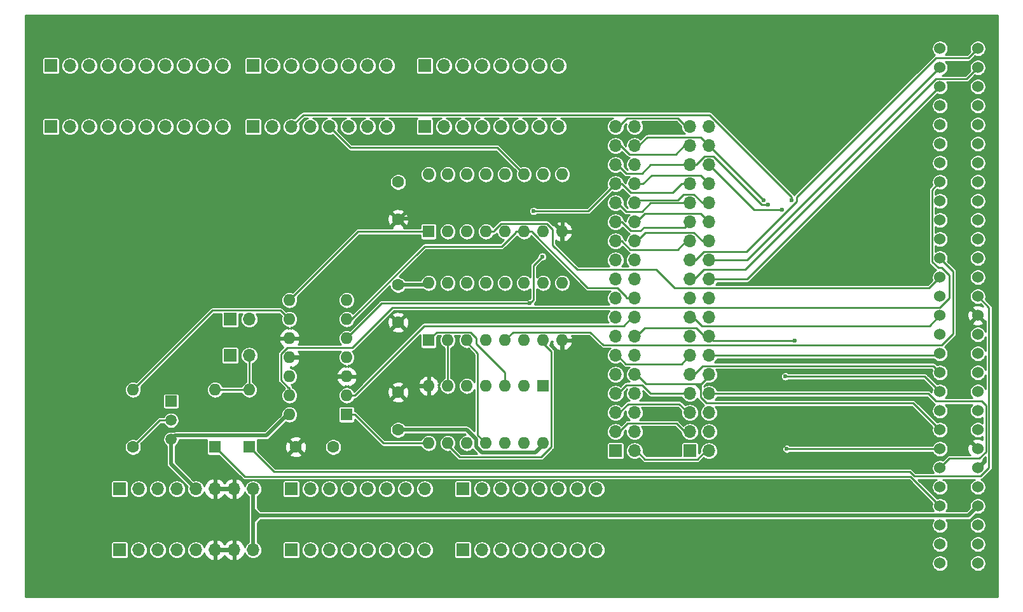
<source format=gbr>
G04 #@! TF.GenerationSoftware,KiCad,Pcbnew,(5.1.4)-1*
G04 #@! TF.CreationDate,2020-02-14T01:18:51+01:00*
G04 #@! TF.ProjectId,ZXShield,5a585368-6965-46c6-942e-6b696361645f,rev?*
G04 #@! TF.SameCoordinates,Original*
G04 #@! TF.FileFunction,Copper,L1,Top*
G04 #@! TF.FilePolarity,Positive*
%FSLAX46Y46*%
G04 Gerber Fmt 4.6, Leading zero omitted, Abs format (unit mm)*
G04 Created by KiCad (PCBNEW (5.1.4)-1) date 2020-02-14 01:18:51*
%MOMM*%
%LPD*%
G04 APERTURE LIST*
%ADD10C,1.500000*%
%ADD11R,1.500000X1.500000*%
%ADD12O,1.600000X1.600000*%
%ADD13C,1.600000*%
%ADD14C,1.524000*%
%ADD15O,1.700000X1.700000*%
%ADD16R,1.700000X1.700000*%
%ADD17R,1.600000X1.600000*%
%ADD18C,0.600000*%
%ADD19C,0.250000*%
%ADD20C,0.500000*%
%ADD21C,0.254000*%
G04 APERTURE END LIST*
D10*
X130810000Y-107442000D03*
X130810000Y-109982000D03*
D11*
X130810000Y-104902000D03*
D12*
X125730000Y-103378000D03*
D13*
X125730000Y-110998000D03*
D14*
X233192000Y-93472000D03*
X233192000Y-90932000D03*
X233192000Y-88392000D03*
X233192000Y-85852000D03*
X233192000Y-83312000D03*
X233192000Y-80772000D03*
X233192000Y-78232000D03*
X233192000Y-75692000D03*
X233192000Y-73152000D03*
X233192000Y-70612000D03*
X233192000Y-68072000D03*
X233192000Y-65532000D03*
X233192000Y-62992000D03*
X233192000Y-60452000D03*
X233192000Y-57912000D03*
X233192000Y-96012000D03*
X233192000Y-98552000D03*
X233192000Y-101092000D03*
X233192000Y-103632000D03*
X233192000Y-106172000D03*
X233192000Y-108712000D03*
X233192000Y-111252000D03*
X233192000Y-113792000D03*
X233192000Y-116332000D03*
X233192000Y-118872000D03*
X233192000Y-121412000D03*
X233192000Y-123952000D03*
X233192000Y-126492000D03*
X238232000Y-126492000D03*
X238232000Y-123952000D03*
X238232000Y-121412000D03*
X238232000Y-118872000D03*
X238232000Y-116332000D03*
X238232000Y-113792000D03*
X238232000Y-111252000D03*
X238232000Y-108712000D03*
X238232000Y-106172000D03*
X238232000Y-103632000D03*
X238232000Y-101092000D03*
X238232000Y-98552000D03*
X238232000Y-96012000D03*
X238232000Y-57912000D03*
X238232000Y-60452000D03*
X238232000Y-62992000D03*
X238232000Y-65532000D03*
X238232000Y-68072000D03*
X238232000Y-70612000D03*
X238232000Y-73152000D03*
X238232000Y-75692000D03*
X238232000Y-78232000D03*
X238232000Y-80772000D03*
X238232000Y-83312000D03*
X238232000Y-85852000D03*
X238232000Y-88392000D03*
X238232000Y-90932000D03*
X238232000Y-93472000D03*
D15*
X202438000Y-68326000D03*
X199898000Y-68326000D03*
X202438000Y-70866000D03*
X199898000Y-70866000D03*
X202438000Y-73406000D03*
X199898000Y-73406000D03*
X202438000Y-75946000D03*
X199898000Y-75946000D03*
X202438000Y-78486000D03*
X199898000Y-78486000D03*
X202438000Y-81026000D03*
X199898000Y-81026000D03*
X202438000Y-83566000D03*
X199898000Y-83566000D03*
X202438000Y-86106000D03*
X199898000Y-86106000D03*
X202438000Y-88646000D03*
X199898000Y-88646000D03*
X202438000Y-91186000D03*
X199898000Y-91186000D03*
X202438000Y-93726000D03*
X199898000Y-93726000D03*
X202438000Y-96266000D03*
X199898000Y-96266000D03*
X202438000Y-98806000D03*
X199898000Y-98806000D03*
X202438000Y-101346000D03*
X199898000Y-101346000D03*
X202438000Y-103886000D03*
X199898000Y-103886000D03*
X202438000Y-106426000D03*
X199898000Y-106426000D03*
X202438000Y-108966000D03*
X199898000Y-108966000D03*
X202438000Y-111506000D03*
D16*
X199898000Y-111506000D03*
D13*
X161036000Y-80692000D03*
X161036000Y-75692000D03*
D17*
X165100000Y-82296000D03*
D12*
X182880000Y-74676000D03*
X167640000Y-82296000D03*
X180340000Y-74676000D03*
X170180000Y-82296000D03*
X177800000Y-74676000D03*
X172720000Y-82296000D03*
X175260000Y-74676000D03*
X175260000Y-82296000D03*
X172720000Y-74676000D03*
X177800000Y-82296000D03*
X170180000Y-74676000D03*
X180340000Y-82296000D03*
X167640000Y-74676000D03*
X182880000Y-82296000D03*
X165100000Y-74676000D03*
D15*
X141224000Y-93980000D03*
D16*
X138684000Y-93980000D03*
D15*
X141224000Y-98806000D03*
D16*
X138684000Y-98806000D03*
D12*
X141218000Y-103378000D03*
D17*
X141218000Y-110998000D03*
D12*
X136652000Y-103378000D03*
D17*
X136652000Y-110998000D03*
D15*
X182372000Y-60198000D03*
X179832000Y-60198000D03*
X177292000Y-60198000D03*
X174752000Y-60198000D03*
X172212000Y-60198000D03*
X169672000Y-60198000D03*
X167132000Y-60198000D03*
D16*
X164592000Y-60198000D03*
D15*
X159512000Y-60198000D03*
X156972000Y-60198000D03*
X154432000Y-60198000D03*
X151892000Y-60198000D03*
X149352000Y-60198000D03*
X146812000Y-60198000D03*
X144272000Y-60198000D03*
D16*
X141732000Y-60198000D03*
D15*
X137668000Y-60198000D03*
X135128000Y-60198000D03*
X132588000Y-60198000D03*
X130048000Y-60198000D03*
X127508000Y-60198000D03*
X124968000Y-60198000D03*
X122428000Y-60198000D03*
X119888000Y-60198000D03*
X117348000Y-60198000D03*
D16*
X114808000Y-60198000D03*
D15*
X187452000Y-124714000D03*
X184912000Y-124714000D03*
X182372000Y-124714000D03*
X179832000Y-124714000D03*
X177292000Y-124714000D03*
X174752000Y-124714000D03*
X172212000Y-124714000D03*
D16*
X169672000Y-124714000D03*
D15*
X164592000Y-124714000D03*
X162052000Y-124714000D03*
X159512000Y-124714000D03*
X156972000Y-124714000D03*
X154432000Y-124714000D03*
X151892000Y-124714000D03*
X149352000Y-124714000D03*
D16*
X146812000Y-124714000D03*
D15*
X141732000Y-124714000D03*
X139192000Y-124714000D03*
X136652000Y-124714000D03*
X134112000Y-124714000D03*
X131572000Y-124714000D03*
X129032000Y-124714000D03*
X126492000Y-124714000D03*
D16*
X123952000Y-124714000D03*
D15*
X182372000Y-68326000D03*
X179832000Y-68326000D03*
X177292000Y-68326000D03*
X174752000Y-68326000D03*
X172212000Y-68326000D03*
X169672000Y-68326000D03*
X167132000Y-68326000D03*
D16*
X164592000Y-68326000D03*
D15*
X159512000Y-68326000D03*
X156972000Y-68326000D03*
X154432000Y-68326000D03*
X151892000Y-68326000D03*
X149352000Y-68326000D03*
X146812000Y-68326000D03*
X144272000Y-68326000D03*
D16*
X141732000Y-68326000D03*
D15*
X137668000Y-68326000D03*
X135128000Y-68326000D03*
X132588000Y-68326000D03*
X130048000Y-68326000D03*
X127508000Y-68326000D03*
X124968000Y-68326000D03*
X122428000Y-68326000D03*
X119888000Y-68326000D03*
X117348000Y-68326000D03*
D16*
X114808000Y-68326000D03*
D15*
X187452000Y-116586000D03*
X184912000Y-116586000D03*
X182372000Y-116586000D03*
X179832000Y-116586000D03*
X177292000Y-116586000D03*
X174752000Y-116586000D03*
X172212000Y-116586000D03*
D16*
X169672000Y-116586000D03*
D15*
X164592000Y-116586000D03*
X162052000Y-116586000D03*
X159512000Y-116586000D03*
X156972000Y-116586000D03*
X154432000Y-116586000D03*
X151892000Y-116586000D03*
X149352000Y-116586000D03*
D16*
X146812000Y-116586000D03*
D15*
X141732000Y-116586000D03*
X139192000Y-116586000D03*
X136652000Y-116586000D03*
X134112000Y-116586000D03*
X131572000Y-116586000D03*
X129032000Y-116586000D03*
X126492000Y-116586000D03*
D16*
X123952000Y-116586000D03*
D15*
X192532000Y-68326000D03*
X189992000Y-68326000D03*
X192532000Y-70866000D03*
X189992000Y-70866000D03*
X192532000Y-73406000D03*
X189992000Y-73406000D03*
X192532000Y-75946000D03*
X189992000Y-75946000D03*
X192532000Y-78486000D03*
X189992000Y-78486000D03*
X192532000Y-81026000D03*
X189992000Y-81026000D03*
X192532000Y-83566000D03*
X189992000Y-83566000D03*
X192532000Y-86106000D03*
X189992000Y-86106000D03*
X192532000Y-88646000D03*
X189992000Y-88646000D03*
X192532000Y-91186000D03*
X189992000Y-91186000D03*
X192532000Y-93726000D03*
X189992000Y-93726000D03*
X192532000Y-96266000D03*
X189992000Y-96266000D03*
X192532000Y-98806000D03*
X189992000Y-98806000D03*
X192532000Y-101346000D03*
X189992000Y-101346000D03*
X192532000Y-103886000D03*
X189992000Y-103886000D03*
X192532000Y-106426000D03*
X189992000Y-106426000D03*
X192532000Y-108966000D03*
X189992000Y-108966000D03*
X192532000Y-111506000D03*
D16*
X189992000Y-111506000D03*
D17*
X154178000Y-106680000D03*
D12*
X146558000Y-91440000D03*
X154178000Y-104140000D03*
X146558000Y-93980000D03*
X154178000Y-101600000D03*
X146558000Y-96520000D03*
X154178000Y-99060000D03*
X146558000Y-99060000D03*
X154178000Y-96520000D03*
X146558000Y-101600000D03*
X154178000Y-93980000D03*
X146558000Y-104140000D03*
X154178000Y-91440000D03*
X146558000Y-106680000D03*
D13*
X161036000Y-94408000D03*
X161036000Y-89408000D03*
X161036000Y-103712000D03*
X161036000Y-108712000D03*
X147400000Y-110998000D03*
X152400000Y-110998000D03*
D17*
X165100000Y-96774000D03*
D12*
X182880000Y-89154000D03*
X167640000Y-96774000D03*
X180340000Y-89154000D03*
X170180000Y-96774000D03*
X177800000Y-89154000D03*
X172720000Y-96774000D03*
X175260000Y-89154000D03*
X175260000Y-96774000D03*
X172720000Y-89154000D03*
X177800000Y-96774000D03*
X170180000Y-89154000D03*
X180340000Y-96774000D03*
X167640000Y-89154000D03*
X182880000Y-96774000D03*
X165100000Y-89154000D03*
X180340000Y-110490000D03*
X165100000Y-102870000D03*
X177800000Y-110490000D03*
X167640000Y-102870000D03*
X175260000Y-110490000D03*
X170180000Y-102870000D03*
X172720000Y-110490000D03*
X172720000Y-102870000D03*
X170180000Y-110490000D03*
X175260000Y-102870000D03*
X167640000Y-110490000D03*
X177800000Y-102870000D03*
X165100000Y-110490000D03*
D17*
X180340000Y-102870000D03*
D18*
X179070000Y-79566500D03*
X180233400Y-85641700D03*
X178578300Y-91859989D03*
X184347500Y-85936500D03*
X213822200Y-96824500D03*
X212600400Y-101598800D03*
X212802100Y-111252000D03*
X209727200Y-78133400D03*
X210326200Y-78708700D03*
X212168800Y-79426600D03*
X213444200Y-78158700D03*
D19*
X202026100Y-111506000D02*
X202438000Y-111506000D01*
X200900700Y-112631400D02*
X202026100Y-111506000D01*
X193911400Y-112631400D02*
X200900700Y-112631400D01*
X192532000Y-111506000D02*
X192786000Y-111506000D01*
X192786000Y-111506000D02*
X193911400Y-112631400D01*
X199208350Y-108966000D02*
X199898000Y-108966000D01*
X198074550Y-107832200D02*
X199208350Y-108966000D01*
X191633800Y-107832200D02*
X198074550Y-107832200D01*
X189992000Y-108966000D02*
X190500000Y-108966000D01*
X190500000Y-108966000D02*
X191633800Y-107832200D01*
X199644000Y-106426000D02*
X199898000Y-106426000D01*
X198494600Y-105276600D02*
X199644000Y-106426000D01*
X191649400Y-105276600D02*
X198494600Y-105276600D01*
X189992000Y-106426000D02*
X190500000Y-106426000D01*
X190500000Y-106426000D02*
X191649400Y-105276600D01*
X192212900Y-93726000D02*
X192532000Y-93726000D01*
X191078300Y-94860600D02*
X192212900Y-93726000D01*
X164532700Y-94860600D02*
X191078300Y-94860600D01*
X154178000Y-104140000D02*
X155253300Y-104140000D01*
X155253300Y-104140000D02*
X164532700Y-94860600D01*
X199390000Y-68326000D02*
X199898000Y-68326000D01*
X198264200Y-67200200D02*
X199390000Y-68326000D01*
X189992000Y-68326000D02*
X190414000Y-68326000D01*
X190414000Y-68326000D02*
X191539800Y-67200200D01*
X191539800Y-67200200D02*
X198264200Y-67200200D01*
X232141800Y-76742200D02*
X233192000Y-75692000D01*
X232141800Y-86301600D02*
X232141800Y-76742200D01*
X232962200Y-87122000D02*
X232141800Y-86301600D01*
X233446900Y-87122000D02*
X232962200Y-87122000D01*
X234442000Y-88117100D02*
X233446900Y-87122000D01*
X234442000Y-91186000D02*
X234442000Y-88117100D01*
X233193001Y-92434999D02*
X234442000Y-91186000D01*
X160295001Y-92434999D02*
X233193001Y-92434999D01*
X154940000Y-97790000D02*
X160295001Y-92434999D01*
X146558000Y-103064700D02*
X146423600Y-103064700D01*
X146558000Y-104140000D02*
X146558000Y-103064700D01*
X146423600Y-103064700D02*
X145467300Y-102108400D01*
X145467300Y-102108400D02*
X145467300Y-98612600D01*
X145467300Y-98612600D02*
X146289900Y-97790000D01*
X146289900Y-97790000D02*
X154940000Y-97790000D01*
X167640000Y-102870000D02*
X167640000Y-96774000D01*
X198772700Y-75946000D02*
X199898000Y-75946000D01*
X197611300Y-77107400D02*
X198772700Y-75946000D01*
X191997400Y-77107400D02*
X197611300Y-77107400D01*
X189992000Y-75946000D02*
X190836000Y-75946000D01*
X190836000Y-75946000D02*
X191997400Y-77107400D01*
X179494264Y-79566500D02*
X179070000Y-79566500D01*
X186371500Y-79566500D02*
X179494264Y-79566500D01*
X189992000Y-75946000D02*
X186371500Y-79566500D01*
X201305900Y-74813900D02*
X202438000Y-75946000D01*
X194789400Y-74813900D02*
X201305900Y-74813900D01*
X192532000Y-75946000D02*
X193657300Y-75946000D01*
X193657300Y-75946000D02*
X194789400Y-74813900D01*
X175260000Y-101065300D02*
X175260000Y-102870000D01*
X171450000Y-97255300D02*
X175260000Y-101065300D01*
X171450000Y-96476900D02*
X171450000Y-97255300D01*
X170671800Y-95698700D02*
X171450000Y-96476900D01*
X165100000Y-96774000D02*
X166175300Y-95698700D01*
X166175300Y-95698700D02*
X170671800Y-95698700D01*
X198772700Y-78486000D02*
X199898000Y-78486000D01*
X194663200Y-78486000D02*
X198772700Y-78486000D01*
X193525300Y-79623900D02*
X194663200Y-78486000D01*
X191383900Y-79623900D02*
X193525300Y-79623900D01*
X189992000Y-78486000D02*
X190246000Y-78486000D01*
X190246000Y-78486000D02*
X191383900Y-79623900D01*
X201545800Y-78486000D02*
X202438000Y-78486000D01*
X200384500Y-77324700D02*
X201545800Y-78486000D01*
X199024500Y-77324700D02*
X200384500Y-77324700D01*
X198263600Y-78085600D02*
X199024500Y-77324700D01*
X192532000Y-78486000D02*
X192932400Y-78085600D01*
X192932400Y-78085600D02*
X198263600Y-78085600D01*
X179070000Y-86805100D02*
X179070000Y-91368289D01*
X179070000Y-91368289D02*
X178878299Y-91559990D01*
X178878299Y-91559990D02*
X178578300Y-91859989D01*
X180233400Y-85641700D02*
X179070000Y-86805100D01*
X158838011Y-91859989D02*
X178154036Y-91859989D01*
X154178000Y-96520000D02*
X158838011Y-91859989D01*
X178154036Y-91859989D02*
X178578300Y-91859989D01*
X190692050Y-70866000D02*
X189992000Y-70866000D01*
X191822850Y-71996800D02*
X190692050Y-70866000D01*
X198005200Y-71996800D02*
X191822850Y-71996800D01*
X199898000Y-70866000D02*
X199136000Y-70866000D01*
X199136000Y-70866000D02*
X198005200Y-71996800D01*
D20*
X161036000Y-80692000D02*
X161119900Y-80608100D01*
X161119900Y-80608100D02*
X181192100Y-80608100D01*
X181192100Y-80608100D02*
X182880000Y-82296000D01*
X182880000Y-82296000D02*
X182880000Y-83546300D01*
X182880000Y-83546300D02*
X184347500Y-85013800D01*
X184347500Y-85013800D02*
X184347500Y-85936500D01*
X238232000Y-111252000D02*
X236977200Y-109997200D01*
X236977200Y-109997200D02*
X209392400Y-109997200D01*
X209392400Y-109997200D02*
X206162900Y-113226700D01*
X206162900Y-113226700D02*
X189366800Y-113226700D01*
X189366800Y-113226700D02*
X182880000Y-106739900D01*
X182880000Y-106739900D02*
X182880000Y-98024300D01*
X182880000Y-96774000D02*
X182880000Y-98024300D01*
X147400000Y-110998000D02*
X151725500Y-106672500D01*
X151725500Y-106672500D02*
X151725500Y-102977300D01*
X151725500Y-102977300D02*
X151725600Y-102977200D01*
X165100000Y-102870000D02*
X161878000Y-102870000D01*
X161878000Y-102870000D02*
X161036000Y-103712000D01*
X153102800Y-101600000D02*
X151725600Y-102977200D01*
X151725600Y-102977200D02*
X147808300Y-99060000D01*
X146558000Y-99060000D02*
X147808300Y-99060000D01*
X154178000Y-101600000D02*
X153102800Y-101600000D01*
X136652000Y-124714000D02*
X139192000Y-124714000D01*
X136652000Y-116586000D02*
X139192000Y-116586000D01*
X131318000Y-109474000D02*
X130810000Y-109982000D01*
X143510000Y-109474000D02*
X131318000Y-109474000D01*
X146558000Y-106680000D02*
X146304000Y-106680000D01*
X146304000Y-106680000D02*
X143510000Y-109474000D01*
X164846000Y-89408000D02*
X161036000Y-89408000D01*
X165100000Y-89154000D02*
X164846000Y-89408000D01*
X170196200Y-108712000D02*
X161036000Y-108712000D01*
X180340000Y-110744000D02*
X179339700Y-111744300D01*
X180340000Y-110490000D02*
X180340000Y-110744000D01*
X179339700Y-111744300D02*
X172205300Y-111744300D01*
X171450000Y-110989000D02*
X171450000Y-109965800D01*
X172205300Y-111744300D02*
X171450000Y-110989000D01*
X171450000Y-109965800D02*
X170196200Y-108712000D01*
X130810000Y-113284000D02*
X134112000Y-116586000D01*
X130810000Y-109982000D02*
X130810000Y-113284000D01*
D19*
X202996500Y-96824500D02*
X213822200Y-96824500D01*
X202438000Y-96266000D02*
X202996500Y-96824500D01*
X201864900Y-96266000D02*
X202438000Y-96266000D01*
X200734800Y-95135900D02*
X201864900Y-96266000D01*
X193916100Y-95135900D02*
X200734800Y-95135900D01*
X192532000Y-96266000D02*
X192786000Y-96266000D01*
X192786000Y-96266000D02*
X193916100Y-95135900D01*
X233192000Y-98552000D02*
X232938000Y-98806000D01*
X232938000Y-98806000D02*
X202438000Y-98806000D01*
X212600400Y-101598800D02*
X231158800Y-101598800D01*
X231158800Y-101598800D02*
X233192000Y-103632000D01*
X198764200Y-99939800D02*
X199898000Y-98806000D01*
X191379800Y-99939800D02*
X198764200Y-99939800D01*
X189992000Y-98806000D02*
X190246000Y-98806000D01*
X190246000Y-98806000D02*
X191379800Y-99939800D01*
X201312600Y-103315400D02*
X201312600Y-104356000D01*
X201312600Y-104356000D02*
X202112600Y-105156000D01*
X202112600Y-105156000D02*
X229636000Y-105156000D01*
X229636000Y-105156000D02*
X233192000Y-108712000D01*
X200613200Y-102616000D02*
X201312600Y-103315400D01*
X194056000Y-102616000D02*
X200613200Y-102616000D01*
X192532000Y-101346000D02*
X192786000Y-101346000D01*
X192786000Y-101346000D02*
X194056000Y-102616000D01*
X202438000Y-101346000D02*
X202438000Y-101600000D01*
X200613200Y-102616000D02*
X201422000Y-102616000D01*
X202438000Y-101600000D02*
X201422000Y-102616000D01*
X201422000Y-102616000D02*
X201168000Y-102870000D01*
X201312600Y-102725400D02*
X201312600Y-103315400D01*
X201422000Y-102616000D02*
X201312600Y-102725400D01*
X200613200Y-102616000D02*
X200914000Y-102616000D01*
X200914000Y-102616000D02*
X201168000Y-102870000D01*
X234462000Y-112522000D02*
X233192000Y-113792000D01*
X238431300Y-112522000D02*
X234462000Y-112522000D01*
X239320500Y-111632800D02*
X238431300Y-112522000D01*
X238760000Y-104902000D02*
X239320500Y-105462500D01*
X239320500Y-105462500D02*
X239320500Y-111632800D01*
X231648000Y-103886000D02*
X232664000Y-104902000D01*
X202438000Y-103886000D02*
X231648000Y-103886000D01*
X232664000Y-104902000D02*
X238760000Y-104902000D01*
X212802100Y-111252000D02*
X233192000Y-111252000D01*
X194671700Y-103886000D02*
X199898000Y-103886000D01*
X193529500Y-102743800D02*
X194671700Y-103886000D01*
X191429200Y-102743800D02*
X193529500Y-102743800D01*
X189992000Y-103886000D02*
X190287000Y-103886000D01*
X190287000Y-103886000D02*
X191429200Y-102743800D01*
X201295900Y-69723900D02*
X202438000Y-70866000D01*
X194182100Y-69723900D02*
X201295900Y-69723900D01*
X192532000Y-70866000D02*
X193040000Y-70866000D01*
X193040000Y-70866000D02*
X194182100Y-69723900D01*
X209705400Y-78133400D02*
X209727200Y-78133400D01*
X202438000Y-70866000D02*
X209705400Y-78133400D01*
X194664900Y-73406000D02*
X199898000Y-73406000D01*
X193526200Y-74544700D02*
X194664900Y-73406000D01*
X191384700Y-74544700D02*
X193526200Y-74544700D01*
X189992000Y-73406000D02*
X190246000Y-73406000D01*
X190246000Y-73406000D02*
X191384700Y-74544700D01*
X209488900Y-78708700D02*
X210326200Y-78708700D01*
X203060000Y-72279800D02*
X209488900Y-78708700D01*
X201868200Y-72279800D02*
X203060000Y-72279800D01*
X199898000Y-73406000D02*
X200742000Y-73406000D01*
X200742000Y-73406000D02*
X201868200Y-72279800D01*
D20*
X141732000Y-116586000D02*
X141732000Y-119349700D01*
X236962000Y-120142000D02*
X238232000Y-118872000D01*
X141732000Y-119349700D02*
X142524300Y-120142000D01*
X142524300Y-120142000D02*
X236962000Y-120142000D01*
X141732000Y-119349700D02*
X141732000Y-120904000D01*
X141732000Y-120904000D02*
X141732000Y-124714000D01*
X142524300Y-120142000D02*
X142494000Y-120142000D01*
X141732000Y-119888000D02*
X142240000Y-120396000D01*
X141732000Y-119349700D02*
X141732000Y-119888000D01*
X142494000Y-120142000D02*
X142240000Y-120396000D01*
X142240000Y-120396000D02*
X141732000Y-120904000D01*
D19*
X154178000Y-106680000D02*
X155253300Y-106680000D01*
X165100000Y-110490000D02*
X159063300Y-110490000D01*
X159063300Y-110490000D02*
X155253300Y-106680000D01*
X141224000Y-98806000D02*
X141224000Y-99931300D01*
X141218000Y-103378000D02*
X141218000Y-99937300D01*
X141218000Y-99937300D02*
X141224000Y-99931300D01*
X136652000Y-103378000D02*
X141218000Y-103378000D01*
X229259700Y-114939700D02*
X233192000Y-118872000D01*
X136652000Y-110998000D02*
X140593700Y-114939700D01*
X140593700Y-114939700D02*
X229259700Y-114939700D01*
X141224000Y-110998000D02*
X141218000Y-110998000D01*
X144527800Y-114301800D02*
X141224000Y-110998000D01*
X239720900Y-92420900D02*
X239720900Y-113778100D01*
X238232000Y-90932000D02*
X239720900Y-92420900D01*
X238617000Y-114882000D02*
X229768300Y-114882000D01*
X229768300Y-114882000D02*
X229188100Y-114301800D01*
X239720900Y-113778100D02*
X238617000Y-114882000D01*
X229188100Y-114301800D02*
X144527800Y-114301800D01*
X136297800Y-92810200D02*
X125730000Y-103378000D01*
X146558000Y-93980000D02*
X145388200Y-92810200D01*
X145388200Y-92810200D02*
X136297800Y-92810200D01*
X208458600Y-79426600D02*
X212168800Y-79426600D01*
X202438000Y-73406000D02*
X208458600Y-79426600D01*
X201304200Y-79892200D02*
X202438000Y-81026000D01*
X193919800Y-79892200D02*
X201304200Y-79892200D01*
X192532000Y-81026000D02*
X192786000Y-81026000D01*
X192786000Y-81026000D02*
X193919800Y-79892200D01*
X190836000Y-81026000D02*
X189992000Y-81026000D01*
X191998500Y-82188500D02*
X190836000Y-81026000D01*
X193308300Y-82188500D02*
X191998500Y-82188500D01*
X193763100Y-81733700D02*
X193308300Y-82188500D01*
X199898000Y-81026000D02*
X199190300Y-81733700D01*
X199190300Y-81733700D02*
X193763100Y-81733700D01*
X201545800Y-83566000D02*
X202438000Y-83566000D01*
X200415000Y-82435200D02*
X201545800Y-83566000D01*
X193971450Y-82435200D02*
X200415000Y-82435200D01*
X192532000Y-83566000D02*
X192840650Y-83566000D01*
X192840650Y-83566000D02*
X193971450Y-82435200D01*
X199390000Y-83566000D02*
X199898000Y-83566000D01*
X198256200Y-84699800D02*
X199390000Y-83566000D01*
X191969800Y-84699800D02*
X198256200Y-84699800D01*
X189992000Y-83566000D02*
X190836000Y-83566000D01*
X190836000Y-83566000D02*
X191969800Y-84699800D01*
X233192000Y-60452000D02*
X207538000Y-86106000D01*
X207538000Y-86106000D02*
X202438000Y-86106000D01*
X236962000Y-59182000D02*
X238232000Y-57912000D01*
X232664000Y-59182000D02*
X236962000Y-59182000D01*
X200660000Y-86106000D02*
X201785300Y-84980700D01*
X199898000Y-86106000D02*
X200660000Y-86106000D01*
X201785300Y-84980700D02*
X207445400Y-84980700D01*
X207445400Y-84980700D02*
X214122000Y-78304100D01*
X214122000Y-78304100D02*
X214122000Y-77724000D01*
X214122000Y-77724000D02*
X232664000Y-59182000D01*
X202438000Y-88646000D02*
X207538000Y-88646000D01*
X207538000Y-88646000D02*
X233192000Y-62992000D01*
X200475850Y-88646000D02*
X199898000Y-88646000D01*
X201767050Y-87354800D02*
X200475850Y-88646000D01*
X207285200Y-87354800D02*
X201767050Y-87354800D01*
X232685400Y-61954600D02*
X207285200Y-87354800D01*
X238232000Y-60452000D02*
X236729400Y-61954600D01*
X236729400Y-61954600D02*
X232685400Y-61954600D01*
X191406700Y-91186000D02*
X191406700Y-90952900D01*
X191406700Y-90952900D02*
X190228100Y-89774300D01*
X190228100Y-89774300D02*
X186266000Y-89774300D01*
X186266000Y-89774300D02*
X178875300Y-82383600D01*
X178875300Y-82383600D02*
X178875300Y-82296000D01*
X191969400Y-91186000D02*
X192532000Y-91186000D01*
X191969400Y-91186000D02*
X191406700Y-91186000D01*
X177800000Y-82296000D02*
X178875300Y-82296000D01*
X176724700Y-82296000D02*
X177800000Y-82296000D01*
X176724700Y-82407400D02*
X176724700Y-82296000D01*
X174871700Y-84260400D02*
X176724700Y-82407400D01*
X164569700Y-84260400D02*
X174871700Y-84260400D01*
X154178000Y-93980000D02*
X154850100Y-93980000D01*
X154850100Y-93980000D02*
X164569700Y-84260400D01*
X200344050Y-93726000D02*
X199898000Y-93726000D01*
X201504350Y-94886300D02*
X200344050Y-93726000D01*
X233192000Y-93472000D02*
X231777700Y-94886300D01*
X231777700Y-94886300D02*
X201504350Y-94886300D01*
X180340000Y-97184650D02*
X180340000Y-96774000D01*
X167640000Y-110744000D02*
X169227700Y-112331700D01*
X167640000Y-110490000D02*
X167640000Y-110744000D01*
X169227700Y-112331700D02*
X180073800Y-112331700D01*
X180073800Y-112331700D02*
X181415400Y-110990100D01*
X181415400Y-110990100D02*
X181415400Y-98260050D01*
X181415400Y-98260050D02*
X180340000Y-97184650D01*
X174244000Y-71120000D02*
X177800000Y-74676000D01*
X151892000Y-68326000D02*
X154686000Y-71120000D01*
X154686000Y-71120000D02*
X174244000Y-71120000D01*
X155702000Y-82296000D02*
X165100000Y-82296000D01*
X146558000Y-91440000D02*
X155702000Y-82296000D01*
X171643700Y-109413700D02*
X172720000Y-110490000D01*
X171643700Y-98491700D02*
X171643700Y-109413700D01*
X170180000Y-96774000D02*
X170180000Y-97028000D01*
X170180000Y-97028000D02*
X171643700Y-98491700D01*
X213444200Y-77703100D02*
X213444200Y-78158700D01*
X202484600Y-66743500D02*
X213444200Y-77703100D01*
X146812000Y-68326000D02*
X148394500Y-66743500D01*
X148394500Y-66743500D02*
X202484600Y-66743500D01*
X129286000Y-107442000D02*
X125730000Y-110998000D01*
X130810000Y-107442000D02*
X129286000Y-107442000D01*
X232290100Y-100190100D02*
X233192000Y-101092000D01*
X201602900Y-100190100D02*
X232290100Y-100190100D01*
X199898000Y-101346000D02*
X200447000Y-101346000D01*
X200447000Y-101346000D02*
X201602900Y-100190100D01*
X233953999Y-86613999D02*
X233192000Y-85852000D01*
X234950000Y-87610000D02*
X233953999Y-86613999D01*
X176340300Y-95693700D02*
X186635100Y-95693700D01*
X175260000Y-96774000D02*
X176340300Y-95693700D01*
X186635100Y-95693700D02*
X188340901Y-97399501D01*
X188340901Y-97399501D02*
X233459699Y-97399501D01*
X233459699Y-97399501D02*
X234950000Y-95909200D01*
X234950000Y-95909200D02*
X234950000Y-87610000D01*
X233192000Y-88392000D02*
X231749800Y-89834200D01*
X231749800Y-89834200D02*
X197827600Y-89834200D01*
X197827600Y-89834200D02*
X195369400Y-87376000D01*
X195369400Y-87376000D02*
X184894200Y-87376000D01*
X184894200Y-87376000D02*
X181610000Y-84091800D01*
X181610000Y-84091800D02*
X181610000Y-81996200D01*
X181610000Y-81996200D02*
X180827100Y-81213300D01*
X180827100Y-81213300D02*
X174743600Y-81213300D01*
X174743600Y-81213300D02*
X173795300Y-82161600D01*
X173795300Y-82161600D02*
X173795300Y-82296000D01*
X172720000Y-82296000D02*
X173795300Y-82296000D01*
D21*
G36*
X240898001Y-130916000D02*
G01*
X111400000Y-130916000D01*
X111400000Y-126384743D01*
X232103000Y-126384743D01*
X232103000Y-126599257D01*
X232144850Y-126809650D01*
X232226941Y-127007835D01*
X232346119Y-127186197D01*
X232497803Y-127337881D01*
X232676165Y-127457059D01*
X232874350Y-127539150D01*
X233084743Y-127581000D01*
X233299257Y-127581000D01*
X233509650Y-127539150D01*
X233707835Y-127457059D01*
X233886197Y-127337881D01*
X234037881Y-127186197D01*
X234157059Y-127007835D01*
X234239150Y-126809650D01*
X234281000Y-126599257D01*
X234281000Y-126384743D01*
X237143000Y-126384743D01*
X237143000Y-126599257D01*
X237184850Y-126809650D01*
X237266941Y-127007835D01*
X237386119Y-127186197D01*
X237537803Y-127337881D01*
X237716165Y-127457059D01*
X237914350Y-127539150D01*
X238124743Y-127581000D01*
X238339257Y-127581000D01*
X238549650Y-127539150D01*
X238747835Y-127457059D01*
X238926197Y-127337881D01*
X239077881Y-127186197D01*
X239197059Y-127007835D01*
X239279150Y-126809650D01*
X239321000Y-126599257D01*
X239321000Y-126384743D01*
X239279150Y-126174350D01*
X239197059Y-125976165D01*
X239077881Y-125797803D01*
X238926197Y-125646119D01*
X238747835Y-125526941D01*
X238549650Y-125444850D01*
X238339257Y-125403000D01*
X238124743Y-125403000D01*
X237914350Y-125444850D01*
X237716165Y-125526941D01*
X237537803Y-125646119D01*
X237386119Y-125797803D01*
X237266941Y-125976165D01*
X237184850Y-126174350D01*
X237143000Y-126384743D01*
X234281000Y-126384743D01*
X234239150Y-126174350D01*
X234157059Y-125976165D01*
X234037881Y-125797803D01*
X233886197Y-125646119D01*
X233707835Y-125526941D01*
X233509650Y-125444850D01*
X233299257Y-125403000D01*
X233084743Y-125403000D01*
X232874350Y-125444850D01*
X232676165Y-125526941D01*
X232497803Y-125646119D01*
X232346119Y-125797803D01*
X232226941Y-125976165D01*
X232144850Y-126174350D01*
X232103000Y-126384743D01*
X111400000Y-126384743D01*
X111400000Y-123864000D01*
X122773418Y-123864000D01*
X122773418Y-125564000D01*
X122779732Y-125628103D01*
X122798430Y-125689743D01*
X122828794Y-125746550D01*
X122869657Y-125796343D01*
X122919450Y-125837206D01*
X122976257Y-125867570D01*
X123037897Y-125886268D01*
X123102000Y-125892582D01*
X124802000Y-125892582D01*
X124866103Y-125886268D01*
X124927743Y-125867570D01*
X124984550Y-125837206D01*
X125034343Y-125796343D01*
X125075206Y-125746550D01*
X125105570Y-125689743D01*
X125124268Y-125628103D01*
X125130582Y-125564000D01*
X125130582Y-124714000D01*
X125309306Y-124714000D01*
X125332031Y-124944732D01*
X125399333Y-125166597D01*
X125508626Y-125371070D01*
X125655709Y-125550291D01*
X125834930Y-125697374D01*
X126039403Y-125806667D01*
X126261268Y-125873969D01*
X126434188Y-125891000D01*
X126549812Y-125891000D01*
X126722732Y-125873969D01*
X126944597Y-125806667D01*
X127149070Y-125697374D01*
X127328291Y-125550291D01*
X127475374Y-125371070D01*
X127584667Y-125166597D01*
X127651969Y-124944732D01*
X127674694Y-124714000D01*
X127849306Y-124714000D01*
X127872031Y-124944732D01*
X127939333Y-125166597D01*
X128048626Y-125371070D01*
X128195709Y-125550291D01*
X128374930Y-125697374D01*
X128579403Y-125806667D01*
X128801268Y-125873969D01*
X128974188Y-125891000D01*
X129089812Y-125891000D01*
X129262732Y-125873969D01*
X129484597Y-125806667D01*
X129689070Y-125697374D01*
X129868291Y-125550291D01*
X130015374Y-125371070D01*
X130124667Y-125166597D01*
X130191969Y-124944732D01*
X130214694Y-124714000D01*
X130389306Y-124714000D01*
X130412031Y-124944732D01*
X130479333Y-125166597D01*
X130588626Y-125371070D01*
X130735709Y-125550291D01*
X130914930Y-125697374D01*
X131119403Y-125806667D01*
X131341268Y-125873969D01*
X131514188Y-125891000D01*
X131629812Y-125891000D01*
X131802732Y-125873969D01*
X132024597Y-125806667D01*
X132229070Y-125697374D01*
X132408291Y-125550291D01*
X132555374Y-125371070D01*
X132664667Y-125166597D01*
X132731969Y-124944732D01*
X132754694Y-124714000D01*
X132929306Y-124714000D01*
X132952031Y-124944732D01*
X133019333Y-125166597D01*
X133128626Y-125371070D01*
X133275709Y-125550291D01*
X133454930Y-125697374D01*
X133659403Y-125806667D01*
X133881268Y-125873969D01*
X134054188Y-125891000D01*
X134169812Y-125891000D01*
X134342732Y-125873969D01*
X134564597Y-125806667D01*
X134769070Y-125697374D01*
X134948291Y-125550291D01*
X135095374Y-125371070D01*
X135204667Y-125166597D01*
X135223014Y-125106115D01*
X135307843Y-125345252D01*
X135456822Y-125595355D01*
X135651731Y-125811588D01*
X135885080Y-125985641D01*
X136147901Y-126110825D01*
X136295110Y-126155476D01*
X136525000Y-126034155D01*
X136525000Y-124841000D01*
X136779000Y-124841000D01*
X136779000Y-126034155D01*
X137008890Y-126155476D01*
X137156099Y-126110825D01*
X137418920Y-125985641D01*
X137652269Y-125811588D01*
X137847178Y-125595355D01*
X137922000Y-125469745D01*
X137996822Y-125595355D01*
X138191731Y-125811588D01*
X138425080Y-125985641D01*
X138687901Y-126110825D01*
X138835110Y-126155476D01*
X139065000Y-126034155D01*
X139065000Y-124841000D01*
X136779000Y-124841000D01*
X136525000Y-124841000D01*
X136505000Y-124841000D01*
X136505000Y-124587000D01*
X136525000Y-124587000D01*
X136525000Y-123393845D01*
X136779000Y-123393845D01*
X136779000Y-124587000D01*
X139065000Y-124587000D01*
X139065000Y-123393845D01*
X138835110Y-123272524D01*
X138687901Y-123317175D01*
X138425080Y-123442359D01*
X138191731Y-123616412D01*
X137996822Y-123832645D01*
X137922000Y-123958255D01*
X137847178Y-123832645D01*
X137652269Y-123616412D01*
X137418920Y-123442359D01*
X137156099Y-123317175D01*
X137008890Y-123272524D01*
X136779000Y-123393845D01*
X136525000Y-123393845D01*
X136295110Y-123272524D01*
X136147901Y-123317175D01*
X135885080Y-123442359D01*
X135651731Y-123616412D01*
X135456822Y-123832645D01*
X135307843Y-124082748D01*
X135223014Y-124321885D01*
X135204667Y-124261403D01*
X135095374Y-124056930D01*
X134948291Y-123877709D01*
X134769070Y-123730626D01*
X134564597Y-123621333D01*
X134342732Y-123554031D01*
X134169812Y-123537000D01*
X134054188Y-123537000D01*
X133881268Y-123554031D01*
X133659403Y-123621333D01*
X133454930Y-123730626D01*
X133275709Y-123877709D01*
X133128626Y-124056930D01*
X133019333Y-124261403D01*
X132952031Y-124483268D01*
X132929306Y-124714000D01*
X132754694Y-124714000D01*
X132731969Y-124483268D01*
X132664667Y-124261403D01*
X132555374Y-124056930D01*
X132408291Y-123877709D01*
X132229070Y-123730626D01*
X132024597Y-123621333D01*
X131802732Y-123554031D01*
X131629812Y-123537000D01*
X131514188Y-123537000D01*
X131341268Y-123554031D01*
X131119403Y-123621333D01*
X130914930Y-123730626D01*
X130735709Y-123877709D01*
X130588626Y-124056930D01*
X130479333Y-124261403D01*
X130412031Y-124483268D01*
X130389306Y-124714000D01*
X130214694Y-124714000D01*
X130191969Y-124483268D01*
X130124667Y-124261403D01*
X130015374Y-124056930D01*
X129868291Y-123877709D01*
X129689070Y-123730626D01*
X129484597Y-123621333D01*
X129262732Y-123554031D01*
X129089812Y-123537000D01*
X128974188Y-123537000D01*
X128801268Y-123554031D01*
X128579403Y-123621333D01*
X128374930Y-123730626D01*
X128195709Y-123877709D01*
X128048626Y-124056930D01*
X127939333Y-124261403D01*
X127872031Y-124483268D01*
X127849306Y-124714000D01*
X127674694Y-124714000D01*
X127651969Y-124483268D01*
X127584667Y-124261403D01*
X127475374Y-124056930D01*
X127328291Y-123877709D01*
X127149070Y-123730626D01*
X126944597Y-123621333D01*
X126722732Y-123554031D01*
X126549812Y-123537000D01*
X126434188Y-123537000D01*
X126261268Y-123554031D01*
X126039403Y-123621333D01*
X125834930Y-123730626D01*
X125655709Y-123877709D01*
X125508626Y-124056930D01*
X125399333Y-124261403D01*
X125332031Y-124483268D01*
X125309306Y-124714000D01*
X125130582Y-124714000D01*
X125130582Y-123864000D01*
X125124268Y-123799897D01*
X125105570Y-123738257D01*
X125075206Y-123681450D01*
X125034343Y-123631657D01*
X124984550Y-123590794D01*
X124927743Y-123560430D01*
X124866103Y-123541732D01*
X124802000Y-123535418D01*
X123102000Y-123535418D01*
X123037897Y-123541732D01*
X122976257Y-123560430D01*
X122919450Y-123590794D01*
X122869657Y-123631657D01*
X122828794Y-123681450D01*
X122798430Y-123738257D01*
X122779732Y-123799897D01*
X122773418Y-123864000D01*
X111400000Y-123864000D01*
X111400000Y-115736000D01*
X122773418Y-115736000D01*
X122773418Y-117436000D01*
X122779732Y-117500103D01*
X122798430Y-117561743D01*
X122828794Y-117618550D01*
X122869657Y-117668343D01*
X122919450Y-117709206D01*
X122976257Y-117739570D01*
X123037897Y-117758268D01*
X123102000Y-117764582D01*
X124802000Y-117764582D01*
X124866103Y-117758268D01*
X124927743Y-117739570D01*
X124984550Y-117709206D01*
X125034343Y-117668343D01*
X125075206Y-117618550D01*
X125105570Y-117561743D01*
X125124268Y-117500103D01*
X125130582Y-117436000D01*
X125130582Y-116586000D01*
X125309306Y-116586000D01*
X125332031Y-116816732D01*
X125399333Y-117038597D01*
X125508626Y-117243070D01*
X125655709Y-117422291D01*
X125834930Y-117569374D01*
X126039403Y-117678667D01*
X126261268Y-117745969D01*
X126434188Y-117763000D01*
X126549812Y-117763000D01*
X126722732Y-117745969D01*
X126944597Y-117678667D01*
X127149070Y-117569374D01*
X127328291Y-117422291D01*
X127475374Y-117243070D01*
X127584667Y-117038597D01*
X127651969Y-116816732D01*
X127674694Y-116586000D01*
X127849306Y-116586000D01*
X127872031Y-116816732D01*
X127939333Y-117038597D01*
X128048626Y-117243070D01*
X128195709Y-117422291D01*
X128374930Y-117569374D01*
X128579403Y-117678667D01*
X128801268Y-117745969D01*
X128974188Y-117763000D01*
X129089812Y-117763000D01*
X129262732Y-117745969D01*
X129484597Y-117678667D01*
X129689070Y-117569374D01*
X129868291Y-117422291D01*
X130015374Y-117243070D01*
X130124667Y-117038597D01*
X130191969Y-116816732D01*
X130214694Y-116586000D01*
X130389306Y-116586000D01*
X130412031Y-116816732D01*
X130479333Y-117038597D01*
X130588626Y-117243070D01*
X130735709Y-117422291D01*
X130914930Y-117569374D01*
X131119403Y-117678667D01*
X131341268Y-117745969D01*
X131514188Y-117763000D01*
X131629812Y-117763000D01*
X131802732Y-117745969D01*
X132024597Y-117678667D01*
X132229070Y-117569374D01*
X132408291Y-117422291D01*
X132555374Y-117243070D01*
X132664667Y-117038597D01*
X132731969Y-116816732D01*
X132754694Y-116586000D01*
X132731969Y-116355268D01*
X132664667Y-116133403D01*
X132555374Y-115928930D01*
X132408291Y-115749709D01*
X132229070Y-115602626D01*
X132024597Y-115493333D01*
X131802732Y-115426031D01*
X131629812Y-115409000D01*
X131514188Y-115409000D01*
X131341268Y-115426031D01*
X131119403Y-115493333D01*
X130914930Y-115602626D01*
X130735709Y-115749709D01*
X130588626Y-115928930D01*
X130479333Y-116133403D01*
X130412031Y-116355268D01*
X130389306Y-116586000D01*
X130214694Y-116586000D01*
X130191969Y-116355268D01*
X130124667Y-116133403D01*
X130015374Y-115928930D01*
X129868291Y-115749709D01*
X129689070Y-115602626D01*
X129484597Y-115493333D01*
X129262732Y-115426031D01*
X129089812Y-115409000D01*
X128974188Y-115409000D01*
X128801268Y-115426031D01*
X128579403Y-115493333D01*
X128374930Y-115602626D01*
X128195709Y-115749709D01*
X128048626Y-115928930D01*
X127939333Y-116133403D01*
X127872031Y-116355268D01*
X127849306Y-116586000D01*
X127674694Y-116586000D01*
X127651969Y-116355268D01*
X127584667Y-116133403D01*
X127475374Y-115928930D01*
X127328291Y-115749709D01*
X127149070Y-115602626D01*
X126944597Y-115493333D01*
X126722732Y-115426031D01*
X126549812Y-115409000D01*
X126434188Y-115409000D01*
X126261268Y-115426031D01*
X126039403Y-115493333D01*
X125834930Y-115602626D01*
X125655709Y-115749709D01*
X125508626Y-115928930D01*
X125399333Y-116133403D01*
X125332031Y-116355268D01*
X125309306Y-116586000D01*
X125130582Y-116586000D01*
X125130582Y-115736000D01*
X125124268Y-115671897D01*
X125105570Y-115610257D01*
X125075206Y-115553450D01*
X125034343Y-115503657D01*
X124984550Y-115462794D01*
X124927743Y-115432430D01*
X124866103Y-115413732D01*
X124802000Y-115407418D01*
X123102000Y-115407418D01*
X123037897Y-115413732D01*
X122976257Y-115432430D01*
X122919450Y-115462794D01*
X122869657Y-115503657D01*
X122828794Y-115553450D01*
X122798430Y-115610257D01*
X122779732Y-115671897D01*
X122773418Y-115736000D01*
X111400000Y-115736000D01*
X111400000Y-110887000D01*
X124603000Y-110887000D01*
X124603000Y-111109000D01*
X124646310Y-111326734D01*
X124731266Y-111531835D01*
X124854602Y-111716421D01*
X125011579Y-111873398D01*
X125196165Y-111996734D01*
X125401266Y-112081690D01*
X125619000Y-112125000D01*
X125841000Y-112125000D01*
X126058734Y-112081690D01*
X126263835Y-111996734D01*
X126448421Y-111873398D01*
X126605398Y-111716421D01*
X126728734Y-111531835D01*
X126813690Y-111326734D01*
X126857000Y-111109000D01*
X126857000Y-110887000D01*
X126813690Y-110669266D01*
X126779793Y-110587431D01*
X127491299Y-109875925D01*
X129733000Y-109875925D01*
X129733000Y-110088075D01*
X129774389Y-110296149D01*
X129855575Y-110492151D01*
X129973440Y-110668547D01*
X130123453Y-110818560D01*
X130233000Y-110891758D01*
X130233001Y-113255659D01*
X130230210Y-113284000D01*
X130241349Y-113397111D01*
X130274344Y-113505876D01*
X130327922Y-113606115D01*
X130337833Y-113618191D01*
X130381963Y-113671964D01*
X130381966Y-113671967D01*
X130400027Y-113693974D01*
X130422034Y-113712035D01*
X132978386Y-116268388D01*
X132952031Y-116355268D01*
X132929306Y-116586000D01*
X132952031Y-116816732D01*
X133019333Y-117038597D01*
X133128626Y-117243070D01*
X133275709Y-117422291D01*
X133454930Y-117569374D01*
X133659403Y-117678667D01*
X133881268Y-117745969D01*
X134054188Y-117763000D01*
X134169812Y-117763000D01*
X134342732Y-117745969D01*
X134564597Y-117678667D01*
X134769070Y-117569374D01*
X134948291Y-117422291D01*
X135095374Y-117243070D01*
X135204667Y-117038597D01*
X135223014Y-116978115D01*
X135307843Y-117217252D01*
X135456822Y-117467355D01*
X135651731Y-117683588D01*
X135885080Y-117857641D01*
X136147901Y-117982825D01*
X136295110Y-118027476D01*
X136525000Y-117906155D01*
X136525000Y-116713000D01*
X136779000Y-116713000D01*
X136779000Y-117906155D01*
X137008890Y-118027476D01*
X137156099Y-117982825D01*
X137418920Y-117857641D01*
X137652269Y-117683588D01*
X137847178Y-117467355D01*
X137922000Y-117341745D01*
X137996822Y-117467355D01*
X138191731Y-117683588D01*
X138425080Y-117857641D01*
X138687901Y-117982825D01*
X138835110Y-118027476D01*
X139065000Y-117906155D01*
X139065000Y-116713000D01*
X136779000Y-116713000D01*
X136525000Y-116713000D01*
X136505000Y-116713000D01*
X136505000Y-116459000D01*
X136525000Y-116459000D01*
X136525000Y-115265845D01*
X136779000Y-115265845D01*
X136779000Y-116459000D01*
X139065000Y-116459000D01*
X139065000Y-115265845D01*
X138835110Y-115144524D01*
X138687901Y-115189175D01*
X138425080Y-115314359D01*
X138191731Y-115488412D01*
X137996822Y-115704645D01*
X137922000Y-115830255D01*
X137847178Y-115704645D01*
X137652269Y-115488412D01*
X137418920Y-115314359D01*
X137156099Y-115189175D01*
X137008890Y-115144524D01*
X136779000Y-115265845D01*
X136525000Y-115265845D01*
X136295110Y-115144524D01*
X136147901Y-115189175D01*
X135885080Y-115314359D01*
X135651731Y-115488412D01*
X135456822Y-115704645D01*
X135307843Y-115954748D01*
X135223014Y-116193885D01*
X135204667Y-116133403D01*
X135095374Y-115928930D01*
X134948291Y-115749709D01*
X134769070Y-115602626D01*
X134564597Y-115493333D01*
X134342732Y-115426031D01*
X134169812Y-115409000D01*
X134054188Y-115409000D01*
X133881268Y-115426031D01*
X133794388Y-115452386D01*
X131387000Y-113044999D01*
X131387000Y-110891758D01*
X131496547Y-110818560D01*
X131646560Y-110668547D01*
X131764425Y-110492151D01*
X131845611Y-110296149D01*
X131887000Y-110088075D01*
X131887000Y-110051000D01*
X135559792Y-110051000D01*
X135548430Y-110072257D01*
X135529732Y-110133897D01*
X135523418Y-110198000D01*
X135523418Y-111798000D01*
X135529732Y-111862103D01*
X135548430Y-111923743D01*
X135578794Y-111980550D01*
X135619657Y-112030343D01*
X135669450Y-112071206D01*
X135726257Y-112101570D01*
X135787897Y-112120268D01*
X135852000Y-112126582D01*
X137141359Y-112126582D01*
X140258381Y-115243605D01*
X140272541Y-115260859D01*
X140341367Y-115317343D01*
X140419890Y-115359314D01*
X140505092Y-115385160D01*
X140593700Y-115393887D01*
X140615905Y-115391700D01*
X229072477Y-115391700D01*
X232171291Y-118490515D01*
X232144850Y-118554350D01*
X232103000Y-118764743D01*
X232103000Y-118979257D01*
X232144850Y-119189650D01*
X232226941Y-119387835D01*
X232345319Y-119565000D01*
X142763301Y-119565000D01*
X142309000Y-119110699D01*
X142309000Y-117612172D01*
X142389070Y-117569374D01*
X142568291Y-117422291D01*
X142715374Y-117243070D01*
X142824667Y-117038597D01*
X142891969Y-116816732D01*
X142914694Y-116586000D01*
X142891969Y-116355268D01*
X142824667Y-116133403D01*
X142715374Y-115928930D01*
X142568291Y-115749709D01*
X142551587Y-115736000D01*
X145633418Y-115736000D01*
X145633418Y-117436000D01*
X145639732Y-117500103D01*
X145658430Y-117561743D01*
X145688794Y-117618550D01*
X145729657Y-117668343D01*
X145779450Y-117709206D01*
X145836257Y-117739570D01*
X145897897Y-117758268D01*
X145962000Y-117764582D01*
X147662000Y-117764582D01*
X147726103Y-117758268D01*
X147787743Y-117739570D01*
X147844550Y-117709206D01*
X147894343Y-117668343D01*
X147935206Y-117618550D01*
X147965570Y-117561743D01*
X147984268Y-117500103D01*
X147990582Y-117436000D01*
X147990582Y-116586000D01*
X148169306Y-116586000D01*
X148192031Y-116816732D01*
X148259333Y-117038597D01*
X148368626Y-117243070D01*
X148515709Y-117422291D01*
X148694930Y-117569374D01*
X148899403Y-117678667D01*
X149121268Y-117745969D01*
X149294188Y-117763000D01*
X149409812Y-117763000D01*
X149582732Y-117745969D01*
X149804597Y-117678667D01*
X150009070Y-117569374D01*
X150188291Y-117422291D01*
X150335374Y-117243070D01*
X150444667Y-117038597D01*
X150511969Y-116816732D01*
X150534694Y-116586000D01*
X150709306Y-116586000D01*
X150732031Y-116816732D01*
X150799333Y-117038597D01*
X150908626Y-117243070D01*
X151055709Y-117422291D01*
X151234930Y-117569374D01*
X151439403Y-117678667D01*
X151661268Y-117745969D01*
X151834188Y-117763000D01*
X151949812Y-117763000D01*
X152122732Y-117745969D01*
X152344597Y-117678667D01*
X152549070Y-117569374D01*
X152728291Y-117422291D01*
X152875374Y-117243070D01*
X152984667Y-117038597D01*
X153051969Y-116816732D01*
X153074694Y-116586000D01*
X153249306Y-116586000D01*
X153272031Y-116816732D01*
X153339333Y-117038597D01*
X153448626Y-117243070D01*
X153595709Y-117422291D01*
X153774930Y-117569374D01*
X153979403Y-117678667D01*
X154201268Y-117745969D01*
X154374188Y-117763000D01*
X154489812Y-117763000D01*
X154662732Y-117745969D01*
X154884597Y-117678667D01*
X155089070Y-117569374D01*
X155268291Y-117422291D01*
X155415374Y-117243070D01*
X155524667Y-117038597D01*
X155591969Y-116816732D01*
X155614694Y-116586000D01*
X155789306Y-116586000D01*
X155812031Y-116816732D01*
X155879333Y-117038597D01*
X155988626Y-117243070D01*
X156135709Y-117422291D01*
X156314930Y-117569374D01*
X156519403Y-117678667D01*
X156741268Y-117745969D01*
X156914188Y-117763000D01*
X157029812Y-117763000D01*
X157202732Y-117745969D01*
X157424597Y-117678667D01*
X157629070Y-117569374D01*
X157808291Y-117422291D01*
X157955374Y-117243070D01*
X158064667Y-117038597D01*
X158131969Y-116816732D01*
X158154694Y-116586000D01*
X158329306Y-116586000D01*
X158352031Y-116816732D01*
X158419333Y-117038597D01*
X158528626Y-117243070D01*
X158675709Y-117422291D01*
X158854930Y-117569374D01*
X159059403Y-117678667D01*
X159281268Y-117745969D01*
X159454188Y-117763000D01*
X159569812Y-117763000D01*
X159742732Y-117745969D01*
X159964597Y-117678667D01*
X160169070Y-117569374D01*
X160348291Y-117422291D01*
X160495374Y-117243070D01*
X160604667Y-117038597D01*
X160671969Y-116816732D01*
X160694694Y-116586000D01*
X160869306Y-116586000D01*
X160892031Y-116816732D01*
X160959333Y-117038597D01*
X161068626Y-117243070D01*
X161215709Y-117422291D01*
X161394930Y-117569374D01*
X161599403Y-117678667D01*
X161821268Y-117745969D01*
X161994188Y-117763000D01*
X162109812Y-117763000D01*
X162282732Y-117745969D01*
X162504597Y-117678667D01*
X162709070Y-117569374D01*
X162888291Y-117422291D01*
X163035374Y-117243070D01*
X163144667Y-117038597D01*
X163211969Y-116816732D01*
X163234694Y-116586000D01*
X163409306Y-116586000D01*
X163432031Y-116816732D01*
X163499333Y-117038597D01*
X163608626Y-117243070D01*
X163755709Y-117422291D01*
X163934930Y-117569374D01*
X164139403Y-117678667D01*
X164361268Y-117745969D01*
X164534188Y-117763000D01*
X164649812Y-117763000D01*
X164822732Y-117745969D01*
X165044597Y-117678667D01*
X165249070Y-117569374D01*
X165428291Y-117422291D01*
X165575374Y-117243070D01*
X165684667Y-117038597D01*
X165751969Y-116816732D01*
X165774694Y-116586000D01*
X165751969Y-116355268D01*
X165684667Y-116133403D01*
X165575374Y-115928930D01*
X165428291Y-115749709D01*
X165411587Y-115736000D01*
X168493418Y-115736000D01*
X168493418Y-117436000D01*
X168499732Y-117500103D01*
X168518430Y-117561743D01*
X168548794Y-117618550D01*
X168589657Y-117668343D01*
X168639450Y-117709206D01*
X168696257Y-117739570D01*
X168757897Y-117758268D01*
X168822000Y-117764582D01*
X170522000Y-117764582D01*
X170586103Y-117758268D01*
X170647743Y-117739570D01*
X170704550Y-117709206D01*
X170754343Y-117668343D01*
X170795206Y-117618550D01*
X170825570Y-117561743D01*
X170844268Y-117500103D01*
X170850582Y-117436000D01*
X170850582Y-116586000D01*
X171029306Y-116586000D01*
X171052031Y-116816732D01*
X171119333Y-117038597D01*
X171228626Y-117243070D01*
X171375709Y-117422291D01*
X171554930Y-117569374D01*
X171759403Y-117678667D01*
X171981268Y-117745969D01*
X172154188Y-117763000D01*
X172269812Y-117763000D01*
X172442732Y-117745969D01*
X172664597Y-117678667D01*
X172869070Y-117569374D01*
X173048291Y-117422291D01*
X173195374Y-117243070D01*
X173304667Y-117038597D01*
X173371969Y-116816732D01*
X173394694Y-116586000D01*
X173569306Y-116586000D01*
X173592031Y-116816732D01*
X173659333Y-117038597D01*
X173768626Y-117243070D01*
X173915709Y-117422291D01*
X174094930Y-117569374D01*
X174299403Y-117678667D01*
X174521268Y-117745969D01*
X174694188Y-117763000D01*
X174809812Y-117763000D01*
X174982732Y-117745969D01*
X175204597Y-117678667D01*
X175409070Y-117569374D01*
X175588291Y-117422291D01*
X175735374Y-117243070D01*
X175844667Y-117038597D01*
X175911969Y-116816732D01*
X175934694Y-116586000D01*
X176109306Y-116586000D01*
X176132031Y-116816732D01*
X176199333Y-117038597D01*
X176308626Y-117243070D01*
X176455709Y-117422291D01*
X176634930Y-117569374D01*
X176839403Y-117678667D01*
X177061268Y-117745969D01*
X177234188Y-117763000D01*
X177349812Y-117763000D01*
X177522732Y-117745969D01*
X177744597Y-117678667D01*
X177949070Y-117569374D01*
X178128291Y-117422291D01*
X178275374Y-117243070D01*
X178384667Y-117038597D01*
X178451969Y-116816732D01*
X178474694Y-116586000D01*
X178649306Y-116586000D01*
X178672031Y-116816732D01*
X178739333Y-117038597D01*
X178848626Y-117243070D01*
X178995709Y-117422291D01*
X179174930Y-117569374D01*
X179379403Y-117678667D01*
X179601268Y-117745969D01*
X179774188Y-117763000D01*
X179889812Y-117763000D01*
X180062732Y-117745969D01*
X180284597Y-117678667D01*
X180489070Y-117569374D01*
X180668291Y-117422291D01*
X180815374Y-117243070D01*
X180924667Y-117038597D01*
X180991969Y-116816732D01*
X181014694Y-116586000D01*
X181189306Y-116586000D01*
X181212031Y-116816732D01*
X181279333Y-117038597D01*
X181388626Y-117243070D01*
X181535709Y-117422291D01*
X181714930Y-117569374D01*
X181919403Y-117678667D01*
X182141268Y-117745969D01*
X182314188Y-117763000D01*
X182429812Y-117763000D01*
X182602732Y-117745969D01*
X182824597Y-117678667D01*
X183029070Y-117569374D01*
X183208291Y-117422291D01*
X183355374Y-117243070D01*
X183464667Y-117038597D01*
X183531969Y-116816732D01*
X183554694Y-116586000D01*
X183729306Y-116586000D01*
X183752031Y-116816732D01*
X183819333Y-117038597D01*
X183928626Y-117243070D01*
X184075709Y-117422291D01*
X184254930Y-117569374D01*
X184459403Y-117678667D01*
X184681268Y-117745969D01*
X184854188Y-117763000D01*
X184969812Y-117763000D01*
X185142732Y-117745969D01*
X185364597Y-117678667D01*
X185569070Y-117569374D01*
X185748291Y-117422291D01*
X185895374Y-117243070D01*
X186004667Y-117038597D01*
X186071969Y-116816732D01*
X186094694Y-116586000D01*
X186269306Y-116586000D01*
X186292031Y-116816732D01*
X186359333Y-117038597D01*
X186468626Y-117243070D01*
X186615709Y-117422291D01*
X186794930Y-117569374D01*
X186999403Y-117678667D01*
X187221268Y-117745969D01*
X187394188Y-117763000D01*
X187509812Y-117763000D01*
X187682732Y-117745969D01*
X187904597Y-117678667D01*
X188109070Y-117569374D01*
X188288291Y-117422291D01*
X188435374Y-117243070D01*
X188544667Y-117038597D01*
X188611969Y-116816732D01*
X188634694Y-116586000D01*
X188611969Y-116355268D01*
X188544667Y-116133403D01*
X188435374Y-115928930D01*
X188288291Y-115749709D01*
X188109070Y-115602626D01*
X187904597Y-115493333D01*
X187682732Y-115426031D01*
X187509812Y-115409000D01*
X187394188Y-115409000D01*
X187221268Y-115426031D01*
X186999403Y-115493333D01*
X186794930Y-115602626D01*
X186615709Y-115749709D01*
X186468626Y-115928930D01*
X186359333Y-116133403D01*
X186292031Y-116355268D01*
X186269306Y-116586000D01*
X186094694Y-116586000D01*
X186071969Y-116355268D01*
X186004667Y-116133403D01*
X185895374Y-115928930D01*
X185748291Y-115749709D01*
X185569070Y-115602626D01*
X185364597Y-115493333D01*
X185142732Y-115426031D01*
X184969812Y-115409000D01*
X184854188Y-115409000D01*
X184681268Y-115426031D01*
X184459403Y-115493333D01*
X184254930Y-115602626D01*
X184075709Y-115749709D01*
X183928626Y-115928930D01*
X183819333Y-116133403D01*
X183752031Y-116355268D01*
X183729306Y-116586000D01*
X183554694Y-116586000D01*
X183531969Y-116355268D01*
X183464667Y-116133403D01*
X183355374Y-115928930D01*
X183208291Y-115749709D01*
X183029070Y-115602626D01*
X182824597Y-115493333D01*
X182602732Y-115426031D01*
X182429812Y-115409000D01*
X182314188Y-115409000D01*
X182141268Y-115426031D01*
X181919403Y-115493333D01*
X181714930Y-115602626D01*
X181535709Y-115749709D01*
X181388626Y-115928930D01*
X181279333Y-116133403D01*
X181212031Y-116355268D01*
X181189306Y-116586000D01*
X181014694Y-116586000D01*
X180991969Y-116355268D01*
X180924667Y-116133403D01*
X180815374Y-115928930D01*
X180668291Y-115749709D01*
X180489070Y-115602626D01*
X180284597Y-115493333D01*
X180062732Y-115426031D01*
X179889812Y-115409000D01*
X179774188Y-115409000D01*
X179601268Y-115426031D01*
X179379403Y-115493333D01*
X179174930Y-115602626D01*
X178995709Y-115749709D01*
X178848626Y-115928930D01*
X178739333Y-116133403D01*
X178672031Y-116355268D01*
X178649306Y-116586000D01*
X178474694Y-116586000D01*
X178451969Y-116355268D01*
X178384667Y-116133403D01*
X178275374Y-115928930D01*
X178128291Y-115749709D01*
X177949070Y-115602626D01*
X177744597Y-115493333D01*
X177522732Y-115426031D01*
X177349812Y-115409000D01*
X177234188Y-115409000D01*
X177061268Y-115426031D01*
X176839403Y-115493333D01*
X176634930Y-115602626D01*
X176455709Y-115749709D01*
X176308626Y-115928930D01*
X176199333Y-116133403D01*
X176132031Y-116355268D01*
X176109306Y-116586000D01*
X175934694Y-116586000D01*
X175911969Y-116355268D01*
X175844667Y-116133403D01*
X175735374Y-115928930D01*
X175588291Y-115749709D01*
X175409070Y-115602626D01*
X175204597Y-115493333D01*
X174982732Y-115426031D01*
X174809812Y-115409000D01*
X174694188Y-115409000D01*
X174521268Y-115426031D01*
X174299403Y-115493333D01*
X174094930Y-115602626D01*
X173915709Y-115749709D01*
X173768626Y-115928930D01*
X173659333Y-116133403D01*
X173592031Y-116355268D01*
X173569306Y-116586000D01*
X173394694Y-116586000D01*
X173371969Y-116355268D01*
X173304667Y-116133403D01*
X173195374Y-115928930D01*
X173048291Y-115749709D01*
X172869070Y-115602626D01*
X172664597Y-115493333D01*
X172442732Y-115426031D01*
X172269812Y-115409000D01*
X172154188Y-115409000D01*
X171981268Y-115426031D01*
X171759403Y-115493333D01*
X171554930Y-115602626D01*
X171375709Y-115749709D01*
X171228626Y-115928930D01*
X171119333Y-116133403D01*
X171052031Y-116355268D01*
X171029306Y-116586000D01*
X170850582Y-116586000D01*
X170850582Y-115736000D01*
X170844268Y-115671897D01*
X170825570Y-115610257D01*
X170795206Y-115553450D01*
X170754343Y-115503657D01*
X170704550Y-115462794D01*
X170647743Y-115432430D01*
X170586103Y-115413732D01*
X170522000Y-115407418D01*
X168822000Y-115407418D01*
X168757897Y-115413732D01*
X168696257Y-115432430D01*
X168639450Y-115462794D01*
X168589657Y-115503657D01*
X168548794Y-115553450D01*
X168518430Y-115610257D01*
X168499732Y-115671897D01*
X168493418Y-115736000D01*
X165411587Y-115736000D01*
X165249070Y-115602626D01*
X165044597Y-115493333D01*
X164822732Y-115426031D01*
X164649812Y-115409000D01*
X164534188Y-115409000D01*
X164361268Y-115426031D01*
X164139403Y-115493333D01*
X163934930Y-115602626D01*
X163755709Y-115749709D01*
X163608626Y-115928930D01*
X163499333Y-116133403D01*
X163432031Y-116355268D01*
X163409306Y-116586000D01*
X163234694Y-116586000D01*
X163211969Y-116355268D01*
X163144667Y-116133403D01*
X163035374Y-115928930D01*
X162888291Y-115749709D01*
X162709070Y-115602626D01*
X162504597Y-115493333D01*
X162282732Y-115426031D01*
X162109812Y-115409000D01*
X161994188Y-115409000D01*
X161821268Y-115426031D01*
X161599403Y-115493333D01*
X161394930Y-115602626D01*
X161215709Y-115749709D01*
X161068626Y-115928930D01*
X160959333Y-116133403D01*
X160892031Y-116355268D01*
X160869306Y-116586000D01*
X160694694Y-116586000D01*
X160671969Y-116355268D01*
X160604667Y-116133403D01*
X160495374Y-115928930D01*
X160348291Y-115749709D01*
X160169070Y-115602626D01*
X159964597Y-115493333D01*
X159742732Y-115426031D01*
X159569812Y-115409000D01*
X159454188Y-115409000D01*
X159281268Y-115426031D01*
X159059403Y-115493333D01*
X158854930Y-115602626D01*
X158675709Y-115749709D01*
X158528626Y-115928930D01*
X158419333Y-116133403D01*
X158352031Y-116355268D01*
X158329306Y-116586000D01*
X158154694Y-116586000D01*
X158131969Y-116355268D01*
X158064667Y-116133403D01*
X157955374Y-115928930D01*
X157808291Y-115749709D01*
X157629070Y-115602626D01*
X157424597Y-115493333D01*
X157202732Y-115426031D01*
X157029812Y-115409000D01*
X156914188Y-115409000D01*
X156741268Y-115426031D01*
X156519403Y-115493333D01*
X156314930Y-115602626D01*
X156135709Y-115749709D01*
X155988626Y-115928930D01*
X155879333Y-116133403D01*
X155812031Y-116355268D01*
X155789306Y-116586000D01*
X155614694Y-116586000D01*
X155591969Y-116355268D01*
X155524667Y-116133403D01*
X155415374Y-115928930D01*
X155268291Y-115749709D01*
X155089070Y-115602626D01*
X154884597Y-115493333D01*
X154662732Y-115426031D01*
X154489812Y-115409000D01*
X154374188Y-115409000D01*
X154201268Y-115426031D01*
X153979403Y-115493333D01*
X153774930Y-115602626D01*
X153595709Y-115749709D01*
X153448626Y-115928930D01*
X153339333Y-116133403D01*
X153272031Y-116355268D01*
X153249306Y-116586000D01*
X153074694Y-116586000D01*
X153051969Y-116355268D01*
X152984667Y-116133403D01*
X152875374Y-115928930D01*
X152728291Y-115749709D01*
X152549070Y-115602626D01*
X152344597Y-115493333D01*
X152122732Y-115426031D01*
X151949812Y-115409000D01*
X151834188Y-115409000D01*
X151661268Y-115426031D01*
X151439403Y-115493333D01*
X151234930Y-115602626D01*
X151055709Y-115749709D01*
X150908626Y-115928930D01*
X150799333Y-116133403D01*
X150732031Y-116355268D01*
X150709306Y-116586000D01*
X150534694Y-116586000D01*
X150511969Y-116355268D01*
X150444667Y-116133403D01*
X150335374Y-115928930D01*
X150188291Y-115749709D01*
X150009070Y-115602626D01*
X149804597Y-115493333D01*
X149582732Y-115426031D01*
X149409812Y-115409000D01*
X149294188Y-115409000D01*
X149121268Y-115426031D01*
X148899403Y-115493333D01*
X148694930Y-115602626D01*
X148515709Y-115749709D01*
X148368626Y-115928930D01*
X148259333Y-116133403D01*
X148192031Y-116355268D01*
X148169306Y-116586000D01*
X147990582Y-116586000D01*
X147990582Y-115736000D01*
X147984268Y-115671897D01*
X147965570Y-115610257D01*
X147935206Y-115553450D01*
X147894343Y-115503657D01*
X147844550Y-115462794D01*
X147787743Y-115432430D01*
X147726103Y-115413732D01*
X147662000Y-115407418D01*
X145962000Y-115407418D01*
X145897897Y-115413732D01*
X145836257Y-115432430D01*
X145779450Y-115462794D01*
X145729657Y-115503657D01*
X145688794Y-115553450D01*
X145658430Y-115610257D01*
X145639732Y-115671897D01*
X145633418Y-115736000D01*
X142551587Y-115736000D01*
X142389070Y-115602626D01*
X142184597Y-115493333D01*
X141962732Y-115426031D01*
X141789812Y-115409000D01*
X141674188Y-115409000D01*
X141501268Y-115426031D01*
X141279403Y-115493333D01*
X141074930Y-115602626D01*
X140895709Y-115749709D01*
X140748626Y-115928930D01*
X140639333Y-116133403D01*
X140620986Y-116193885D01*
X140536157Y-115954748D01*
X140387178Y-115704645D01*
X140192269Y-115488412D01*
X139958920Y-115314359D01*
X139696099Y-115189175D01*
X139548890Y-115144524D01*
X139319000Y-115265845D01*
X139319000Y-116459000D01*
X139339000Y-116459000D01*
X139339000Y-116713000D01*
X139319000Y-116713000D01*
X139319000Y-117906155D01*
X139548890Y-118027476D01*
X139696099Y-117982825D01*
X139958920Y-117857641D01*
X140192269Y-117683588D01*
X140387178Y-117467355D01*
X140536157Y-117217252D01*
X140620986Y-116978115D01*
X140639333Y-117038597D01*
X140748626Y-117243070D01*
X140895709Y-117422291D01*
X141074930Y-117569374D01*
X141155000Y-117612172D01*
X141155001Y-119321359D01*
X141152210Y-119349700D01*
X141155000Y-119378031D01*
X141155000Y-119859666D01*
X141152210Y-119888000D01*
X141155000Y-119916335D01*
X141155001Y-120875659D01*
X141152210Y-120904000D01*
X141155000Y-120932331D01*
X141155001Y-123687827D01*
X141074930Y-123730626D01*
X140895709Y-123877709D01*
X140748626Y-124056930D01*
X140639333Y-124261403D01*
X140620986Y-124321885D01*
X140536157Y-124082748D01*
X140387178Y-123832645D01*
X140192269Y-123616412D01*
X139958920Y-123442359D01*
X139696099Y-123317175D01*
X139548890Y-123272524D01*
X139319000Y-123393845D01*
X139319000Y-124587000D01*
X139339000Y-124587000D01*
X139339000Y-124841000D01*
X139319000Y-124841000D01*
X139319000Y-126034155D01*
X139548890Y-126155476D01*
X139696099Y-126110825D01*
X139958920Y-125985641D01*
X140192269Y-125811588D01*
X140387178Y-125595355D01*
X140536157Y-125345252D01*
X140620986Y-125106115D01*
X140639333Y-125166597D01*
X140748626Y-125371070D01*
X140895709Y-125550291D01*
X141074930Y-125697374D01*
X141279403Y-125806667D01*
X141501268Y-125873969D01*
X141674188Y-125891000D01*
X141789812Y-125891000D01*
X141962732Y-125873969D01*
X142184597Y-125806667D01*
X142389070Y-125697374D01*
X142568291Y-125550291D01*
X142715374Y-125371070D01*
X142824667Y-125166597D01*
X142891969Y-124944732D01*
X142914694Y-124714000D01*
X142891969Y-124483268D01*
X142824667Y-124261403D01*
X142715374Y-124056930D01*
X142568291Y-123877709D01*
X142551587Y-123864000D01*
X145633418Y-123864000D01*
X145633418Y-125564000D01*
X145639732Y-125628103D01*
X145658430Y-125689743D01*
X145688794Y-125746550D01*
X145729657Y-125796343D01*
X145779450Y-125837206D01*
X145836257Y-125867570D01*
X145897897Y-125886268D01*
X145962000Y-125892582D01*
X147662000Y-125892582D01*
X147726103Y-125886268D01*
X147787743Y-125867570D01*
X147844550Y-125837206D01*
X147894343Y-125796343D01*
X147935206Y-125746550D01*
X147965570Y-125689743D01*
X147984268Y-125628103D01*
X147990582Y-125564000D01*
X147990582Y-124714000D01*
X148169306Y-124714000D01*
X148192031Y-124944732D01*
X148259333Y-125166597D01*
X148368626Y-125371070D01*
X148515709Y-125550291D01*
X148694930Y-125697374D01*
X148899403Y-125806667D01*
X149121268Y-125873969D01*
X149294188Y-125891000D01*
X149409812Y-125891000D01*
X149582732Y-125873969D01*
X149804597Y-125806667D01*
X150009070Y-125697374D01*
X150188291Y-125550291D01*
X150335374Y-125371070D01*
X150444667Y-125166597D01*
X150511969Y-124944732D01*
X150534694Y-124714000D01*
X150709306Y-124714000D01*
X150732031Y-124944732D01*
X150799333Y-125166597D01*
X150908626Y-125371070D01*
X151055709Y-125550291D01*
X151234930Y-125697374D01*
X151439403Y-125806667D01*
X151661268Y-125873969D01*
X151834188Y-125891000D01*
X151949812Y-125891000D01*
X152122732Y-125873969D01*
X152344597Y-125806667D01*
X152549070Y-125697374D01*
X152728291Y-125550291D01*
X152875374Y-125371070D01*
X152984667Y-125166597D01*
X153051969Y-124944732D01*
X153074694Y-124714000D01*
X153249306Y-124714000D01*
X153272031Y-124944732D01*
X153339333Y-125166597D01*
X153448626Y-125371070D01*
X153595709Y-125550291D01*
X153774930Y-125697374D01*
X153979403Y-125806667D01*
X154201268Y-125873969D01*
X154374188Y-125891000D01*
X154489812Y-125891000D01*
X154662732Y-125873969D01*
X154884597Y-125806667D01*
X155089070Y-125697374D01*
X155268291Y-125550291D01*
X155415374Y-125371070D01*
X155524667Y-125166597D01*
X155591969Y-124944732D01*
X155614694Y-124714000D01*
X155789306Y-124714000D01*
X155812031Y-124944732D01*
X155879333Y-125166597D01*
X155988626Y-125371070D01*
X156135709Y-125550291D01*
X156314930Y-125697374D01*
X156519403Y-125806667D01*
X156741268Y-125873969D01*
X156914188Y-125891000D01*
X157029812Y-125891000D01*
X157202732Y-125873969D01*
X157424597Y-125806667D01*
X157629070Y-125697374D01*
X157808291Y-125550291D01*
X157955374Y-125371070D01*
X158064667Y-125166597D01*
X158131969Y-124944732D01*
X158154694Y-124714000D01*
X158329306Y-124714000D01*
X158352031Y-124944732D01*
X158419333Y-125166597D01*
X158528626Y-125371070D01*
X158675709Y-125550291D01*
X158854930Y-125697374D01*
X159059403Y-125806667D01*
X159281268Y-125873969D01*
X159454188Y-125891000D01*
X159569812Y-125891000D01*
X159742732Y-125873969D01*
X159964597Y-125806667D01*
X160169070Y-125697374D01*
X160348291Y-125550291D01*
X160495374Y-125371070D01*
X160604667Y-125166597D01*
X160671969Y-124944732D01*
X160694694Y-124714000D01*
X160869306Y-124714000D01*
X160892031Y-124944732D01*
X160959333Y-125166597D01*
X161068626Y-125371070D01*
X161215709Y-125550291D01*
X161394930Y-125697374D01*
X161599403Y-125806667D01*
X161821268Y-125873969D01*
X161994188Y-125891000D01*
X162109812Y-125891000D01*
X162282732Y-125873969D01*
X162504597Y-125806667D01*
X162709070Y-125697374D01*
X162888291Y-125550291D01*
X163035374Y-125371070D01*
X163144667Y-125166597D01*
X163211969Y-124944732D01*
X163234694Y-124714000D01*
X163409306Y-124714000D01*
X163432031Y-124944732D01*
X163499333Y-125166597D01*
X163608626Y-125371070D01*
X163755709Y-125550291D01*
X163934930Y-125697374D01*
X164139403Y-125806667D01*
X164361268Y-125873969D01*
X164534188Y-125891000D01*
X164649812Y-125891000D01*
X164822732Y-125873969D01*
X165044597Y-125806667D01*
X165249070Y-125697374D01*
X165428291Y-125550291D01*
X165575374Y-125371070D01*
X165684667Y-125166597D01*
X165751969Y-124944732D01*
X165774694Y-124714000D01*
X165751969Y-124483268D01*
X165684667Y-124261403D01*
X165575374Y-124056930D01*
X165428291Y-123877709D01*
X165411587Y-123864000D01*
X168493418Y-123864000D01*
X168493418Y-125564000D01*
X168499732Y-125628103D01*
X168518430Y-125689743D01*
X168548794Y-125746550D01*
X168589657Y-125796343D01*
X168639450Y-125837206D01*
X168696257Y-125867570D01*
X168757897Y-125886268D01*
X168822000Y-125892582D01*
X170522000Y-125892582D01*
X170586103Y-125886268D01*
X170647743Y-125867570D01*
X170704550Y-125837206D01*
X170754343Y-125796343D01*
X170795206Y-125746550D01*
X170825570Y-125689743D01*
X170844268Y-125628103D01*
X170850582Y-125564000D01*
X170850582Y-124714000D01*
X171029306Y-124714000D01*
X171052031Y-124944732D01*
X171119333Y-125166597D01*
X171228626Y-125371070D01*
X171375709Y-125550291D01*
X171554930Y-125697374D01*
X171759403Y-125806667D01*
X171981268Y-125873969D01*
X172154188Y-125891000D01*
X172269812Y-125891000D01*
X172442732Y-125873969D01*
X172664597Y-125806667D01*
X172869070Y-125697374D01*
X173048291Y-125550291D01*
X173195374Y-125371070D01*
X173304667Y-125166597D01*
X173371969Y-124944732D01*
X173394694Y-124714000D01*
X173569306Y-124714000D01*
X173592031Y-124944732D01*
X173659333Y-125166597D01*
X173768626Y-125371070D01*
X173915709Y-125550291D01*
X174094930Y-125697374D01*
X174299403Y-125806667D01*
X174521268Y-125873969D01*
X174694188Y-125891000D01*
X174809812Y-125891000D01*
X174982732Y-125873969D01*
X175204597Y-125806667D01*
X175409070Y-125697374D01*
X175588291Y-125550291D01*
X175735374Y-125371070D01*
X175844667Y-125166597D01*
X175911969Y-124944732D01*
X175934694Y-124714000D01*
X176109306Y-124714000D01*
X176132031Y-124944732D01*
X176199333Y-125166597D01*
X176308626Y-125371070D01*
X176455709Y-125550291D01*
X176634930Y-125697374D01*
X176839403Y-125806667D01*
X177061268Y-125873969D01*
X177234188Y-125891000D01*
X177349812Y-125891000D01*
X177522732Y-125873969D01*
X177744597Y-125806667D01*
X177949070Y-125697374D01*
X178128291Y-125550291D01*
X178275374Y-125371070D01*
X178384667Y-125166597D01*
X178451969Y-124944732D01*
X178474694Y-124714000D01*
X178649306Y-124714000D01*
X178672031Y-124944732D01*
X178739333Y-125166597D01*
X178848626Y-125371070D01*
X178995709Y-125550291D01*
X179174930Y-125697374D01*
X179379403Y-125806667D01*
X179601268Y-125873969D01*
X179774188Y-125891000D01*
X179889812Y-125891000D01*
X180062732Y-125873969D01*
X180284597Y-125806667D01*
X180489070Y-125697374D01*
X180668291Y-125550291D01*
X180815374Y-125371070D01*
X180924667Y-125166597D01*
X180991969Y-124944732D01*
X181014694Y-124714000D01*
X181189306Y-124714000D01*
X181212031Y-124944732D01*
X181279333Y-125166597D01*
X181388626Y-125371070D01*
X181535709Y-125550291D01*
X181714930Y-125697374D01*
X181919403Y-125806667D01*
X182141268Y-125873969D01*
X182314188Y-125891000D01*
X182429812Y-125891000D01*
X182602732Y-125873969D01*
X182824597Y-125806667D01*
X183029070Y-125697374D01*
X183208291Y-125550291D01*
X183355374Y-125371070D01*
X183464667Y-125166597D01*
X183531969Y-124944732D01*
X183554694Y-124714000D01*
X183729306Y-124714000D01*
X183752031Y-124944732D01*
X183819333Y-125166597D01*
X183928626Y-125371070D01*
X184075709Y-125550291D01*
X184254930Y-125697374D01*
X184459403Y-125806667D01*
X184681268Y-125873969D01*
X184854188Y-125891000D01*
X184969812Y-125891000D01*
X185142732Y-125873969D01*
X185364597Y-125806667D01*
X185569070Y-125697374D01*
X185748291Y-125550291D01*
X185895374Y-125371070D01*
X186004667Y-125166597D01*
X186071969Y-124944732D01*
X186094694Y-124714000D01*
X186269306Y-124714000D01*
X186292031Y-124944732D01*
X186359333Y-125166597D01*
X186468626Y-125371070D01*
X186615709Y-125550291D01*
X186794930Y-125697374D01*
X186999403Y-125806667D01*
X187221268Y-125873969D01*
X187394188Y-125891000D01*
X187509812Y-125891000D01*
X187682732Y-125873969D01*
X187904597Y-125806667D01*
X188109070Y-125697374D01*
X188288291Y-125550291D01*
X188435374Y-125371070D01*
X188544667Y-125166597D01*
X188611969Y-124944732D01*
X188634694Y-124714000D01*
X188611969Y-124483268D01*
X188544667Y-124261403D01*
X188435374Y-124056930D01*
X188288291Y-123877709D01*
X188248122Y-123844743D01*
X232103000Y-123844743D01*
X232103000Y-124059257D01*
X232144850Y-124269650D01*
X232226941Y-124467835D01*
X232346119Y-124646197D01*
X232497803Y-124797881D01*
X232676165Y-124917059D01*
X232874350Y-124999150D01*
X233084743Y-125041000D01*
X233299257Y-125041000D01*
X233509650Y-124999150D01*
X233707835Y-124917059D01*
X233886197Y-124797881D01*
X234037881Y-124646197D01*
X234157059Y-124467835D01*
X234239150Y-124269650D01*
X234281000Y-124059257D01*
X234281000Y-123844743D01*
X237143000Y-123844743D01*
X237143000Y-124059257D01*
X237184850Y-124269650D01*
X237266941Y-124467835D01*
X237386119Y-124646197D01*
X237537803Y-124797881D01*
X237716165Y-124917059D01*
X237914350Y-124999150D01*
X238124743Y-125041000D01*
X238339257Y-125041000D01*
X238549650Y-124999150D01*
X238747835Y-124917059D01*
X238926197Y-124797881D01*
X239077881Y-124646197D01*
X239197059Y-124467835D01*
X239279150Y-124269650D01*
X239321000Y-124059257D01*
X239321000Y-123844743D01*
X239279150Y-123634350D01*
X239197059Y-123436165D01*
X239077881Y-123257803D01*
X238926197Y-123106119D01*
X238747835Y-122986941D01*
X238549650Y-122904850D01*
X238339257Y-122863000D01*
X238124743Y-122863000D01*
X237914350Y-122904850D01*
X237716165Y-122986941D01*
X237537803Y-123106119D01*
X237386119Y-123257803D01*
X237266941Y-123436165D01*
X237184850Y-123634350D01*
X237143000Y-123844743D01*
X234281000Y-123844743D01*
X234239150Y-123634350D01*
X234157059Y-123436165D01*
X234037881Y-123257803D01*
X233886197Y-123106119D01*
X233707835Y-122986941D01*
X233509650Y-122904850D01*
X233299257Y-122863000D01*
X233084743Y-122863000D01*
X232874350Y-122904850D01*
X232676165Y-122986941D01*
X232497803Y-123106119D01*
X232346119Y-123257803D01*
X232226941Y-123436165D01*
X232144850Y-123634350D01*
X232103000Y-123844743D01*
X188248122Y-123844743D01*
X188109070Y-123730626D01*
X187904597Y-123621333D01*
X187682732Y-123554031D01*
X187509812Y-123537000D01*
X187394188Y-123537000D01*
X187221268Y-123554031D01*
X186999403Y-123621333D01*
X186794930Y-123730626D01*
X186615709Y-123877709D01*
X186468626Y-124056930D01*
X186359333Y-124261403D01*
X186292031Y-124483268D01*
X186269306Y-124714000D01*
X186094694Y-124714000D01*
X186071969Y-124483268D01*
X186004667Y-124261403D01*
X185895374Y-124056930D01*
X185748291Y-123877709D01*
X185569070Y-123730626D01*
X185364597Y-123621333D01*
X185142732Y-123554031D01*
X184969812Y-123537000D01*
X184854188Y-123537000D01*
X184681268Y-123554031D01*
X184459403Y-123621333D01*
X184254930Y-123730626D01*
X184075709Y-123877709D01*
X183928626Y-124056930D01*
X183819333Y-124261403D01*
X183752031Y-124483268D01*
X183729306Y-124714000D01*
X183554694Y-124714000D01*
X183531969Y-124483268D01*
X183464667Y-124261403D01*
X183355374Y-124056930D01*
X183208291Y-123877709D01*
X183029070Y-123730626D01*
X182824597Y-123621333D01*
X182602732Y-123554031D01*
X182429812Y-123537000D01*
X182314188Y-123537000D01*
X182141268Y-123554031D01*
X181919403Y-123621333D01*
X181714930Y-123730626D01*
X181535709Y-123877709D01*
X181388626Y-124056930D01*
X181279333Y-124261403D01*
X181212031Y-124483268D01*
X181189306Y-124714000D01*
X181014694Y-124714000D01*
X180991969Y-124483268D01*
X180924667Y-124261403D01*
X180815374Y-124056930D01*
X180668291Y-123877709D01*
X180489070Y-123730626D01*
X180284597Y-123621333D01*
X180062732Y-123554031D01*
X179889812Y-123537000D01*
X179774188Y-123537000D01*
X179601268Y-123554031D01*
X179379403Y-123621333D01*
X179174930Y-123730626D01*
X178995709Y-123877709D01*
X178848626Y-124056930D01*
X178739333Y-124261403D01*
X178672031Y-124483268D01*
X178649306Y-124714000D01*
X178474694Y-124714000D01*
X178451969Y-124483268D01*
X178384667Y-124261403D01*
X178275374Y-124056930D01*
X178128291Y-123877709D01*
X177949070Y-123730626D01*
X177744597Y-123621333D01*
X177522732Y-123554031D01*
X177349812Y-123537000D01*
X177234188Y-123537000D01*
X177061268Y-123554031D01*
X176839403Y-123621333D01*
X176634930Y-123730626D01*
X176455709Y-123877709D01*
X176308626Y-124056930D01*
X176199333Y-124261403D01*
X176132031Y-124483268D01*
X176109306Y-124714000D01*
X175934694Y-124714000D01*
X175911969Y-124483268D01*
X175844667Y-124261403D01*
X175735374Y-124056930D01*
X175588291Y-123877709D01*
X175409070Y-123730626D01*
X175204597Y-123621333D01*
X174982732Y-123554031D01*
X174809812Y-123537000D01*
X174694188Y-123537000D01*
X174521268Y-123554031D01*
X174299403Y-123621333D01*
X174094930Y-123730626D01*
X173915709Y-123877709D01*
X173768626Y-124056930D01*
X173659333Y-124261403D01*
X173592031Y-124483268D01*
X173569306Y-124714000D01*
X173394694Y-124714000D01*
X173371969Y-124483268D01*
X173304667Y-124261403D01*
X173195374Y-124056930D01*
X173048291Y-123877709D01*
X172869070Y-123730626D01*
X172664597Y-123621333D01*
X172442732Y-123554031D01*
X172269812Y-123537000D01*
X172154188Y-123537000D01*
X171981268Y-123554031D01*
X171759403Y-123621333D01*
X171554930Y-123730626D01*
X171375709Y-123877709D01*
X171228626Y-124056930D01*
X171119333Y-124261403D01*
X171052031Y-124483268D01*
X171029306Y-124714000D01*
X170850582Y-124714000D01*
X170850582Y-123864000D01*
X170844268Y-123799897D01*
X170825570Y-123738257D01*
X170795206Y-123681450D01*
X170754343Y-123631657D01*
X170704550Y-123590794D01*
X170647743Y-123560430D01*
X170586103Y-123541732D01*
X170522000Y-123535418D01*
X168822000Y-123535418D01*
X168757897Y-123541732D01*
X168696257Y-123560430D01*
X168639450Y-123590794D01*
X168589657Y-123631657D01*
X168548794Y-123681450D01*
X168518430Y-123738257D01*
X168499732Y-123799897D01*
X168493418Y-123864000D01*
X165411587Y-123864000D01*
X165249070Y-123730626D01*
X165044597Y-123621333D01*
X164822732Y-123554031D01*
X164649812Y-123537000D01*
X164534188Y-123537000D01*
X164361268Y-123554031D01*
X164139403Y-123621333D01*
X163934930Y-123730626D01*
X163755709Y-123877709D01*
X163608626Y-124056930D01*
X163499333Y-124261403D01*
X163432031Y-124483268D01*
X163409306Y-124714000D01*
X163234694Y-124714000D01*
X163211969Y-124483268D01*
X163144667Y-124261403D01*
X163035374Y-124056930D01*
X162888291Y-123877709D01*
X162709070Y-123730626D01*
X162504597Y-123621333D01*
X162282732Y-123554031D01*
X162109812Y-123537000D01*
X161994188Y-123537000D01*
X161821268Y-123554031D01*
X161599403Y-123621333D01*
X161394930Y-123730626D01*
X161215709Y-123877709D01*
X161068626Y-124056930D01*
X160959333Y-124261403D01*
X160892031Y-124483268D01*
X160869306Y-124714000D01*
X160694694Y-124714000D01*
X160671969Y-124483268D01*
X160604667Y-124261403D01*
X160495374Y-124056930D01*
X160348291Y-123877709D01*
X160169070Y-123730626D01*
X159964597Y-123621333D01*
X159742732Y-123554031D01*
X159569812Y-123537000D01*
X159454188Y-123537000D01*
X159281268Y-123554031D01*
X159059403Y-123621333D01*
X158854930Y-123730626D01*
X158675709Y-123877709D01*
X158528626Y-124056930D01*
X158419333Y-124261403D01*
X158352031Y-124483268D01*
X158329306Y-124714000D01*
X158154694Y-124714000D01*
X158131969Y-124483268D01*
X158064667Y-124261403D01*
X157955374Y-124056930D01*
X157808291Y-123877709D01*
X157629070Y-123730626D01*
X157424597Y-123621333D01*
X157202732Y-123554031D01*
X157029812Y-123537000D01*
X156914188Y-123537000D01*
X156741268Y-123554031D01*
X156519403Y-123621333D01*
X156314930Y-123730626D01*
X156135709Y-123877709D01*
X155988626Y-124056930D01*
X155879333Y-124261403D01*
X155812031Y-124483268D01*
X155789306Y-124714000D01*
X155614694Y-124714000D01*
X155591969Y-124483268D01*
X155524667Y-124261403D01*
X155415374Y-124056930D01*
X155268291Y-123877709D01*
X155089070Y-123730626D01*
X154884597Y-123621333D01*
X154662732Y-123554031D01*
X154489812Y-123537000D01*
X154374188Y-123537000D01*
X154201268Y-123554031D01*
X153979403Y-123621333D01*
X153774930Y-123730626D01*
X153595709Y-123877709D01*
X153448626Y-124056930D01*
X153339333Y-124261403D01*
X153272031Y-124483268D01*
X153249306Y-124714000D01*
X153074694Y-124714000D01*
X153051969Y-124483268D01*
X152984667Y-124261403D01*
X152875374Y-124056930D01*
X152728291Y-123877709D01*
X152549070Y-123730626D01*
X152344597Y-123621333D01*
X152122732Y-123554031D01*
X151949812Y-123537000D01*
X151834188Y-123537000D01*
X151661268Y-123554031D01*
X151439403Y-123621333D01*
X151234930Y-123730626D01*
X151055709Y-123877709D01*
X150908626Y-124056930D01*
X150799333Y-124261403D01*
X150732031Y-124483268D01*
X150709306Y-124714000D01*
X150534694Y-124714000D01*
X150511969Y-124483268D01*
X150444667Y-124261403D01*
X150335374Y-124056930D01*
X150188291Y-123877709D01*
X150009070Y-123730626D01*
X149804597Y-123621333D01*
X149582732Y-123554031D01*
X149409812Y-123537000D01*
X149294188Y-123537000D01*
X149121268Y-123554031D01*
X148899403Y-123621333D01*
X148694930Y-123730626D01*
X148515709Y-123877709D01*
X148368626Y-124056930D01*
X148259333Y-124261403D01*
X148192031Y-124483268D01*
X148169306Y-124714000D01*
X147990582Y-124714000D01*
X147990582Y-123864000D01*
X147984268Y-123799897D01*
X147965570Y-123738257D01*
X147935206Y-123681450D01*
X147894343Y-123631657D01*
X147844550Y-123590794D01*
X147787743Y-123560430D01*
X147726103Y-123541732D01*
X147662000Y-123535418D01*
X145962000Y-123535418D01*
X145897897Y-123541732D01*
X145836257Y-123560430D01*
X145779450Y-123590794D01*
X145729657Y-123631657D01*
X145688794Y-123681450D01*
X145658430Y-123738257D01*
X145639732Y-123799897D01*
X145633418Y-123864000D01*
X142551587Y-123864000D01*
X142389070Y-123730626D01*
X142309000Y-123687828D01*
X142309000Y-121143001D01*
X142627973Y-120824028D01*
X142649973Y-120805973D01*
X142668028Y-120783973D01*
X142733001Y-120719000D01*
X232345319Y-120719000D01*
X232226941Y-120896165D01*
X232144850Y-121094350D01*
X232103000Y-121304743D01*
X232103000Y-121519257D01*
X232144850Y-121729650D01*
X232226941Y-121927835D01*
X232346119Y-122106197D01*
X232497803Y-122257881D01*
X232676165Y-122377059D01*
X232874350Y-122459150D01*
X233084743Y-122501000D01*
X233299257Y-122501000D01*
X233509650Y-122459150D01*
X233707835Y-122377059D01*
X233886197Y-122257881D01*
X234037881Y-122106197D01*
X234157059Y-121927835D01*
X234239150Y-121729650D01*
X234281000Y-121519257D01*
X234281000Y-121304743D01*
X237143000Y-121304743D01*
X237143000Y-121519257D01*
X237184850Y-121729650D01*
X237266941Y-121927835D01*
X237386119Y-122106197D01*
X237537803Y-122257881D01*
X237716165Y-122377059D01*
X237914350Y-122459150D01*
X238124743Y-122501000D01*
X238339257Y-122501000D01*
X238549650Y-122459150D01*
X238747835Y-122377059D01*
X238926197Y-122257881D01*
X239077881Y-122106197D01*
X239197059Y-121927835D01*
X239279150Y-121729650D01*
X239321000Y-121519257D01*
X239321000Y-121304743D01*
X239279150Y-121094350D01*
X239197059Y-120896165D01*
X239077881Y-120717803D01*
X238926197Y-120566119D01*
X238747835Y-120446941D01*
X238549650Y-120364850D01*
X238339257Y-120323000D01*
X238124743Y-120323000D01*
X237914350Y-120364850D01*
X237716165Y-120446941D01*
X237537803Y-120566119D01*
X237386119Y-120717803D01*
X237266941Y-120896165D01*
X237184850Y-121094350D01*
X237143000Y-121304743D01*
X234281000Y-121304743D01*
X234239150Y-121094350D01*
X234157059Y-120896165D01*
X234038681Y-120719000D01*
X236933669Y-120719000D01*
X236962000Y-120721790D01*
X236990331Y-120719000D01*
X236990336Y-120719000D01*
X237020045Y-120716074D01*
X237075111Y-120710651D01*
X237119770Y-120697103D01*
X237183876Y-120677657D01*
X237284115Y-120624079D01*
X237371974Y-120551974D01*
X237390039Y-120529962D01*
X237986500Y-119933502D01*
X238124743Y-119961000D01*
X238339257Y-119961000D01*
X238549650Y-119919150D01*
X238747835Y-119837059D01*
X238926197Y-119717881D01*
X239077881Y-119566197D01*
X239197059Y-119387835D01*
X239279150Y-119189650D01*
X239321000Y-118979257D01*
X239321000Y-118764743D01*
X239279150Y-118554350D01*
X239197059Y-118356165D01*
X239077881Y-118177803D01*
X238926197Y-118026119D01*
X238747835Y-117906941D01*
X238549650Y-117824850D01*
X238339257Y-117783000D01*
X238124743Y-117783000D01*
X237914350Y-117824850D01*
X237716165Y-117906941D01*
X237537803Y-118026119D01*
X237386119Y-118177803D01*
X237266941Y-118356165D01*
X237184850Y-118554350D01*
X237143000Y-118764743D01*
X237143000Y-118979257D01*
X237170498Y-119117500D01*
X236722999Y-119565000D01*
X234038681Y-119565000D01*
X234157059Y-119387835D01*
X234239150Y-119189650D01*
X234281000Y-118979257D01*
X234281000Y-118764743D01*
X234239150Y-118554350D01*
X234157059Y-118356165D01*
X234037881Y-118177803D01*
X233886197Y-118026119D01*
X233707835Y-117906941D01*
X233509650Y-117824850D01*
X233299257Y-117783000D01*
X233084743Y-117783000D01*
X232874350Y-117824850D01*
X232810515Y-117851291D01*
X230293223Y-115334000D01*
X232755692Y-115334000D01*
X232676165Y-115366941D01*
X232497803Y-115486119D01*
X232346119Y-115637803D01*
X232226941Y-115816165D01*
X232144850Y-116014350D01*
X232103000Y-116224743D01*
X232103000Y-116439257D01*
X232144850Y-116649650D01*
X232226941Y-116847835D01*
X232346119Y-117026197D01*
X232497803Y-117177881D01*
X232676165Y-117297059D01*
X232874350Y-117379150D01*
X233084743Y-117421000D01*
X233299257Y-117421000D01*
X233509650Y-117379150D01*
X233707835Y-117297059D01*
X233886197Y-117177881D01*
X234037881Y-117026197D01*
X234157059Y-116847835D01*
X234239150Y-116649650D01*
X234281000Y-116439257D01*
X234281000Y-116224743D01*
X234239150Y-116014350D01*
X234157059Y-115816165D01*
X234037881Y-115637803D01*
X233886197Y-115486119D01*
X233707835Y-115366941D01*
X233628308Y-115334000D01*
X237795692Y-115334000D01*
X237716165Y-115366941D01*
X237537803Y-115486119D01*
X237386119Y-115637803D01*
X237266941Y-115816165D01*
X237184850Y-116014350D01*
X237143000Y-116224743D01*
X237143000Y-116439257D01*
X237184850Y-116649650D01*
X237266941Y-116847835D01*
X237386119Y-117026197D01*
X237537803Y-117177881D01*
X237716165Y-117297059D01*
X237914350Y-117379150D01*
X238124743Y-117421000D01*
X238339257Y-117421000D01*
X238549650Y-117379150D01*
X238747835Y-117297059D01*
X238926197Y-117177881D01*
X239077881Y-117026197D01*
X239197059Y-116847835D01*
X239279150Y-116649650D01*
X239321000Y-116439257D01*
X239321000Y-116224743D01*
X239279150Y-116014350D01*
X239197059Y-115816165D01*
X239077881Y-115637803D01*
X238926197Y-115486119D01*
X238747835Y-115366941D01*
X238662718Y-115331684D01*
X238705607Y-115327460D01*
X238790810Y-115301614D01*
X238869333Y-115259643D01*
X238938159Y-115203159D01*
X238952323Y-115185900D01*
X240024810Y-114113415D01*
X240042059Y-114099259D01*
X240098543Y-114030433D01*
X240140514Y-113951910D01*
X240161665Y-113882186D01*
X240166360Y-113866708D01*
X240175087Y-113778101D01*
X240172900Y-113755896D01*
X240172900Y-92443105D01*
X240175087Y-92420900D01*
X240166360Y-92332292D01*
X240140514Y-92247090D01*
X240135458Y-92237631D01*
X240098543Y-92168567D01*
X240042059Y-92099741D01*
X240024806Y-92085582D01*
X239252709Y-91313485D01*
X239279150Y-91249650D01*
X239321000Y-91039257D01*
X239321000Y-90824743D01*
X239279150Y-90614350D01*
X239197059Y-90416165D01*
X239077881Y-90237803D01*
X238926197Y-90086119D01*
X238747835Y-89966941D01*
X238549650Y-89884850D01*
X238339257Y-89843000D01*
X238124743Y-89843000D01*
X237914350Y-89884850D01*
X237716165Y-89966941D01*
X237537803Y-90086119D01*
X237386119Y-90237803D01*
X237266941Y-90416165D01*
X237184850Y-90614350D01*
X237143000Y-90824743D01*
X237143000Y-91039257D01*
X237184850Y-91249650D01*
X237266941Y-91447835D01*
X237386119Y-91626197D01*
X237537803Y-91777881D01*
X237716165Y-91897059D01*
X237914350Y-91979150D01*
X238124743Y-92021000D01*
X238339257Y-92021000D01*
X238549650Y-91979150D01*
X238613485Y-91952709D01*
X238905942Y-92245166D01*
X238701952Y-92149244D01*
X238434865Y-92082977D01*
X238159983Y-92070090D01*
X237887867Y-92111078D01*
X237628977Y-92204364D01*
X237513020Y-92266344D01*
X237446040Y-92506435D01*
X238232000Y-93292395D01*
X238246143Y-93278253D01*
X238425748Y-93457858D01*
X238411605Y-93472000D01*
X239197565Y-94257960D01*
X239268900Y-94238059D01*
X239268900Y-95669605D01*
X239197059Y-95496165D01*
X239077881Y-95317803D01*
X238926197Y-95166119D01*
X238747835Y-95046941D01*
X238549650Y-94964850D01*
X238339257Y-94923000D01*
X238124743Y-94923000D01*
X237914350Y-94964850D01*
X237716165Y-95046941D01*
X237537803Y-95166119D01*
X237386119Y-95317803D01*
X237266941Y-95496165D01*
X237184850Y-95694350D01*
X237143000Y-95904743D01*
X237143000Y-96119257D01*
X237184850Y-96329650D01*
X237266941Y-96527835D01*
X237386119Y-96706197D01*
X237537803Y-96857881D01*
X237716165Y-96977059D01*
X237914350Y-97059150D01*
X238124743Y-97101000D01*
X238339257Y-97101000D01*
X238549650Y-97059150D01*
X238747835Y-96977059D01*
X238926197Y-96857881D01*
X239077881Y-96706197D01*
X239197059Y-96527835D01*
X239268900Y-96354395D01*
X239268900Y-98209605D01*
X239197059Y-98036165D01*
X239077881Y-97857803D01*
X238926197Y-97706119D01*
X238747835Y-97586941D01*
X238549650Y-97504850D01*
X238339257Y-97463000D01*
X238124743Y-97463000D01*
X237914350Y-97504850D01*
X237716165Y-97586941D01*
X237537803Y-97706119D01*
X237386119Y-97857803D01*
X237266941Y-98036165D01*
X237184850Y-98234350D01*
X237143000Y-98444743D01*
X237143000Y-98659257D01*
X237184850Y-98869650D01*
X237266941Y-99067835D01*
X237386119Y-99246197D01*
X237537803Y-99397881D01*
X237716165Y-99517059D01*
X237914350Y-99599150D01*
X238124743Y-99641000D01*
X238339257Y-99641000D01*
X238549650Y-99599150D01*
X238747835Y-99517059D01*
X238926197Y-99397881D01*
X239077881Y-99246197D01*
X239197059Y-99067835D01*
X239268900Y-98894395D01*
X239268900Y-100749605D01*
X239197059Y-100576165D01*
X239077881Y-100397803D01*
X238926197Y-100246119D01*
X238747835Y-100126941D01*
X238549650Y-100044850D01*
X238339257Y-100003000D01*
X238124743Y-100003000D01*
X237914350Y-100044850D01*
X237716165Y-100126941D01*
X237537803Y-100246119D01*
X237386119Y-100397803D01*
X237266941Y-100576165D01*
X237184850Y-100774350D01*
X237143000Y-100984743D01*
X237143000Y-101199257D01*
X237184850Y-101409650D01*
X237266941Y-101607835D01*
X237386119Y-101786197D01*
X237537803Y-101937881D01*
X237716165Y-102057059D01*
X237914350Y-102139150D01*
X238124743Y-102181000D01*
X238339257Y-102181000D01*
X238549650Y-102139150D01*
X238747835Y-102057059D01*
X238926197Y-101937881D01*
X239077881Y-101786197D01*
X239197059Y-101607835D01*
X239268900Y-101434395D01*
X239268901Y-103289606D01*
X239197059Y-103116165D01*
X239077881Y-102937803D01*
X238926197Y-102786119D01*
X238747835Y-102666941D01*
X238549650Y-102584850D01*
X238339257Y-102543000D01*
X238124743Y-102543000D01*
X237914350Y-102584850D01*
X237716165Y-102666941D01*
X237537803Y-102786119D01*
X237386119Y-102937803D01*
X237266941Y-103116165D01*
X237184850Y-103314350D01*
X237143000Y-103524743D01*
X237143000Y-103739257D01*
X237184850Y-103949650D01*
X237266941Y-104147835D01*
X237386119Y-104326197D01*
X237509922Y-104450000D01*
X233914078Y-104450000D01*
X234037881Y-104326197D01*
X234157059Y-104147835D01*
X234239150Y-103949650D01*
X234281000Y-103739257D01*
X234281000Y-103524743D01*
X234239150Y-103314350D01*
X234157059Y-103116165D01*
X234037881Y-102937803D01*
X233886197Y-102786119D01*
X233707835Y-102666941D01*
X233509650Y-102584850D01*
X233299257Y-102543000D01*
X233084743Y-102543000D01*
X232874350Y-102584850D01*
X232810515Y-102611291D01*
X231494123Y-101294900D01*
X231479959Y-101277641D01*
X231411133Y-101221157D01*
X231332610Y-101179186D01*
X231247407Y-101153340D01*
X231181005Y-101146800D01*
X231158800Y-101144613D01*
X231136595Y-101146800D01*
X213035112Y-101146800D01*
X213000089Y-101111777D01*
X212897396Y-101043160D01*
X212783289Y-100995895D01*
X212662154Y-100971800D01*
X212538646Y-100971800D01*
X212417511Y-100995895D01*
X212303404Y-101043160D01*
X212200711Y-101111777D01*
X212113377Y-101199111D01*
X212044760Y-101301804D01*
X211997495Y-101415911D01*
X211973400Y-101537046D01*
X211973400Y-101660554D01*
X211997495Y-101781689D01*
X212044760Y-101895796D01*
X212113377Y-101998489D01*
X212200711Y-102085823D01*
X212303404Y-102154440D01*
X212417511Y-102201705D01*
X212538646Y-102225800D01*
X212662154Y-102225800D01*
X212783289Y-102201705D01*
X212897396Y-102154440D01*
X213000089Y-102085823D01*
X213035112Y-102050800D01*
X230971577Y-102050800D01*
X232171291Y-103250515D01*
X232144850Y-103314350D01*
X232103000Y-103524743D01*
X232103000Y-103701777D01*
X231983323Y-103582100D01*
X231969159Y-103564841D01*
X231900333Y-103508357D01*
X231821810Y-103466386D01*
X231736607Y-103440540D01*
X231670205Y-103434000D01*
X231648000Y-103431813D01*
X231625795Y-103434000D01*
X203530848Y-103434000D01*
X203530667Y-103433403D01*
X203421374Y-103228930D01*
X203274291Y-103049709D01*
X203095070Y-102902626D01*
X202890597Y-102793333D01*
X202668732Y-102726031D01*
X202495812Y-102709000D01*
X202380188Y-102709000D01*
X202207268Y-102726031D01*
X201985403Y-102793333D01*
X201780930Y-102902626D01*
X201764600Y-102916028D01*
X201764600Y-102912623D01*
X202179636Y-102497587D01*
X202207268Y-102505969D01*
X202380188Y-102523000D01*
X202495812Y-102523000D01*
X202668732Y-102505969D01*
X202890597Y-102438667D01*
X203095070Y-102329374D01*
X203274291Y-102182291D01*
X203421374Y-102003070D01*
X203530667Y-101798597D01*
X203597969Y-101576732D01*
X203620694Y-101346000D01*
X203597969Y-101115268D01*
X203530667Y-100893403D01*
X203421374Y-100688930D01*
X203382942Y-100642100D01*
X232102877Y-100642100D01*
X232171291Y-100710515D01*
X232144850Y-100774350D01*
X232103000Y-100984743D01*
X232103000Y-101199257D01*
X232144850Y-101409650D01*
X232226941Y-101607835D01*
X232346119Y-101786197D01*
X232497803Y-101937881D01*
X232676165Y-102057059D01*
X232874350Y-102139150D01*
X233084743Y-102181000D01*
X233299257Y-102181000D01*
X233509650Y-102139150D01*
X233707835Y-102057059D01*
X233886197Y-101937881D01*
X234037881Y-101786197D01*
X234157059Y-101607835D01*
X234239150Y-101409650D01*
X234281000Y-101199257D01*
X234281000Y-100984743D01*
X234239150Y-100774350D01*
X234157059Y-100576165D01*
X234037881Y-100397803D01*
X233886197Y-100246119D01*
X233707835Y-100126941D01*
X233509650Y-100044850D01*
X233299257Y-100003000D01*
X233084743Y-100003000D01*
X232874350Y-100044850D01*
X232810515Y-100071291D01*
X232625423Y-99886200D01*
X232611259Y-99868941D01*
X232542433Y-99812457D01*
X232463910Y-99770486D01*
X232378707Y-99744640D01*
X232312305Y-99738100D01*
X232290100Y-99735913D01*
X232267895Y-99738100D01*
X203157547Y-99738100D01*
X203274291Y-99642291D01*
X203421374Y-99463070D01*
X203530667Y-99258597D01*
X203530848Y-99258000D01*
X232357922Y-99258000D01*
X232497803Y-99397881D01*
X232676165Y-99517059D01*
X232874350Y-99599150D01*
X233084743Y-99641000D01*
X233299257Y-99641000D01*
X233509650Y-99599150D01*
X233707835Y-99517059D01*
X233886197Y-99397881D01*
X234037881Y-99246197D01*
X234157059Y-99067835D01*
X234239150Y-98869650D01*
X234281000Y-98659257D01*
X234281000Y-98444743D01*
X234239150Y-98234350D01*
X234157059Y-98036165D01*
X234037881Y-97857803D01*
X233886197Y-97706119D01*
X233829912Y-97668511D01*
X235253906Y-96244518D01*
X235271159Y-96230359D01*
X235327643Y-96161533D01*
X235369614Y-96083010D01*
X235377417Y-96057286D01*
X235395460Y-95997808D01*
X235404187Y-95909200D01*
X235402000Y-95886995D01*
X235402000Y-94437565D01*
X237446040Y-94437565D01*
X237513020Y-94677656D01*
X237762048Y-94794756D01*
X238029135Y-94861023D01*
X238304017Y-94873910D01*
X238576133Y-94832922D01*
X238835023Y-94739636D01*
X238950980Y-94677656D01*
X239017960Y-94437565D01*
X238232000Y-93651605D01*
X237446040Y-94437565D01*
X235402000Y-94437565D01*
X235402000Y-93544017D01*
X236830090Y-93544017D01*
X236871078Y-93816133D01*
X236964364Y-94075023D01*
X237026344Y-94190980D01*
X237266435Y-94257960D01*
X238052395Y-93472000D01*
X237266435Y-92686040D01*
X237026344Y-92753020D01*
X236909244Y-93002048D01*
X236842977Y-93269135D01*
X236830090Y-93544017D01*
X235402000Y-93544017D01*
X235402000Y-88284743D01*
X237143000Y-88284743D01*
X237143000Y-88499257D01*
X237184850Y-88709650D01*
X237266941Y-88907835D01*
X237386119Y-89086197D01*
X237537803Y-89237881D01*
X237716165Y-89357059D01*
X237914350Y-89439150D01*
X238124743Y-89481000D01*
X238339257Y-89481000D01*
X238549650Y-89439150D01*
X238747835Y-89357059D01*
X238926197Y-89237881D01*
X239077881Y-89086197D01*
X239197059Y-88907835D01*
X239279150Y-88709650D01*
X239321000Y-88499257D01*
X239321000Y-88284743D01*
X239279150Y-88074350D01*
X239197059Y-87876165D01*
X239077881Y-87697803D01*
X238926197Y-87546119D01*
X238747835Y-87426941D01*
X238549650Y-87344850D01*
X238339257Y-87303000D01*
X238124743Y-87303000D01*
X237914350Y-87344850D01*
X237716165Y-87426941D01*
X237537803Y-87546119D01*
X237386119Y-87697803D01*
X237266941Y-87876165D01*
X237184850Y-88074350D01*
X237143000Y-88284743D01*
X235402000Y-88284743D01*
X235402000Y-87632204D01*
X235404187Y-87609999D01*
X235395460Y-87521392D01*
X235369614Y-87436190D01*
X235337442Y-87376000D01*
X235327643Y-87357667D01*
X235271159Y-87288841D01*
X235253910Y-87274685D01*
X234289321Y-86310098D01*
X234289312Y-86310087D01*
X234212709Y-86233484D01*
X234239150Y-86169650D01*
X234281000Y-85959257D01*
X234281000Y-85744743D01*
X237143000Y-85744743D01*
X237143000Y-85959257D01*
X237184850Y-86169650D01*
X237266941Y-86367835D01*
X237386119Y-86546197D01*
X237537803Y-86697881D01*
X237716165Y-86817059D01*
X237914350Y-86899150D01*
X238124743Y-86941000D01*
X238339257Y-86941000D01*
X238549650Y-86899150D01*
X238747835Y-86817059D01*
X238926197Y-86697881D01*
X239077881Y-86546197D01*
X239197059Y-86367835D01*
X239279150Y-86169650D01*
X239321000Y-85959257D01*
X239321000Y-85744743D01*
X239279150Y-85534350D01*
X239197059Y-85336165D01*
X239077881Y-85157803D01*
X238926197Y-85006119D01*
X238747835Y-84886941D01*
X238549650Y-84804850D01*
X238339257Y-84763000D01*
X238124743Y-84763000D01*
X237914350Y-84804850D01*
X237716165Y-84886941D01*
X237537803Y-85006119D01*
X237386119Y-85157803D01*
X237266941Y-85336165D01*
X237184850Y-85534350D01*
X237143000Y-85744743D01*
X234281000Y-85744743D01*
X234239150Y-85534350D01*
X234157059Y-85336165D01*
X234037881Y-85157803D01*
X233886197Y-85006119D01*
X233707835Y-84886941D01*
X233509650Y-84804850D01*
X233299257Y-84763000D01*
X233084743Y-84763000D01*
X232874350Y-84804850D01*
X232676165Y-84886941D01*
X232593800Y-84941976D01*
X232593800Y-84222024D01*
X232676165Y-84277059D01*
X232874350Y-84359150D01*
X233084743Y-84401000D01*
X233299257Y-84401000D01*
X233509650Y-84359150D01*
X233707835Y-84277059D01*
X233886197Y-84157881D01*
X234037881Y-84006197D01*
X234157059Y-83827835D01*
X234239150Y-83629650D01*
X234281000Y-83419257D01*
X234281000Y-83204743D01*
X237143000Y-83204743D01*
X237143000Y-83419257D01*
X237184850Y-83629650D01*
X237266941Y-83827835D01*
X237386119Y-84006197D01*
X237537803Y-84157881D01*
X237716165Y-84277059D01*
X237914350Y-84359150D01*
X238124743Y-84401000D01*
X238339257Y-84401000D01*
X238549650Y-84359150D01*
X238747835Y-84277059D01*
X238926197Y-84157881D01*
X239077881Y-84006197D01*
X239197059Y-83827835D01*
X239279150Y-83629650D01*
X239321000Y-83419257D01*
X239321000Y-83204743D01*
X239279150Y-82994350D01*
X239197059Y-82796165D01*
X239077881Y-82617803D01*
X238926197Y-82466119D01*
X238747835Y-82346941D01*
X238549650Y-82264850D01*
X238339257Y-82223000D01*
X238124743Y-82223000D01*
X237914350Y-82264850D01*
X237716165Y-82346941D01*
X237537803Y-82466119D01*
X237386119Y-82617803D01*
X237266941Y-82796165D01*
X237184850Y-82994350D01*
X237143000Y-83204743D01*
X234281000Y-83204743D01*
X234239150Y-82994350D01*
X234157059Y-82796165D01*
X234037881Y-82617803D01*
X233886197Y-82466119D01*
X233707835Y-82346941D01*
X233509650Y-82264850D01*
X233299257Y-82223000D01*
X233084743Y-82223000D01*
X232874350Y-82264850D01*
X232676165Y-82346941D01*
X232593800Y-82401976D01*
X232593800Y-81682024D01*
X232676165Y-81737059D01*
X232874350Y-81819150D01*
X233084743Y-81861000D01*
X233299257Y-81861000D01*
X233509650Y-81819150D01*
X233707835Y-81737059D01*
X233886197Y-81617881D01*
X234037881Y-81466197D01*
X234157059Y-81287835D01*
X234239150Y-81089650D01*
X234281000Y-80879257D01*
X234281000Y-80664743D01*
X237143000Y-80664743D01*
X237143000Y-80879257D01*
X237184850Y-81089650D01*
X237266941Y-81287835D01*
X237386119Y-81466197D01*
X237537803Y-81617881D01*
X237716165Y-81737059D01*
X237914350Y-81819150D01*
X238124743Y-81861000D01*
X238339257Y-81861000D01*
X238549650Y-81819150D01*
X238747835Y-81737059D01*
X238926197Y-81617881D01*
X239077881Y-81466197D01*
X239197059Y-81287835D01*
X239279150Y-81089650D01*
X239321000Y-80879257D01*
X239321000Y-80664743D01*
X239279150Y-80454350D01*
X239197059Y-80256165D01*
X239077881Y-80077803D01*
X238926197Y-79926119D01*
X238747835Y-79806941D01*
X238549650Y-79724850D01*
X238339257Y-79683000D01*
X238124743Y-79683000D01*
X237914350Y-79724850D01*
X237716165Y-79806941D01*
X237537803Y-79926119D01*
X237386119Y-80077803D01*
X237266941Y-80256165D01*
X237184850Y-80454350D01*
X237143000Y-80664743D01*
X234281000Y-80664743D01*
X234239150Y-80454350D01*
X234157059Y-80256165D01*
X234037881Y-80077803D01*
X233886197Y-79926119D01*
X233707835Y-79806941D01*
X233509650Y-79724850D01*
X233299257Y-79683000D01*
X233084743Y-79683000D01*
X232874350Y-79724850D01*
X232676165Y-79806941D01*
X232593800Y-79861976D01*
X232593800Y-79142024D01*
X232676165Y-79197059D01*
X232874350Y-79279150D01*
X233084743Y-79321000D01*
X233299257Y-79321000D01*
X233509650Y-79279150D01*
X233707835Y-79197059D01*
X233886197Y-79077881D01*
X234037881Y-78926197D01*
X234157059Y-78747835D01*
X234239150Y-78549650D01*
X234281000Y-78339257D01*
X234281000Y-78124743D01*
X237143000Y-78124743D01*
X237143000Y-78339257D01*
X237184850Y-78549650D01*
X237266941Y-78747835D01*
X237386119Y-78926197D01*
X237537803Y-79077881D01*
X237716165Y-79197059D01*
X237914350Y-79279150D01*
X238124743Y-79321000D01*
X238339257Y-79321000D01*
X238549650Y-79279150D01*
X238747835Y-79197059D01*
X238926197Y-79077881D01*
X239077881Y-78926197D01*
X239197059Y-78747835D01*
X239279150Y-78549650D01*
X239321000Y-78339257D01*
X239321000Y-78124743D01*
X239279150Y-77914350D01*
X239197059Y-77716165D01*
X239077881Y-77537803D01*
X238926197Y-77386119D01*
X238747835Y-77266941D01*
X238549650Y-77184850D01*
X238339257Y-77143000D01*
X238124743Y-77143000D01*
X237914350Y-77184850D01*
X237716165Y-77266941D01*
X237537803Y-77386119D01*
X237386119Y-77537803D01*
X237266941Y-77716165D01*
X237184850Y-77914350D01*
X237143000Y-78124743D01*
X234281000Y-78124743D01*
X234239150Y-77914350D01*
X234157059Y-77716165D01*
X234037881Y-77537803D01*
X233886197Y-77386119D01*
X233707835Y-77266941D01*
X233509650Y-77184850D01*
X233299257Y-77143000D01*
X233084743Y-77143000D01*
X232874350Y-77184850D01*
X232676165Y-77266941D01*
X232593800Y-77321976D01*
X232593800Y-76929423D01*
X232810515Y-76712709D01*
X232874350Y-76739150D01*
X233084743Y-76781000D01*
X233299257Y-76781000D01*
X233509650Y-76739150D01*
X233707835Y-76657059D01*
X233886197Y-76537881D01*
X234037881Y-76386197D01*
X234157059Y-76207835D01*
X234239150Y-76009650D01*
X234281000Y-75799257D01*
X234281000Y-75584743D01*
X237143000Y-75584743D01*
X237143000Y-75799257D01*
X237184850Y-76009650D01*
X237266941Y-76207835D01*
X237386119Y-76386197D01*
X237537803Y-76537881D01*
X237716165Y-76657059D01*
X237914350Y-76739150D01*
X238124743Y-76781000D01*
X238339257Y-76781000D01*
X238549650Y-76739150D01*
X238747835Y-76657059D01*
X238926197Y-76537881D01*
X239077881Y-76386197D01*
X239197059Y-76207835D01*
X239279150Y-76009650D01*
X239321000Y-75799257D01*
X239321000Y-75584743D01*
X239279150Y-75374350D01*
X239197059Y-75176165D01*
X239077881Y-74997803D01*
X238926197Y-74846119D01*
X238747835Y-74726941D01*
X238549650Y-74644850D01*
X238339257Y-74603000D01*
X238124743Y-74603000D01*
X237914350Y-74644850D01*
X237716165Y-74726941D01*
X237537803Y-74846119D01*
X237386119Y-74997803D01*
X237266941Y-75176165D01*
X237184850Y-75374350D01*
X237143000Y-75584743D01*
X234281000Y-75584743D01*
X234239150Y-75374350D01*
X234157059Y-75176165D01*
X234037881Y-74997803D01*
X233886197Y-74846119D01*
X233707835Y-74726941D01*
X233509650Y-74644850D01*
X233299257Y-74603000D01*
X233084743Y-74603000D01*
X232874350Y-74644850D01*
X232676165Y-74726941D01*
X232497803Y-74846119D01*
X232346119Y-74997803D01*
X232226941Y-75176165D01*
X232144850Y-75374350D01*
X232103000Y-75584743D01*
X232103000Y-75799257D01*
X232144850Y-76009650D01*
X232171291Y-76073485D01*
X231837896Y-76406881D01*
X231820642Y-76421041D01*
X231764158Y-76489867D01*
X231722186Y-76568391D01*
X231696340Y-76653593D01*
X231687613Y-76742200D01*
X231689801Y-76764415D01*
X231689800Y-86279395D01*
X231687613Y-86301600D01*
X231696340Y-86390207D01*
X231707640Y-86427457D01*
X231722186Y-86475409D01*
X231764157Y-86553932D01*
X231820641Y-86622759D01*
X231837900Y-86636923D01*
X232626881Y-87425905D01*
X232641041Y-87443159D01*
X232645911Y-87447156D01*
X232497803Y-87546119D01*
X232346119Y-87697803D01*
X232226941Y-87876165D01*
X232144850Y-88074350D01*
X232103000Y-88284743D01*
X232103000Y-88499257D01*
X232144850Y-88709650D01*
X232171291Y-88773485D01*
X231562577Y-89382200D01*
X203356434Y-89382200D01*
X203421374Y-89303070D01*
X203530667Y-89098597D01*
X203530848Y-89098000D01*
X207515795Y-89098000D01*
X207538000Y-89100187D01*
X207560205Y-89098000D01*
X207626607Y-89091460D01*
X207711810Y-89065614D01*
X207790333Y-89023643D01*
X207859159Y-88967159D01*
X207873323Y-88949900D01*
X223778480Y-73044743D01*
X232103000Y-73044743D01*
X232103000Y-73259257D01*
X232144850Y-73469650D01*
X232226941Y-73667835D01*
X232346119Y-73846197D01*
X232497803Y-73997881D01*
X232676165Y-74117059D01*
X232874350Y-74199150D01*
X233084743Y-74241000D01*
X233299257Y-74241000D01*
X233509650Y-74199150D01*
X233707835Y-74117059D01*
X233886197Y-73997881D01*
X234037881Y-73846197D01*
X234157059Y-73667835D01*
X234239150Y-73469650D01*
X234281000Y-73259257D01*
X234281000Y-73044743D01*
X237143000Y-73044743D01*
X237143000Y-73259257D01*
X237184850Y-73469650D01*
X237266941Y-73667835D01*
X237386119Y-73846197D01*
X237537803Y-73997881D01*
X237716165Y-74117059D01*
X237914350Y-74199150D01*
X238124743Y-74241000D01*
X238339257Y-74241000D01*
X238549650Y-74199150D01*
X238747835Y-74117059D01*
X238926197Y-73997881D01*
X239077881Y-73846197D01*
X239197059Y-73667835D01*
X239279150Y-73469650D01*
X239321000Y-73259257D01*
X239321000Y-73044743D01*
X239279150Y-72834350D01*
X239197059Y-72636165D01*
X239077881Y-72457803D01*
X238926197Y-72306119D01*
X238747835Y-72186941D01*
X238549650Y-72104850D01*
X238339257Y-72063000D01*
X238124743Y-72063000D01*
X237914350Y-72104850D01*
X237716165Y-72186941D01*
X237537803Y-72306119D01*
X237386119Y-72457803D01*
X237266941Y-72636165D01*
X237184850Y-72834350D01*
X237143000Y-73044743D01*
X234281000Y-73044743D01*
X234239150Y-72834350D01*
X234157059Y-72636165D01*
X234037881Y-72457803D01*
X233886197Y-72306119D01*
X233707835Y-72186941D01*
X233509650Y-72104850D01*
X233299257Y-72063000D01*
X233084743Y-72063000D01*
X232874350Y-72104850D01*
X232676165Y-72186941D01*
X232497803Y-72306119D01*
X232346119Y-72457803D01*
X232226941Y-72636165D01*
X232144850Y-72834350D01*
X232103000Y-73044743D01*
X223778480Y-73044743D01*
X226318480Y-70504743D01*
X232103000Y-70504743D01*
X232103000Y-70719257D01*
X232144850Y-70929650D01*
X232226941Y-71127835D01*
X232346119Y-71306197D01*
X232497803Y-71457881D01*
X232676165Y-71577059D01*
X232874350Y-71659150D01*
X233084743Y-71701000D01*
X233299257Y-71701000D01*
X233509650Y-71659150D01*
X233707835Y-71577059D01*
X233886197Y-71457881D01*
X234037881Y-71306197D01*
X234157059Y-71127835D01*
X234239150Y-70929650D01*
X234281000Y-70719257D01*
X234281000Y-70504743D01*
X237143000Y-70504743D01*
X237143000Y-70719257D01*
X237184850Y-70929650D01*
X237266941Y-71127835D01*
X237386119Y-71306197D01*
X237537803Y-71457881D01*
X237716165Y-71577059D01*
X237914350Y-71659150D01*
X238124743Y-71701000D01*
X238339257Y-71701000D01*
X238549650Y-71659150D01*
X238747835Y-71577059D01*
X238926197Y-71457881D01*
X239077881Y-71306197D01*
X239197059Y-71127835D01*
X239279150Y-70929650D01*
X239321000Y-70719257D01*
X239321000Y-70504743D01*
X239279150Y-70294350D01*
X239197059Y-70096165D01*
X239077881Y-69917803D01*
X238926197Y-69766119D01*
X238747835Y-69646941D01*
X238549650Y-69564850D01*
X238339257Y-69523000D01*
X238124743Y-69523000D01*
X237914350Y-69564850D01*
X237716165Y-69646941D01*
X237537803Y-69766119D01*
X237386119Y-69917803D01*
X237266941Y-70096165D01*
X237184850Y-70294350D01*
X237143000Y-70504743D01*
X234281000Y-70504743D01*
X234239150Y-70294350D01*
X234157059Y-70096165D01*
X234037881Y-69917803D01*
X233886197Y-69766119D01*
X233707835Y-69646941D01*
X233509650Y-69564850D01*
X233299257Y-69523000D01*
X233084743Y-69523000D01*
X232874350Y-69564850D01*
X232676165Y-69646941D01*
X232497803Y-69766119D01*
X232346119Y-69917803D01*
X232226941Y-70096165D01*
X232144850Y-70294350D01*
X232103000Y-70504743D01*
X226318480Y-70504743D01*
X228858480Y-67964743D01*
X232103000Y-67964743D01*
X232103000Y-68179257D01*
X232144850Y-68389650D01*
X232226941Y-68587835D01*
X232346119Y-68766197D01*
X232497803Y-68917881D01*
X232676165Y-69037059D01*
X232874350Y-69119150D01*
X233084743Y-69161000D01*
X233299257Y-69161000D01*
X233509650Y-69119150D01*
X233707835Y-69037059D01*
X233886197Y-68917881D01*
X234037881Y-68766197D01*
X234157059Y-68587835D01*
X234239150Y-68389650D01*
X234281000Y-68179257D01*
X234281000Y-67964743D01*
X237143000Y-67964743D01*
X237143000Y-68179257D01*
X237184850Y-68389650D01*
X237266941Y-68587835D01*
X237386119Y-68766197D01*
X237537803Y-68917881D01*
X237716165Y-69037059D01*
X237914350Y-69119150D01*
X238124743Y-69161000D01*
X238339257Y-69161000D01*
X238549650Y-69119150D01*
X238747835Y-69037059D01*
X238926197Y-68917881D01*
X239077881Y-68766197D01*
X239197059Y-68587835D01*
X239279150Y-68389650D01*
X239321000Y-68179257D01*
X239321000Y-67964743D01*
X239279150Y-67754350D01*
X239197059Y-67556165D01*
X239077881Y-67377803D01*
X238926197Y-67226119D01*
X238747835Y-67106941D01*
X238549650Y-67024850D01*
X238339257Y-66983000D01*
X238124743Y-66983000D01*
X237914350Y-67024850D01*
X237716165Y-67106941D01*
X237537803Y-67226119D01*
X237386119Y-67377803D01*
X237266941Y-67556165D01*
X237184850Y-67754350D01*
X237143000Y-67964743D01*
X234281000Y-67964743D01*
X234239150Y-67754350D01*
X234157059Y-67556165D01*
X234037881Y-67377803D01*
X233886197Y-67226119D01*
X233707835Y-67106941D01*
X233509650Y-67024850D01*
X233299257Y-66983000D01*
X233084743Y-66983000D01*
X232874350Y-67024850D01*
X232676165Y-67106941D01*
X232497803Y-67226119D01*
X232346119Y-67377803D01*
X232226941Y-67556165D01*
X232144850Y-67754350D01*
X232103000Y-67964743D01*
X228858480Y-67964743D01*
X231398480Y-65424743D01*
X232103000Y-65424743D01*
X232103000Y-65639257D01*
X232144850Y-65849650D01*
X232226941Y-66047835D01*
X232346119Y-66226197D01*
X232497803Y-66377881D01*
X232676165Y-66497059D01*
X232874350Y-66579150D01*
X233084743Y-66621000D01*
X233299257Y-66621000D01*
X233509650Y-66579150D01*
X233707835Y-66497059D01*
X233886197Y-66377881D01*
X234037881Y-66226197D01*
X234157059Y-66047835D01*
X234239150Y-65849650D01*
X234281000Y-65639257D01*
X234281000Y-65424743D01*
X237143000Y-65424743D01*
X237143000Y-65639257D01*
X237184850Y-65849650D01*
X237266941Y-66047835D01*
X237386119Y-66226197D01*
X237537803Y-66377881D01*
X237716165Y-66497059D01*
X237914350Y-66579150D01*
X238124743Y-66621000D01*
X238339257Y-66621000D01*
X238549650Y-66579150D01*
X238747835Y-66497059D01*
X238926197Y-66377881D01*
X239077881Y-66226197D01*
X239197059Y-66047835D01*
X239279150Y-65849650D01*
X239321000Y-65639257D01*
X239321000Y-65424743D01*
X239279150Y-65214350D01*
X239197059Y-65016165D01*
X239077881Y-64837803D01*
X238926197Y-64686119D01*
X238747835Y-64566941D01*
X238549650Y-64484850D01*
X238339257Y-64443000D01*
X238124743Y-64443000D01*
X237914350Y-64484850D01*
X237716165Y-64566941D01*
X237537803Y-64686119D01*
X237386119Y-64837803D01*
X237266941Y-65016165D01*
X237184850Y-65214350D01*
X237143000Y-65424743D01*
X234281000Y-65424743D01*
X234239150Y-65214350D01*
X234157059Y-65016165D01*
X234037881Y-64837803D01*
X233886197Y-64686119D01*
X233707835Y-64566941D01*
X233509650Y-64484850D01*
X233299257Y-64443000D01*
X233084743Y-64443000D01*
X232874350Y-64484850D01*
X232676165Y-64566941D01*
X232497803Y-64686119D01*
X232346119Y-64837803D01*
X232226941Y-65016165D01*
X232144850Y-65214350D01*
X232103000Y-65424743D01*
X231398480Y-65424743D01*
X232810515Y-64012709D01*
X232874350Y-64039150D01*
X233084743Y-64081000D01*
X233299257Y-64081000D01*
X233509650Y-64039150D01*
X233707835Y-63957059D01*
X233886197Y-63837881D01*
X234037881Y-63686197D01*
X234157059Y-63507835D01*
X234239150Y-63309650D01*
X234281000Y-63099257D01*
X234281000Y-62884743D01*
X237143000Y-62884743D01*
X237143000Y-63099257D01*
X237184850Y-63309650D01*
X237266941Y-63507835D01*
X237386119Y-63686197D01*
X237537803Y-63837881D01*
X237716165Y-63957059D01*
X237914350Y-64039150D01*
X238124743Y-64081000D01*
X238339257Y-64081000D01*
X238549650Y-64039150D01*
X238747835Y-63957059D01*
X238926197Y-63837881D01*
X239077881Y-63686197D01*
X239197059Y-63507835D01*
X239279150Y-63309650D01*
X239321000Y-63099257D01*
X239321000Y-62884743D01*
X239279150Y-62674350D01*
X239197059Y-62476165D01*
X239077881Y-62297803D01*
X238926197Y-62146119D01*
X238747835Y-62026941D01*
X238549650Y-61944850D01*
X238339257Y-61903000D01*
X238124743Y-61903000D01*
X237914350Y-61944850D01*
X237716165Y-62026941D01*
X237537803Y-62146119D01*
X237386119Y-62297803D01*
X237266941Y-62476165D01*
X237184850Y-62674350D01*
X237143000Y-62884743D01*
X234281000Y-62884743D01*
X234239150Y-62674350D01*
X234157059Y-62476165D01*
X234110577Y-62406600D01*
X236707195Y-62406600D01*
X236729400Y-62408787D01*
X236751605Y-62406600D01*
X236818007Y-62400060D01*
X236903210Y-62374214D01*
X236981733Y-62332243D01*
X237050559Y-62275759D01*
X237064723Y-62258500D01*
X237850515Y-61472709D01*
X237914350Y-61499150D01*
X238124743Y-61541000D01*
X238339257Y-61541000D01*
X238549650Y-61499150D01*
X238747835Y-61417059D01*
X238926197Y-61297881D01*
X239077881Y-61146197D01*
X239197059Y-60967835D01*
X239279150Y-60769650D01*
X239321000Y-60559257D01*
X239321000Y-60344743D01*
X239279150Y-60134350D01*
X239197059Y-59936165D01*
X239077881Y-59757803D01*
X238926197Y-59606119D01*
X238747835Y-59486941D01*
X238549650Y-59404850D01*
X238339257Y-59363000D01*
X238124743Y-59363000D01*
X237914350Y-59404850D01*
X237716165Y-59486941D01*
X237537803Y-59606119D01*
X237386119Y-59757803D01*
X237266941Y-59936165D01*
X237184850Y-60134350D01*
X237143000Y-60344743D01*
X237143000Y-60559257D01*
X237184850Y-60769650D01*
X237211291Y-60833485D01*
X236542177Y-61502600D01*
X233492306Y-61502600D01*
X233509650Y-61499150D01*
X233707835Y-61417059D01*
X233886197Y-61297881D01*
X234037881Y-61146197D01*
X234157059Y-60967835D01*
X234239150Y-60769650D01*
X234281000Y-60559257D01*
X234281000Y-60344743D01*
X234239150Y-60134350D01*
X234157059Y-59936165D01*
X234037881Y-59757803D01*
X233914078Y-59634000D01*
X236939795Y-59634000D01*
X236962000Y-59636187D01*
X236984205Y-59634000D01*
X237050607Y-59627460D01*
X237135810Y-59601614D01*
X237214333Y-59559643D01*
X237283159Y-59503159D01*
X237297323Y-59485900D01*
X237850515Y-58932709D01*
X237914350Y-58959150D01*
X238124743Y-59001000D01*
X238339257Y-59001000D01*
X238549650Y-58959150D01*
X238747835Y-58877059D01*
X238926197Y-58757881D01*
X239077881Y-58606197D01*
X239197059Y-58427835D01*
X239279150Y-58229650D01*
X239321000Y-58019257D01*
X239321000Y-57804743D01*
X239279150Y-57594350D01*
X239197059Y-57396165D01*
X239077881Y-57217803D01*
X238926197Y-57066119D01*
X238747835Y-56946941D01*
X238549650Y-56864850D01*
X238339257Y-56823000D01*
X238124743Y-56823000D01*
X237914350Y-56864850D01*
X237716165Y-56946941D01*
X237537803Y-57066119D01*
X237386119Y-57217803D01*
X237266941Y-57396165D01*
X237184850Y-57594350D01*
X237143000Y-57804743D01*
X237143000Y-58019257D01*
X237184850Y-58229650D01*
X237211291Y-58293485D01*
X236774777Y-58730000D01*
X233914078Y-58730000D01*
X234037881Y-58606197D01*
X234157059Y-58427835D01*
X234239150Y-58229650D01*
X234281000Y-58019257D01*
X234281000Y-57804743D01*
X234239150Y-57594350D01*
X234157059Y-57396165D01*
X234037881Y-57217803D01*
X233886197Y-57066119D01*
X233707835Y-56946941D01*
X233509650Y-56864850D01*
X233299257Y-56823000D01*
X233084743Y-56823000D01*
X232874350Y-56864850D01*
X232676165Y-56946941D01*
X232497803Y-57066119D01*
X232346119Y-57217803D01*
X232226941Y-57396165D01*
X232144850Y-57594350D01*
X232103000Y-57804743D01*
X232103000Y-58019257D01*
X232144850Y-58229650D01*
X232226941Y-58427835D01*
X232346119Y-58606197D01*
X232497803Y-58757881D01*
X232500063Y-58759391D01*
X232490190Y-58762386D01*
X232411667Y-58804357D01*
X232342841Y-58860841D01*
X232328681Y-58878095D01*
X213818096Y-77388681D01*
X213800842Y-77402841D01*
X213791677Y-77414009D01*
X213765359Y-77381941D01*
X213748106Y-77367782D01*
X202819923Y-66439600D01*
X202805759Y-66422341D01*
X202736933Y-66365857D01*
X202658410Y-66323886D01*
X202573207Y-66298040D01*
X202506805Y-66291500D01*
X202484600Y-66289313D01*
X202462395Y-66291500D01*
X148416705Y-66291500D01*
X148394500Y-66289313D01*
X148305892Y-66298040D01*
X148220690Y-66323886D01*
X148142167Y-66365857D01*
X148073341Y-66422341D01*
X148059181Y-66439595D01*
X147265149Y-67233628D01*
X147264597Y-67233333D01*
X147042732Y-67166031D01*
X146869812Y-67149000D01*
X146754188Y-67149000D01*
X146581268Y-67166031D01*
X146359403Y-67233333D01*
X146154930Y-67342626D01*
X145975709Y-67489709D01*
X145828626Y-67668930D01*
X145719333Y-67873403D01*
X145652031Y-68095268D01*
X145629306Y-68326000D01*
X145652031Y-68556732D01*
X145719333Y-68778597D01*
X145828626Y-68983070D01*
X145975709Y-69162291D01*
X146154930Y-69309374D01*
X146359403Y-69418667D01*
X146581268Y-69485969D01*
X146754188Y-69503000D01*
X146869812Y-69503000D01*
X147042732Y-69485969D01*
X147264597Y-69418667D01*
X147469070Y-69309374D01*
X147648291Y-69162291D01*
X147795374Y-68983070D01*
X147904667Y-68778597D01*
X147971969Y-68556732D01*
X147994694Y-68326000D01*
X147971969Y-68095268D01*
X147904667Y-67873403D01*
X147904372Y-67872851D01*
X148581724Y-67195500D01*
X149024122Y-67195500D01*
X148899403Y-67233333D01*
X148694930Y-67342626D01*
X148515709Y-67489709D01*
X148368626Y-67668930D01*
X148259333Y-67873403D01*
X148192031Y-68095268D01*
X148169306Y-68326000D01*
X148192031Y-68556732D01*
X148259333Y-68778597D01*
X148368626Y-68983070D01*
X148515709Y-69162291D01*
X148694930Y-69309374D01*
X148899403Y-69418667D01*
X149121268Y-69485969D01*
X149294188Y-69503000D01*
X149409812Y-69503000D01*
X149582732Y-69485969D01*
X149804597Y-69418667D01*
X150009070Y-69309374D01*
X150188291Y-69162291D01*
X150335374Y-68983070D01*
X150444667Y-68778597D01*
X150511969Y-68556732D01*
X150534694Y-68326000D01*
X150511969Y-68095268D01*
X150444667Y-67873403D01*
X150335374Y-67668930D01*
X150188291Y-67489709D01*
X150009070Y-67342626D01*
X149804597Y-67233333D01*
X149679878Y-67195500D01*
X151564122Y-67195500D01*
X151439403Y-67233333D01*
X151234930Y-67342626D01*
X151055709Y-67489709D01*
X150908626Y-67668930D01*
X150799333Y-67873403D01*
X150732031Y-68095268D01*
X150709306Y-68326000D01*
X150732031Y-68556732D01*
X150799333Y-68778597D01*
X150908626Y-68983070D01*
X151055709Y-69162291D01*
X151234930Y-69309374D01*
X151439403Y-69418667D01*
X151661268Y-69485969D01*
X151834188Y-69503000D01*
X151949812Y-69503000D01*
X152122732Y-69485969D01*
X152344597Y-69418667D01*
X152345149Y-69418372D01*
X154350681Y-71423905D01*
X154364841Y-71441159D01*
X154433667Y-71497643D01*
X154512190Y-71539614D01*
X154597392Y-71565460D01*
X154686000Y-71574187D01*
X154708205Y-71572000D01*
X174056777Y-71572000D01*
X176747618Y-74262843D01*
X176689307Y-74455069D01*
X176667547Y-74676000D01*
X176689307Y-74896931D01*
X176753750Y-75109371D01*
X176858400Y-75305157D01*
X176999235Y-75476765D01*
X177170843Y-75617600D01*
X177366629Y-75722250D01*
X177579069Y-75786693D01*
X177744635Y-75803000D01*
X177855365Y-75803000D01*
X178020931Y-75786693D01*
X178233371Y-75722250D01*
X178429157Y-75617600D01*
X178600765Y-75476765D01*
X178741600Y-75305157D01*
X178846250Y-75109371D01*
X178910693Y-74896931D01*
X178932453Y-74676000D01*
X179207547Y-74676000D01*
X179229307Y-74896931D01*
X179293750Y-75109371D01*
X179398400Y-75305157D01*
X179539235Y-75476765D01*
X179710843Y-75617600D01*
X179906629Y-75722250D01*
X180119069Y-75786693D01*
X180284635Y-75803000D01*
X180395365Y-75803000D01*
X180560931Y-75786693D01*
X180773371Y-75722250D01*
X180969157Y-75617600D01*
X181140765Y-75476765D01*
X181281600Y-75305157D01*
X181386250Y-75109371D01*
X181450693Y-74896931D01*
X181472453Y-74676000D01*
X181747547Y-74676000D01*
X181769307Y-74896931D01*
X181833750Y-75109371D01*
X181938400Y-75305157D01*
X182079235Y-75476765D01*
X182250843Y-75617600D01*
X182446629Y-75722250D01*
X182659069Y-75786693D01*
X182824635Y-75803000D01*
X182935365Y-75803000D01*
X183100931Y-75786693D01*
X183313371Y-75722250D01*
X183509157Y-75617600D01*
X183680765Y-75476765D01*
X183821600Y-75305157D01*
X183926250Y-75109371D01*
X183990693Y-74896931D01*
X184012453Y-74676000D01*
X183990693Y-74455069D01*
X183926250Y-74242629D01*
X183821600Y-74046843D01*
X183680765Y-73875235D01*
X183509157Y-73734400D01*
X183313371Y-73629750D01*
X183100931Y-73565307D01*
X182935365Y-73549000D01*
X182824635Y-73549000D01*
X182659069Y-73565307D01*
X182446629Y-73629750D01*
X182250843Y-73734400D01*
X182079235Y-73875235D01*
X181938400Y-74046843D01*
X181833750Y-74242629D01*
X181769307Y-74455069D01*
X181747547Y-74676000D01*
X181472453Y-74676000D01*
X181450693Y-74455069D01*
X181386250Y-74242629D01*
X181281600Y-74046843D01*
X181140765Y-73875235D01*
X180969157Y-73734400D01*
X180773371Y-73629750D01*
X180560931Y-73565307D01*
X180395365Y-73549000D01*
X180284635Y-73549000D01*
X180119069Y-73565307D01*
X179906629Y-73629750D01*
X179710843Y-73734400D01*
X179539235Y-73875235D01*
X179398400Y-74046843D01*
X179293750Y-74242629D01*
X179229307Y-74455069D01*
X179207547Y-74676000D01*
X178932453Y-74676000D01*
X178910693Y-74455069D01*
X178846250Y-74242629D01*
X178741600Y-74046843D01*
X178600765Y-73875235D01*
X178429157Y-73734400D01*
X178233371Y-73629750D01*
X178020931Y-73565307D01*
X177855365Y-73549000D01*
X177744635Y-73549000D01*
X177579069Y-73565307D01*
X177386843Y-73623618D01*
X174579323Y-70816100D01*
X174565159Y-70798841D01*
X174496333Y-70742357D01*
X174417810Y-70700386D01*
X174332607Y-70674540D01*
X174266205Y-70668000D01*
X174244000Y-70665813D01*
X174221795Y-70668000D01*
X154873224Y-70668000D01*
X152984372Y-68779149D01*
X152984667Y-68778597D01*
X153051969Y-68556732D01*
X153074694Y-68326000D01*
X153051969Y-68095268D01*
X152984667Y-67873403D01*
X152875374Y-67668930D01*
X152728291Y-67489709D01*
X152549070Y-67342626D01*
X152344597Y-67233333D01*
X152219878Y-67195500D01*
X154104122Y-67195500D01*
X153979403Y-67233333D01*
X153774930Y-67342626D01*
X153595709Y-67489709D01*
X153448626Y-67668930D01*
X153339333Y-67873403D01*
X153272031Y-68095268D01*
X153249306Y-68326000D01*
X153272031Y-68556732D01*
X153339333Y-68778597D01*
X153448626Y-68983070D01*
X153595709Y-69162291D01*
X153774930Y-69309374D01*
X153979403Y-69418667D01*
X154201268Y-69485969D01*
X154374188Y-69503000D01*
X154489812Y-69503000D01*
X154662732Y-69485969D01*
X154884597Y-69418667D01*
X155089070Y-69309374D01*
X155268291Y-69162291D01*
X155415374Y-68983070D01*
X155524667Y-68778597D01*
X155591969Y-68556732D01*
X155614694Y-68326000D01*
X155591969Y-68095268D01*
X155524667Y-67873403D01*
X155415374Y-67668930D01*
X155268291Y-67489709D01*
X155089070Y-67342626D01*
X154884597Y-67233333D01*
X154759878Y-67195500D01*
X156644122Y-67195500D01*
X156519403Y-67233333D01*
X156314930Y-67342626D01*
X156135709Y-67489709D01*
X155988626Y-67668930D01*
X155879333Y-67873403D01*
X155812031Y-68095268D01*
X155789306Y-68326000D01*
X155812031Y-68556732D01*
X155879333Y-68778597D01*
X155988626Y-68983070D01*
X156135709Y-69162291D01*
X156314930Y-69309374D01*
X156519403Y-69418667D01*
X156741268Y-69485969D01*
X156914188Y-69503000D01*
X157029812Y-69503000D01*
X157202732Y-69485969D01*
X157424597Y-69418667D01*
X157629070Y-69309374D01*
X157808291Y-69162291D01*
X157955374Y-68983070D01*
X158064667Y-68778597D01*
X158131969Y-68556732D01*
X158154694Y-68326000D01*
X158131969Y-68095268D01*
X158064667Y-67873403D01*
X157955374Y-67668930D01*
X157808291Y-67489709D01*
X157629070Y-67342626D01*
X157424597Y-67233333D01*
X157299878Y-67195500D01*
X159184122Y-67195500D01*
X159059403Y-67233333D01*
X158854930Y-67342626D01*
X158675709Y-67489709D01*
X158528626Y-67668930D01*
X158419333Y-67873403D01*
X158352031Y-68095268D01*
X158329306Y-68326000D01*
X158352031Y-68556732D01*
X158419333Y-68778597D01*
X158528626Y-68983070D01*
X158675709Y-69162291D01*
X158854930Y-69309374D01*
X159059403Y-69418667D01*
X159281268Y-69485969D01*
X159454188Y-69503000D01*
X159569812Y-69503000D01*
X159742732Y-69485969D01*
X159964597Y-69418667D01*
X160169070Y-69309374D01*
X160348291Y-69162291D01*
X160495374Y-68983070D01*
X160604667Y-68778597D01*
X160671969Y-68556732D01*
X160694694Y-68326000D01*
X160671969Y-68095268D01*
X160604667Y-67873403D01*
X160495374Y-67668930D01*
X160348291Y-67489709D01*
X160169070Y-67342626D01*
X159964597Y-67233333D01*
X159839878Y-67195500D01*
X163573096Y-67195500D01*
X163559450Y-67202794D01*
X163509657Y-67243657D01*
X163468794Y-67293450D01*
X163438430Y-67350257D01*
X163419732Y-67411897D01*
X163413418Y-67476000D01*
X163413418Y-69176000D01*
X163419732Y-69240103D01*
X163438430Y-69301743D01*
X163468794Y-69358550D01*
X163509657Y-69408343D01*
X163559450Y-69449206D01*
X163616257Y-69479570D01*
X163677897Y-69498268D01*
X163742000Y-69504582D01*
X165442000Y-69504582D01*
X165506103Y-69498268D01*
X165567743Y-69479570D01*
X165624550Y-69449206D01*
X165674343Y-69408343D01*
X165715206Y-69358550D01*
X165745570Y-69301743D01*
X165764268Y-69240103D01*
X165770582Y-69176000D01*
X165770582Y-67476000D01*
X165764268Y-67411897D01*
X165745570Y-67350257D01*
X165715206Y-67293450D01*
X165674343Y-67243657D01*
X165624550Y-67202794D01*
X165610904Y-67195500D01*
X166804122Y-67195500D01*
X166679403Y-67233333D01*
X166474930Y-67342626D01*
X166295709Y-67489709D01*
X166148626Y-67668930D01*
X166039333Y-67873403D01*
X165972031Y-68095268D01*
X165949306Y-68326000D01*
X165972031Y-68556732D01*
X166039333Y-68778597D01*
X166148626Y-68983070D01*
X166295709Y-69162291D01*
X166474930Y-69309374D01*
X166679403Y-69418667D01*
X166901268Y-69485969D01*
X167074188Y-69503000D01*
X167189812Y-69503000D01*
X167362732Y-69485969D01*
X167584597Y-69418667D01*
X167789070Y-69309374D01*
X167968291Y-69162291D01*
X168115374Y-68983070D01*
X168224667Y-68778597D01*
X168291969Y-68556732D01*
X168314694Y-68326000D01*
X168291969Y-68095268D01*
X168224667Y-67873403D01*
X168115374Y-67668930D01*
X167968291Y-67489709D01*
X167789070Y-67342626D01*
X167584597Y-67233333D01*
X167459878Y-67195500D01*
X169344122Y-67195500D01*
X169219403Y-67233333D01*
X169014930Y-67342626D01*
X168835709Y-67489709D01*
X168688626Y-67668930D01*
X168579333Y-67873403D01*
X168512031Y-68095268D01*
X168489306Y-68326000D01*
X168512031Y-68556732D01*
X168579333Y-68778597D01*
X168688626Y-68983070D01*
X168835709Y-69162291D01*
X169014930Y-69309374D01*
X169219403Y-69418667D01*
X169441268Y-69485969D01*
X169614188Y-69503000D01*
X169729812Y-69503000D01*
X169902732Y-69485969D01*
X170124597Y-69418667D01*
X170329070Y-69309374D01*
X170508291Y-69162291D01*
X170655374Y-68983070D01*
X170764667Y-68778597D01*
X170831969Y-68556732D01*
X170854694Y-68326000D01*
X170831969Y-68095268D01*
X170764667Y-67873403D01*
X170655374Y-67668930D01*
X170508291Y-67489709D01*
X170329070Y-67342626D01*
X170124597Y-67233333D01*
X169999878Y-67195500D01*
X171884122Y-67195500D01*
X171759403Y-67233333D01*
X171554930Y-67342626D01*
X171375709Y-67489709D01*
X171228626Y-67668930D01*
X171119333Y-67873403D01*
X171052031Y-68095268D01*
X171029306Y-68326000D01*
X171052031Y-68556732D01*
X171119333Y-68778597D01*
X171228626Y-68983070D01*
X171375709Y-69162291D01*
X171554930Y-69309374D01*
X171759403Y-69418667D01*
X171981268Y-69485969D01*
X172154188Y-69503000D01*
X172269812Y-69503000D01*
X172442732Y-69485969D01*
X172664597Y-69418667D01*
X172869070Y-69309374D01*
X173048291Y-69162291D01*
X173195374Y-68983070D01*
X173304667Y-68778597D01*
X173371969Y-68556732D01*
X173394694Y-68326000D01*
X173371969Y-68095268D01*
X173304667Y-67873403D01*
X173195374Y-67668930D01*
X173048291Y-67489709D01*
X172869070Y-67342626D01*
X172664597Y-67233333D01*
X172539878Y-67195500D01*
X174424122Y-67195500D01*
X174299403Y-67233333D01*
X174094930Y-67342626D01*
X173915709Y-67489709D01*
X173768626Y-67668930D01*
X173659333Y-67873403D01*
X173592031Y-68095268D01*
X173569306Y-68326000D01*
X173592031Y-68556732D01*
X173659333Y-68778597D01*
X173768626Y-68983070D01*
X173915709Y-69162291D01*
X174094930Y-69309374D01*
X174299403Y-69418667D01*
X174521268Y-69485969D01*
X174694188Y-69503000D01*
X174809812Y-69503000D01*
X174982732Y-69485969D01*
X175204597Y-69418667D01*
X175409070Y-69309374D01*
X175588291Y-69162291D01*
X175735374Y-68983070D01*
X175844667Y-68778597D01*
X175911969Y-68556732D01*
X175934694Y-68326000D01*
X175911969Y-68095268D01*
X175844667Y-67873403D01*
X175735374Y-67668930D01*
X175588291Y-67489709D01*
X175409070Y-67342626D01*
X175204597Y-67233333D01*
X175079878Y-67195500D01*
X176964122Y-67195500D01*
X176839403Y-67233333D01*
X176634930Y-67342626D01*
X176455709Y-67489709D01*
X176308626Y-67668930D01*
X176199333Y-67873403D01*
X176132031Y-68095268D01*
X176109306Y-68326000D01*
X176132031Y-68556732D01*
X176199333Y-68778597D01*
X176308626Y-68983070D01*
X176455709Y-69162291D01*
X176634930Y-69309374D01*
X176839403Y-69418667D01*
X177061268Y-69485969D01*
X177234188Y-69503000D01*
X177349812Y-69503000D01*
X177522732Y-69485969D01*
X177744597Y-69418667D01*
X177949070Y-69309374D01*
X178128291Y-69162291D01*
X178275374Y-68983070D01*
X178384667Y-68778597D01*
X178451969Y-68556732D01*
X178474694Y-68326000D01*
X178451969Y-68095268D01*
X178384667Y-67873403D01*
X178275374Y-67668930D01*
X178128291Y-67489709D01*
X177949070Y-67342626D01*
X177744597Y-67233333D01*
X177619878Y-67195500D01*
X179504122Y-67195500D01*
X179379403Y-67233333D01*
X179174930Y-67342626D01*
X178995709Y-67489709D01*
X178848626Y-67668930D01*
X178739333Y-67873403D01*
X178672031Y-68095268D01*
X178649306Y-68326000D01*
X178672031Y-68556732D01*
X178739333Y-68778597D01*
X178848626Y-68983070D01*
X178995709Y-69162291D01*
X179174930Y-69309374D01*
X179379403Y-69418667D01*
X179601268Y-69485969D01*
X179774188Y-69503000D01*
X179889812Y-69503000D01*
X180062732Y-69485969D01*
X180284597Y-69418667D01*
X180489070Y-69309374D01*
X180668291Y-69162291D01*
X180815374Y-68983070D01*
X180924667Y-68778597D01*
X180991969Y-68556732D01*
X181014694Y-68326000D01*
X180991969Y-68095268D01*
X180924667Y-67873403D01*
X180815374Y-67668930D01*
X180668291Y-67489709D01*
X180489070Y-67342626D01*
X180284597Y-67233333D01*
X180159878Y-67195500D01*
X182044122Y-67195500D01*
X181919403Y-67233333D01*
X181714930Y-67342626D01*
X181535709Y-67489709D01*
X181388626Y-67668930D01*
X181279333Y-67873403D01*
X181212031Y-68095268D01*
X181189306Y-68326000D01*
X181212031Y-68556732D01*
X181279333Y-68778597D01*
X181388626Y-68983070D01*
X181535709Y-69162291D01*
X181714930Y-69309374D01*
X181919403Y-69418667D01*
X182141268Y-69485969D01*
X182314188Y-69503000D01*
X182429812Y-69503000D01*
X182602732Y-69485969D01*
X182824597Y-69418667D01*
X183029070Y-69309374D01*
X183208291Y-69162291D01*
X183355374Y-68983070D01*
X183464667Y-68778597D01*
X183531969Y-68556732D01*
X183554694Y-68326000D01*
X183531969Y-68095268D01*
X183464667Y-67873403D01*
X183355374Y-67668930D01*
X183208291Y-67489709D01*
X183029070Y-67342626D01*
X182824597Y-67233333D01*
X182699878Y-67195500D01*
X189664122Y-67195500D01*
X189539403Y-67233333D01*
X189334930Y-67342626D01*
X189155709Y-67489709D01*
X189008626Y-67668930D01*
X188899333Y-67873403D01*
X188832031Y-68095268D01*
X188809306Y-68326000D01*
X188832031Y-68556732D01*
X188899333Y-68778597D01*
X189008626Y-68983070D01*
X189155709Y-69162291D01*
X189334930Y-69309374D01*
X189539403Y-69418667D01*
X189761268Y-69485969D01*
X189934188Y-69503000D01*
X190049812Y-69503000D01*
X190222732Y-69485969D01*
X190444597Y-69418667D01*
X190649070Y-69309374D01*
X190828291Y-69162291D01*
X190975374Y-68983070D01*
X191084667Y-68778597D01*
X191151969Y-68556732D01*
X191174694Y-68326000D01*
X191163803Y-68215420D01*
X191410382Y-67968842D01*
X191372031Y-68095268D01*
X191349306Y-68326000D01*
X191372031Y-68556732D01*
X191439333Y-68778597D01*
X191548626Y-68983070D01*
X191695709Y-69162291D01*
X191874930Y-69309374D01*
X192079403Y-69418667D01*
X192301268Y-69485969D01*
X192474188Y-69503000D01*
X192589812Y-69503000D01*
X192762732Y-69485969D01*
X192984597Y-69418667D01*
X193189070Y-69309374D01*
X193368291Y-69162291D01*
X193515374Y-68983070D01*
X193624667Y-68778597D01*
X193691969Y-68556732D01*
X193714694Y-68326000D01*
X193691969Y-68095268D01*
X193624667Y-67873403D01*
X193515374Y-67668930D01*
X193501644Y-67652200D01*
X198076977Y-67652200D01*
X198718486Y-68293710D01*
X198715306Y-68326000D01*
X198738031Y-68556732D01*
X198805333Y-68778597D01*
X198914626Y-68983070D01*
X199061709Y-69162291D01*
X199195268Y-69271900D01*
X194204304Y-69271900D01*
X194182099Y-69269713D01*
X194093492Y-69278440D01*
X194073662Y-69284456D01*
X194008290Y-69304286D01*
X193929767Y-69346257D01*
X193860941Y-69402741D01*
X193846785Y-69419990D01*
X193296217Y-69970559D01*
X193189070Y-69882626D01*
X192984597Y-69773333D01*
X192762732Y-69706031D01*
X192589812Y-69689000D01*
X192474188Y-69689000D01*
X192301268Y-69706031D01*
X192079403Y-69773333D01*
X191874930Y-69882626D01*
X191695709Y-70029709D01*
X191548626Y-70208930D01*
X191439333Y-70413403D01*
X191372031Y-70635268D01*
X191349306Y-70866000D01*
X191351276Y-70886003D01*
X191157588Y-70692314D01*
X191151969Y-70635268D01*
X191084667Y-70413403D01*
X190975374Y-70208930D01*
X190828291Y-70029709D01*
X190649070Y-69882626D01*
X190444597Y-69773333D01*
X190222732Y-69706031D01*
X190049812Y-69689000D01*
X189934188Y-69689000D01*
X189761268Y-69706031D01*
X189539403Y-69773333D01*
X189334930Y-69882626D01*
X189155709Y-70029709D01*
X189008626Y-70208930D01*
X188899333Y-70413403D01*
X188832031Y-70635268D01*
X188809306Y-70866000D01*
X188832031Y-71096732D01*
X188899333Y-71318597D01*
X189008626Y-71523070D01*
X189155709Y-71702291D01*
X189334930Y-71849374D01*
X189539403Y-71958667D01*
X189761268Y-72025969D01*
X189934188Y-72043000D01*
X190049812Y-72043000D01*
X190222732Y-72025969D01*
X190444597Y-71958667D01*
X190649070Y-71849374D01*
X190828291Y-71702291D01*
X190855709Y-71668882D01*
X191487531Y-72300705D01*
X191501691Y-72317959D01*
X191570517Y-72374443D01*
X191649040Y-72416414D01*
X191734242Y-72442260D01*
X191822850Y-72450987D01*
X191842762Y-72449026D01*
X191695709Y-72569709D01*
X191548626Y-72748930D01*
X191439333Y-72953403D01*
X191372031Y-73175268D01*
X191349306Y-73406000D01*
X191372031Y-73636732D01*
X191439333Y-73858597D01*
X191548626Y-74063070D01*
X191572943Y-74092700D01*
X191571924Y-74092700D01*
X191143587Y-73664364D01*
X191151969Y-73636732D01*
X191174694Y-73406000D01*
X191151969Y-73175268D01*
X191084667Y-72953403D01*
X190975374Y-72748930D01*
X190828291Y-72569709D01*
X190649070Y-72422626D01*
X190444597Y-72313333D01*
X190222732Y-72246031D01*
X190049812Y-72229000D01*
X189934188Y-72229000D01*
X189761268Y-72246031D01*
X189539403Y-72313333D01*
X189334930Y-72422626D01*
X189155709Y-72569709D01*
X189008626Y-72748930D01*
X188899333Y-72953403D01*
X188832031Y-73175268D01*
X188809306Y-73406000D01*
X188832031Y-73636732D01*
X188899333Y-73858597D01*
X189008626Y-74063070D01*
X189155709Y-74242291D01*
X189334930Y-74389374D01*
X189539403Y-74498667D01*
X189761268Y-74565969D01*
X189934188Y-74583000D01*
X190049812Y-74583000D01*
X190222732Y-74565969D01*
X190444597Y-74498667D01*
X190610674Y-74409897D01*
X191049381Y-74848605D01*
X191063541Y-74865859D01*
X191132367Y-74922343D01*
X191143572Y-74928332D01*
X191210890Y-74964314D01*
X191296092Y-74990160D01*
X191384700Y-74998887D01*
X191406905Y-74996700D01*
X191833411Y-74996700D01*
X191695709Y-75109709D01*
X191548626Y-75288930D01*
X191439333Y-75493403D01*
X191372031Y-75715268D01*
X191360596Y-75831373D01*
X191171323Y-75642100D01*
X191157159Y-75624841D01*
X191113726Y-75589196D01*
X191084667Y-75493403D01*
X190975374Y-75288930D01*
X190828291Y-75109709D01*
X190649070Y-74962626D01*
X190444597Y-74853333D01*
X190222732Y-74786031D01*
X190049812Y-74769000D01*
X189934188Y-74769000D01*
X189761268Y-74786031D01*
X189539403Y-74853333D01*
X189334930Y-74962626D01*
X189155709Y-75109709D01*
X189008626Y-75288930D01*
X188899333Y-75493403D01*
X188832031Y-75715268D01*
X188809306Y-75946000D01*
X188832031Y-76176732D01*
X188899333Y-76398597D01*
X188899627Y-76399148D01*
X186184277Y-79114500D01*
X179504712Y-79114500D01*
X179469689Y-79079477D01*
X179366996Y-79010860D01*
X179252889Y-78963595D01*
X179131754Y-78939500D01*
X179008246Y-78939500D01*
X178887111Y-78963595D01*
X178773004Y-79010860D01*
X178670311Y-79079477D01*
X178582977Y-79166811D01*
X178514360Y-79269504D01*
X178467095Y-79383611D01*
X178443000Y-79504746D01*
X178443000Y-79628254D01*
X178467095Y-79749389D01*
X178514360Y-79863496D01*
X178582977Y-79966189D01*
X178670311Y-80053523D01*
X178773004Y-80122140D01*
X178887111Y-80169405D01*
X179008246Y-80193500D01*
X179131754Y-80193500D01*
X179252889Y-80169405D01*
X179366996Y-80122140D01*
X179469689Y-80053523D01*
X179504712Y-80018500D01*
X186349295Y-80018500D01*
X186371500Y-80020687D01*
X186393705Y-80018500D01*
X186460107Y-80011960D01*
X186545310Y-79986114D01*
X186623833Y-79944143D01*
X186692659Y-79887659D01*
X186706823Y-79870400D01*
X189538852Y-77038373D01*
X189539403Y-77038667D01*
X189761268Y-77105969D01*
X189934188Y-77123000D01*
X190049812Y-77123000D01*
X190222732Y-77105969D01*
X190444597Y-77038667D01*
X190649070Y-76929374D01*
X190828291Y-76782291D01*
X190920595Y-76669818D01*
X191662081Y-77411305D01*
X191676241Y-77428559D01*
X191745067Y-77485043D01*
X191785024Y-77506400D01*
X191823590Y-77527014D01*
X191839378Y-77531803D01*
X191695709Y-77649709D01*
X191548626Y-77828930D01*
X191439333Y-78033403D01*
X191372031Y-78255268D01*
X191349306Y-78486000D01*
X191372031Y-78716732D01*
X191439333Y-78938597D01*
X191548626Y-79143070D01*
X191572286Y-79171900D01*
X191571124Y-79171900D01*
X191143587Y-78744364D01*
X191151969Y-78716732D01*
X191174694Y-78486000D01*
X191151969Y-78255268D01*
X191084667Y-78033403D01*
X190975374Y-77828930D01*
X190828291Y-77649709D01*
X190649070Y-77502626D01*
X190444597Y-77393333D01*
X190222732Y-77326031D01*
X190049812Y-77309000D01*
X189934188Y-77309000D01*
X189761268Y-77326031D01*
X189539403Y-77393333D01*
X189334930Y-77502626D01*
X189155709Y-77649709D01*
X189008626Y-77828930D01*
X188899333Y-78033403D01*
X188832031Y-78255268D01*
X188809306Y-78486000D01*
X188832031Y-78716732D01*
X188899333Y-78938597D01*
X189008626Y-79143070D01*
X189155709Y-79322291D01*
X189334930Y-79469374D01*
X189539403Y-79578667D01*
X189761268Y-79645969D01*
X189934188Y-79663000D01*
X190049812Y-79663000D01*
X190222732Y-79645969D01*
X190444597Y-79578667D01*
X190610674Y-79489897D01*
X191048581Y-79927805D01*
X191062741Y-79945059D01*
X191131567Y-80001543D01*
X191183881Y-80029505D01*
X191210090Y-80043514D01*
X191295292Y-80069360D01*
X191383900Y-80078087D01*
X191406105Y-80075900D01*
X191834386Y-80075900D01*
X191695709Y-80189709D01*
X191548626Y-80368930D01*
X191439333Y-80573403D01*
X191372031Y-80795268D01*
X191360596Y-80911372D01*
X191171323Y-80722100D01*
X191157159Y-80704841D01*
X191113726Y-80669196D01*
X191084667Y-80573403D01*
X190975374Y-80368930D01*
X190828291Y-80189709D01*
X190649070Y-80042626D01*
X190444597Y-79933333D01*
X190222732Y-79866031D01*
X190049812Y-79849000D01*
X189934188Y-79849000D01*
X189761268Y-79866031D01*
X189539403Y-79933333D01*
X189334930Y-80042626D01*
X189155709Y-80189709D01*
X189008626Y-80368930D01*
X188899333Y-80573403D01*
X188832031Y-80795268D01*
X188809306Y-81026000D01*
X188832031Y-81256732D01*
X188899333Y-81478597D01*
X189008626Y-81683070D01*
X189155709Y-81862291D01*
X189334930Y-82009374D01*
X189539403Y-82118667D01*
X189761268Y-82185969D01*
X189934188Y-82203000D01*
X190049812Y-82203000D01*
X190222732Y-82185969D01*
X190444597Y-82118667D01*
X190649070Y-82009374D01*
X190828291Y-81862291D01*
X190920595Y-81749819D01*
X191663185Y-82492410D01*
X191677341Y-82509659D01*
X191746167Y-82566143D01*
X191824690Y-82608114D01*
X191838696Y-82612363D01*
X191695709Y-82729709D01*
X191548626Y-82908930D01*
X191439333Y-83113403D01*
X191372031Y-83335268D01*
X191360596Y-83451372D01*
X191171323Y-83262100D01*
X191157159Y-83244841D01*
X191113726Y-83209196D01*
X191084667Y-83113403D01*
X190975374Y-82908930D01*
X190828291Y-82729709D01*
X190649070Y-82582626D01*
X190444597Y-82473333D01*
X190222732Y-82406031D01*
X190049812Y-82389000D01*
X189934188Y-82389000D01*
X189761268Y-82406031D01*
X189539403Y-82473333D01*
X189334930Y-82582626D01*
X189155709Y-82729709D01*
X189008626Y-82908930D01*
X188899333Y-83113403D01*
X188832031Y-83335268D01*
X188809306Y-83566000D01*
X188832031Y-83796732D01*
X188899333Y-84018597D01*
X189008626Y-84223070D01*
X189155709Y-84402291D01*
X189334930Y-84549374D01*
X189539403Y-84658667D01*
X189761268Y-84725969D01*
X189934188Y-84743000D01*
X190049812Y-84743000D01*
X190222732Y-84725969D01*
X190444597Y-84658667D01*
X190649070Y-84549374D01*
X190828291Y-84402291D01*
X190920595Y-84289819D01*
X191634485Y-85003710D01*
X191648641Y-85020959D01*
X191717467Y-85077443D01*
X191795990Y-85119414D01*
X191856484Y-85137765D01*
X191695709Y-85269709D01*
X191548626Y-85448930D01*
X191439333Y-85653403D01*
X191372031Y-85875268D01*
X191349306Y-86106000D01*
X191372031Y-86336732D01*
X191439333Y-86558597D01*
X191548626Y-86763070D01*
X191680698Y-86924000D01*
X190843302Y-86924000D01*
X190975374Y-86763070D01*
X191084667Y-86558597D01*
X191151969Y-86336732D01*
X191174694Y-86106000D01*
X191151969Y-85875268D01*
X191084667Y-85653403D01*
X190975374Y-85448930D01*
X190828291Y-85269709D01*
X190649070Y-85122626D01*
X190444597Y-85013333D01*
X190222732Y-84946031D01*
X190049812Y-84929000D01*
X189934188Y-84929000D01*
X189761268Y-84946031D01*
X189539403Y-85013333D01*
X189334930Y-85122626D01*
X189155709Y-85269709D01*
X189008626Y-85448930D01*
X188899333Y-85653403D01*
X188832031Y-85875268D01*
X188809306Y-86106000D01*
X188832031Y-86336732D01*
X188899333Y-86558597D01*
X189008626Y-86763070D01*
X189140698Y-86924000D01*
X185081425Y-86924000D01*
X182062000Y-83904577D01*
X182062000Y-83467307D01*
X182142580Y-83527037D01*
X182396913Y-83647246D01*
X182530961Y-83687904D01*
X182753000Y-83565915D01*
X182753000Y-82423000D01*
X183007000Y-82423000D01*
X183007000Y-83565915D01*
X183229039Y-83687904D01*
X183363087Y-83647246D01*
X183617420Y-83527037D01*
X183843414Y-83359519D01*
X184032385Y-83151131D01*
X184177070Y-82909881D01*
X184271909Y-82645040D01*
X184150624Y-82423000D01*
X183007000Y-82423000D01*
X182753000Y-82423000D01*
X182733000Y-82423000D01*
X182733000Y-82169000D01*
X182753000Y-82169000D01*
X182753000Y-81026085D01*
X183007000Y-81026085D01*
X183007000Y-82169000D01*
X184150624Y-82169000D01*
X184271909Y-81946960D01*
X184177070Y-81682119D01*
X184032385Y-81440869D01*
X183843414Y-81232481D01*
X183617420Y-81064963D01*
X183363087Y-80944754D01*
X183229039Y-80904096D01*
X183007000Y-81026085D01*
X182753000Y-81026085D01*
X182530961Y-80904096D01*
X182396913Y-80944754D01*
X182142580Y-81064963D01*
X181916586Y-81232481D01*
X181727615Y-81440869D01*
X181714973Y-81461949D01*
X181162423Y-80909400D01*
X181148259Y-80892141D01*
X181079433Y-80835657D01*
X181000910Y-80793686D01*
X180915707Y-80767840D01*
X180849305Y-80761300D01*
X180827100Y-80759113D01*
X180804895Y-80761300D01*
X174765805Y-80761300D01*
X174743600Y-80759113D01*
X174654992Y-80767840D01*
X174569790Y-80793686D01*
X174491267Y-80835657D01*
X174422441Y-80892141D01*
X174408281Y-80909395D01*
X173656747Y-81660930D01*
X173520765Y-81495235D01*
X173349157Y-81354400D01*
X173153371Y-81249750D01*
X172940931Y-81185307D01*
X172775365Y-81169000D01*
X172664635Y-81169000D01*
X172499069Y-81185307D01*
X172286629Y-81249750D01*
X172090843Y-81354400D01*
X171919235Y-81495235D01*
X171778400Y-81666843D01*
X171673750Y-81862629D01*
X171609307Y-82075069D01*
X171587547Y-82296000D01*
X171609307Y-82516931D01*
X171673750Y-82729371D01*
X171778400Y-82925157D01*
X171919235Y-83096765D01*
X172090843Y-83237600D01*
X172286629Y-83342250D01*
X172499069Y-83406693D01*
X172664635Y-83423000D01*
X172775365Y-83423000D01*
X172940931Y-83406693D01*
X173153371Y-83342250D01*
X173349157Y-83237600D01*
X173520765Y-83096765D01*
X173661600Y-82925157D01*
X173756293Y-82748000D01*
X173773095Y-82748000D01*
X173795300Y-82750187D01*
X173817505Y-82748000D01*
X173883907Y-82741460D01*
X173969110Y-82715614D01*
X174047633Y-82673643D01*
X174116459Y-82617159D01*
X174162641Y-82560886D01*
X174213750Y-82729371D01*
X174318400Y-82925157D01*
X174459235Y-83096765D01*
X174630843Y-83237600D01*
X174826629Y-83342250D01*
X175039069Y-83406693D01*
X175081959Y-83410917D01*
X174684477Y-83808400D01*
X164591904Y-83808400D01*
X164569699Y-83806213D01*
X164481092Y-83814940D01*
X164400238Y-83839467D01*
X164395890Y-83840786D01*
X164317367Y-83882757D01*
X164248541Y-83939241D01*
X164234386Y-83956489D01*
X154993584Y-93197292D01*
X154978765Y-93179235D01*
X154807157Y-93038400D01*
X154611371Y-92933750D01*
X154398931Y-92869307D01*
X154233365Y-92853000D01*
X154122635Y-92853000D01*
X153957069Y-92869307D01*
X153744629Y-92933750D01*
X153548843Y-93038400D01*
X153377235Y-93179235D01*
X153236400Y-93350843D01*
X153131750Y-93546629D01*
X153067307Y-93759069D01*
X153045547Y-93980000D01*
X153067307Y-94200931D01*
X153131750Y-94413371D01*
X153236400Y-94609157D01*
X153377235Y-94780765D01*
X153548843Y-94921600D01*
X153744629Y-95026250D01*
X153957069Y-95090693D01*
X154122635Y-95107000D01*
X154233365Y-95107000D01*
X154398931Y-95090693D01*
X154611371Y-95026250D01*
X154807157Y-94921600D01*
X154978765Y-94780765D01*
X155119600Y-94609157D01*
X155224250Y-94413371D01*
X155288693Y-94200931D01*
X155290911Y-94178412D01*
X159915856Y-89553468D01*
X159952310Y-89736734D01*
X160037266Y-89941835D01*
X160160602Y-90126421D01*
X160317579Y-90283398D01*
X160502165Y-90406734D01*
X160707266Y-90491690D01*
X160925000Y-90535000D01*
X161147000Y-90535000D01*
X161364734Y-90491690D01*
X161569835Y-90406734D01*
X161754421Y-90283398D01*
X161911398Y-90126421D01*
X162005892Y-89985000D01*
X164336076Y-89985000D01*
X164470843Y-90095600D01*
X164666629Y-90200250D01*
X164879069Y-90264693D01*
X165044635Y-90281000D01*
X165155365Y-90281000D01*
X165320931Y-90264693D01*
X165533371Y-90200250D01*
X165729157Y-90095600D01*
X165900765Y-89954765D01*
X166041600Y-89783157D01*
X166146250Y-89587371D01*
X166210693Y-89374931D01*
X166232453Y-89154000D01*
X166507547Y-89154000D01*
X166529307Y-89374931D01*
X166593750Y-89587371D01*
X166698400Y-89783157D01*
X166839235Y-89954765D01*
X167010843Y-90095600D01*
X167206629Y-90200250D01*
X167419069Y-90264693D01*
X167584635Y-90281000D01*
X167695365Y-90281000D01*
X167860931Y-90264693D01*
X168073371Y-90200250D01*
X168269157Y-90095600D01*
X168440765Y-89954765D01*
X168581600Y-89783157D01*
X168686250Y-89587371D01*
X168750693Y-89374931D01*
X168772453Y-89154000D01*
X169047547Y-89154000D01*
X169069307Y-89374931D01*
X169133750Y-89587371D01*
X169238400Y-89783157D01*
X169379235Y-89954765D01*
X169550843Y-90095600D01*
X169746629Y-90200250D01*
X169959069Y-90264693D01*
X170124635Y-90281000D01*
X170235365Y-90281000D01*
X170400931Y-90264693D01*
X170613371Y-90200250D01*
X170809157Y-90095600D01*
X170980765Y-89954765D01*
X171121600Y-89783157D01*
X171226250Y-89587371D01*
X171290693Y-89374931D01*
X171312453Y-89154000D01*
X171587547Y-89154000D01*
X171609307Y-89374931D01*
X171673750Y-89587371D01*
X171778400Y-89783157D01*
X171919235Y-89954765D01*
X172090843Y-90095600D01*
X172286629Y-90200250D01*
X172499069Y-90264693D01*
X172664635Y-90281000D01*
X172775365Y-90281000D01*
X172940931Y-90264693D01*
X173153371Y-90200250D01*
X173349157Y-90095600D01*
X173520765Y-89954765D01*
X173661600Y-89783157D01*
X173766250Y-89587371D01*
X173830693Y-89374931D01*
X173852453Y-89154000D01*
X174127547Y-89154000D01*
X174149307Y-89374931D01*
X174213750Y-89587371D01*
X174318400Y-89783157D01*
X174459235Y-89954765D01*
X174630843Y-90095600D01*
X174826629Y-90200250D01*
X175039069Y-90264693D01*
X175204635Y-90281000D01*
X175315365Y-90281000D01*
X175480931Y-90264693D01*
X175693371Y-90200250D01*
X175889157Y-90095600D01*
X176060765Y-89954765D01*
X176201600Y-89783157D01*
X176306250Y-89587371D01*
X176370693Y-89374931D01*
X176392453Y-89154000D01*
X176370693Y-88933069D01*
X176306250Y-88720629D01*
X176201600Y-88524843D01*
X176060765Y-88353235D01*
X175889157Y-88212400D01*
X175693371Y-88107750D01*
X175480931Y-88043307D01*
X175315365Y-88027000D01*
X175204635Y-88027000D01*
X175039069Y-88043307D01*
X174826629Y-88107750D01*
X174630843Y-88212400D01*
X174459235Y-88353235D01*
X174318400Y-88524843D01*
X174213750Y-88720629D01*
X174149307Y-88933069D01*
X174127547Y-89154000D01*
X173852453Y-89154000D01*
X173830693Y-88933069D01*
X173766250Y-88720629D01*
X173661600Y-88524843D01*
X173520765Y-88353235D01*
X173349157Y-88212400D01*
X173153371Y-88107750D01*
X172940931Y-88043307D01*
X172775365Y-88027000D01*
X172664635Y-88027000D01*
X172499069Y-88043307D01*
X172286629Y-88107750D01*
X172090843Y-88212400D01*
X171919235Y-88353235D01*
X171778400Y-88524843D01*
X171673750Y-88720629D01*
X171609307Y-88933069D01*
X171587547Y-89154000D01*
X171312453Y-89154000D01*
X171290693Y-88933069D01*
X171226250Y-88720629D01*
X171121600Y-88524843D01*
X170980765Y-88353235D01*
X170809157Y-88212400D01*
X170613371Y-88107750D01*
X170400931Y-88043307D01*
X170235365Y-88027000D01*
X170124635Y-88027000D01*
X169959069Y-88043307D01*
X169746629Y-88107750D01*
X169550843Y-88212400D01*
X169379235Y-88353235D01*
X169238400Y-88524843D01*
X169133750Y-88720629D01*
X169069307Y-88933069D01*
X169047547Y-89154000D01*
X168772453Y-89154000D01*
X168750693Y-88933069D01*
X168686250Y-88720629D01*
X168581600Y-88524843D01*
X168440765Y-88353235D01*
X168269157Y-88212400D01*
X168073371Y-88107750D01*
X167860931Y-88043307D01*
X167695365Y-88027000D01*
X167584635Y-88027000D01*
X167419069Y-88043307D01*
X167206629Y-88107750D01*
X167010843Y-88212400D01*
X166839235Y-88353235D01*
X166698400Y-88524843D01*
X166593750Y-88720629D01*
X166529307Y-88933069D01*
X166507547Y-89154000D01*
X166232453Y-89154000D01*
X166210693Y-88933069D01*
X166146250Y-88720629D01*
X166041600Y-88524843D01*
X165900765Y-88353235D01*
X165729157Y-88212400D01*
X165533371Y-88107750D01*
X165320931Y-88043307D01*
X165155365Y-88027000D01*
X165044635Y-88027000D01*
X164879069Y-88043307D01*
X164666629Y-88107750D01*
X164470843Y-88212400D01*
X164299235Y-88353235D01*
X164158400Y-88524843D01*
X164053750Y-88720629D01*
X164020269Y-88831000D01*
X162005892Y-88831000D01*
X161911398Y-88689579D01*
X161754421Y-88532602D01*
X161569835Y-88409266D01*
X161364734Y-88324310D01*
X161181468Y-88287856D01*
X164756925Y-84712400D01*
X174849495Y-84712400D01*
X174871700Y-84714587D01*
X174893905Y-84712400D01*
X174960307Y-84705860D01*
X175045510Y-84680014D01*
X175124033Y-84638043D01*
X175192859Y-84581559D01*
X175207023Y-84564300D01*
X176854139Y-82917185D01*
X176858400Y-82925157D01*
X176999235Y-83096765D01*
X177170843Y-83237600D01*
X177366629Y-83342250D01*
X177579069Y-83406693D01*
X177744635Y-83423000D01*
X177855365Y-83423000D01*
X178020931Y-83406693D01*
X178233371Y-83342250D01*
X178429157Y-83237600D01*
X178600765Y-83096765D01*
X178741600Y-82925157D01*
X178754152Y-82901675D01*
X185930685Y-90078210D01*
X185944841Y-90095459D01*
X186013667Y-90151943D01*
X186092190Y-90193914D01*
X186177392Y-90219760D01*
X186265999Y-90228487D01*
X186288204Y-90226300D01*
X189306083Y-90226300D01*
X189155709Y-90349709D01*
X189008626Y-90528930D01*
X188899333Y-90733403D01*
X188832031Y-90955268D01*
X188809306Y-91186000D01*
X188832031Y-91416732D01*
X188899333Y-91638597D01*
X189008626Y-91843070D01*
X189123463Y-91982999D01*
X179193116Y-91982999D01*
X179205300Y-91921743D01*
X179205300Y-91872212D01*
X179213612Y-91863900D01*
X179373904Y-91703609D01*
X179391159Y-91689448D01*
X179447643Y-91620622D01*
X179489614Y-91542099D01*
X179507740Y-91482346D01*
X179515460Y-91456897D01*
X179524187Y-91368290D01*
X179522000Y-91346085D01*
X179522000Y-89933764D01*
X179539235Y-89954765D01*
X179710843Y-90095600D01*
X179906629Y-90200250D01*
X180119069Y-90264693D01*
X180284635Y-90281000D01*
X180395365Y-90281000D01*
X180560931Y-90264693D01*
X180773371Y-90200250D01*
X180969157Y-90095600D01*
X181140765Y-89954765D01*
X181281600Y-89783157D01*
X181386250Y-89587371D01*
X181450693Y-89374931D01*
X181472453Y-89154000D01*
X181747547Y-89154000D01*
X181769307Y-89374931D01*
X181833750Y-89587371D01*
X181938400Y-89783157D01*
X182079235Y-89954765D01*
X182250843Y-90095600D01*
X182446629Y-90200250D01*
X182659069Y-90264693D01*
X182824635Y-90281000D01*
X182935365Y-90281000D01*
X183100931Y-90264693D01*
X183313371Y-90200250D01*
X183509157Y-90095600D01*
X183680765Y-89954765D01*
X183821600Y-89783157D01*
X183926250Y-89587371D01*
X183990693Y-89374931D01*
X184012453Y-89154000D01*
X183990693Y-88933069D01*
X183926250Y-88720629D01*
X183821600Y-88524843D01*
X183680765Y-88353235D01*
X183509157Y-88212400D01*
X183313371Y-88107750D01*
X183100931Y-88043307D01*
X182935365Y-88027000D01*
X182824635Y-88027000D01*
X182659069Y-88043307D01*
X182446629Y-88107750D01*
X182250843Y-88212400D01*
X182079235Y-88353235D01*
X181938400Y-88524843D01*
X181833750Y-88720629D01*
X181769307Y-88933069D01*
X181747547Y-89154000D01*
X181472453Y-89154000D01*
X181450693Y-88933069D01*
X181386250Y-88720629D01*
X181281600Y-88524843D01*
X181140765Y-88353235D01*
X180969157Y-88212400D01*
X180773371Y-88107750D01*
X180560931Y-88043307D01*
X180395365Y-88027000D01*
X180284635Y-88027000D01*
X180119069Y-88043307D01*
X179906629Y-88107750D01*
X179710843Y-88212400D01*
X179539235Y-88353235D01*
X179522000Y-88374236D01*
X179522000Y-86992323D01*
X180245624Y-86268700D01*
X180295154Y-86268700D01*
X180416289Y-86244605D01*
X180530396Y-86197340D01*
X180633089Y-86128723D01*
X180720423Y-86041389D01*
X180789040Y-85938696D01*
X180836305Y-85824589D01*
X180860400Y-85703454D01*
X180860400Y-85579946D01*
X180836305Y-85458811D01*
X180789040Y-85344704D01*
X180720423Y-85242011D01*
X180633089Y-85154677D01*
X180530396Y-85086060D01*
X180416289Y-85038795D01*
X180295154Y-85014700D01*
X180171646Y-85014700D01*
X180050511Y-85038795D01*
X179936404Y-85086060D01*
X179833711Y-85154677D01*
X179746377Y-85242011D01*
X179677760Y-85344704D01*
X179630495Y-85458811D01*
X179606400Y-85579946D01*
X179606400Y-85629476D01*
X178766100Y-86469777D01*
X178748841Y-86483941D01*
X178692357Y-86552768D01*
X178688392Y-86560187D01*
X178650386Y-86631291D01*
X178624540Y-86716493D01*
X178615813Y-86805100D01*
X178618000Y-86827305D01*
X178618000Y-88374236D01*
X178600765Y-88353235D01*
X178429157Y-88212400D01*
X178233371Y-88107750D01*
X178020931Y-88043307D01*
X177855365Y-88027000D01*
X177744635Y-88027000D01*
X177579069Y-88043307D01*
X177366629Y-88107750D01*
X177170843Y-88212400D01*
X176999235Y-88353235D01*
X176858400Y-88524843D01*
X176753750Y-88720629D01*
X176689307Y-88933069D01*
X176667547Y-89154000D01*
X176689307Y-89374931D01*
X176753750Y-89587371D01*
X176858400Y-89783157D01*
X176999235Y-89954765D01*
X177170843Y-90095600D01*
X177366629Y-90200250D01*
X177579069Y-90264693D01*
X177744635Y-90281000D01*
X177855365Y-90281000D01*
X178020931Y-90264693D01*
X178233371Y-90200250D01*
X178429157Y-90095600D01*
X178600765Y-89954765D01*
X178618001Y-89933763D01*
X178618001Y-91181065D01*
X178566077Y-91232989D01*
X178516546Y-91232989D01*
X178395411Y-91257084D01*
X178281304Y-91304349D01*
X178178611Y-91372966D01*
X178143588Y-91407989D01*
X158860216Y-91407989D01*
X158838011Y-91405802D01*
X158749403Y-91414529D01*
X158670936Y-91438332D01*
X158664201Y-91440375D01*
X158585678Y-91482346D01*
X158516852Y-91538830D01*
X158502692Y-91556084D01*
X154591158Y-95467619D01*
X154398931Y-95409307D01*
X154233365Y-95393000D01*
X154122635Y-95393000D01*
X153957069Y-95409307D01*
X153744629Y-95473750D01*
X153548843Y-95578400D01*
X153377235Y-95719235D01*
X153236400Y-95890843D01*
X153131750Y-96086629D01*
X153067307Y-96299069D01*
X153045547Y-96520000D01*
X153067307Y-96740931D01*
X153131750Y-96953371D01*
X153236400Y-97149157D01*
X153377235Y-97320765D01*
X153398236Y-97338000D01*
X147729307Y-97338000D01*
X147789037Y-97257420D01*
X147909246Y-97003087D01*
X147949904Y-96869039D01*
X147827915Y-96647000D01*
X146685000Y-96647000D01*
X146685000Y-96667000D01*
X146431000Y-96667000D01*
X146431000Y-96647000D01*
X145288085Y-96647000D01*
X145166096Y-96869039D01*
X145206754Y-97003087D01*
X145326963Y-97257420D01*
X145494481Y-97483414D01*
X145702869Y-97672385D01*
X145743764Y-97696911D01*
X145163395Y-98277281D01*
X145146142Y-98291441D01*
X145099186Y-98348657D01*
X145089658Y-98360267D01*
X145047686Y-98438791D01*
X145021840Y-98523993D01*
X145013113Y-98612600D01*
X145015301Y-98634815D01*
X145015300Y-102086195D01*
X145013113Y-102108400D01*
X145021840Y-102197007D01*
X145044350Y-102271213D01*
X145047686Y-102282209D01*
X145089657Y-102360732D01*
X145146141Y-102429559D01*
X145163400Y-102443723D01*
X145922929Y-103203254D01*
X145757235Y-103339235D01*
X145616400Y-103510843D01*
X145511750Y-103706629D01*
X145447307Y-103919069D01*
X145425547Y-104140000D01*
X145447307Y-104360931D01*
X145511750Y-104573371D01*
X145616400Y-104769157D01*
X145757235Y-104940765D01*
X145928843Y-105081600D01*
X146124629Y-105186250D01*
X146337069Y-105250693D01*
X146502635Y-105267000D01*
X146613365Y-105267000D01*
X146778931Y-105250693D01*
X146991371Y-105186250D01*
X147187157Y-105081600D01*
X147358765Y-104940765D01*
X147499600Y-104769157D01*
X147604250Y-104573371D01*
X147668693Y-104360931D01*
X147690453Y-104140000D01*
X147668693Y-103919069D01*
X147604250Y-103706629D01*
X147499600Y-103510843D01*
X147358765Y-103339235D01*
X147187157Y-103198400D01*
X147010000Y-103103707D01*
X147010000Y-103086905D01*
X147012187Y-103064700D01*
X147003460Y-102976093D01*
X146977614Y-102890890D01*
X146935643Y-102812367D01*
X146879159Y-102743541D01*
X146822886Y-102697359D01*
X146991371Y-102646250D01*
X147187157Y-102541600D01*
X147358765Y-102400765D01*
X147499600Y-102229157D01*
X147604250Y-102033371D01*
X147668693Y-101820931D01*
X147690453Y-101600000D01*
X147668693Y-101379069D01*
X147604250Y-101166629D01*
X147499600Y-100970843D01*
X147358765Y-100799235D01*
X147187157Y-100658400D01*
X146991371Y-100553750D01*
X146778931Y-100489307D01*
X146685002Y-100480056D01*
X146685002Y-100330625D01*
X146907040Y-100451909D01*
X147171881Y-100357070D01*
X147413131Y-100212385D01*
X147621519Y-100023414D01*
X147789037Y-99797420D01*
X147909246Y-99543087D01*
X147949904Y-99409039D01*
X147827915Y-99187000D01*
X146685000Y-99187000D01*
X146685000Y-99207000D01*
X146431000Y-99207000D01*
X146431000Y-99187000D01*
X146411000Y-99187000D01*
X146411000Y-98933000D01*
X146431000Y-98933000D01*
X146431000Y-98913000D01*
X146685000Y-98913000D01*
X146685000Y-98933000D01*
X147827915Y-98933000D01*
X147949904Y-98710961D01*
X147909246Y-98576913D01*
X147789037Y-98322580D01*
X147729307Y-98242000D01*
X153398236Y-98242000D01*
X153377235Y-98259235D01*
X153236400Y-98430843D01*
X153131750Y-98626629D01*
X153067307Y-98839069D01*
X153045547Y-99060000D01*
X153067307Y-99280931D01*
X153131750Y-99493371D01*
X153236400Y-99689157D01*
X153377235Y-99860765D01*
X153548843Y-100001600D01*
X153744629Y-100106250D01*
X153957069Y-100170693D01*
X154050998Y-100179944D01*
X154050998Y-100329375D01*
X153828960Y-100208091D01*
X153564119Y-100302930D01*
X153322869Y-100447615D01*
X153114481Y-100636586D01*
X152946963Y-100862580D01*
X152826754Y-101116913D01*
X152786096Y-101250961D01*
X152908085Y-101473000D01*
X154051000Y-101473000D01*
X154051000Y-101453000D01*
X154305000Y-101453000D01*
X154305000Y-101473000D01*
X155447915Y-101473000D01*
X155569904Y-101250961D01*
X155529246Y-101116913D01*
X155409037Y-100862580D01*
X155241519Y-100636586D01*
X155033131Y-100447615D01*
X154791881Y-100302930D01*
X154527040Y-100208091D01*
X154305002Y-100329375D01*
X154305002Y-100179944D01*
X154398931Y-100170693D01*
X154611371Y-100106250D01*
X154807157Y-100001600D01*
X154978765Y-99860765D01*
X155119600Y-99689157D01*
X155224250Y-99493371D01*
X155288693Y-99280931D01*
X155310453Y-99060000D01*
X155288693Y-98839069D01*
X155224250Y-98626629D01*
X155119600Y-98430843D01*
X154978765Y-98259235D01*
X154958240Y-98242391D01*
X154962205Y-98242000D01*
X155028607Y-98235460D01*
X155113810Y-98209614D01*
X155192333Y-98167643D01*
X155261159Y-98111159D01*
X155275323Y-98093900D01*
X157968521Y-95400702D01*
X160222903Y-95400702D01*
X160294486Y-95644671D01*
X160549996Y-95765571D01*
X160824184Y-95834300D01*
X161106512Y-95848217D01*
X161386130Y-95806787D01*
X161652292Y-95711603D01*
X161777514Y-95644671D01*
X161849097Y-95400702D01*
X161036000Y-94587605D01*
X160222903Y-95400702D01*
X157968521Y-95400702D01*
X158890711Y-94478512D01*
X159595783Y-94478512D01*
X159637213Y-94758130D01*
X159732397Y-95024292D01*
X159799329Y-95149514D01*
X160043298Y-95221097D01*
X160856395Y-94408000D01*
X161215605Y-94408000D01*
X162028702Y-95221097D01*
X162272671Y-95149514D01*
X162393571Y-94894004D01*
X162462300Y-94619816D01*
X162476217Y-94337488D01*
X162434787Y-94057870D01*
X162339603Y-93791708D01*
X162272671Y-93666486D01*
X162028702Y-93594903D01*
X161215605Y-94408000D01*
X160856395Y-94408000D01*
X160043298Y-93594903D01*
X159799329Y-93666486D01*
X159678429Y-93921996D01*
X159609700Y-94196184D01*
X159595783Y-94478512D01*
X158890711Y-94478512D01*
X159953925Y-93415298D01*
X160222903Y-93415298D01*
X161036000Y-94228395D01*
X161849097Y-93415298D01*
X161777514Y-93171329D01*
X161522004Y-93050429D01*
X161247816Y-92981700D01*
X160965488Y-92967783D01*
X160685870Y-93009213D01*
X160419708Y-93104397D01*
X160294486Y-93171329D01*
X160222903Y-93415298D01*
X159953925Y-93415298D01*
X160482225Y-92886999D01*
X189159011Y-92886999D01*
X189155709Y-92889709D01*
X189008626Y-93068930D01*
X188899333Y-93273403D01*
X188832031Y-93495268D01*
X188809306Y-93726000D01*
X188832031Y-93956732D01*
X188899333Y-94178597D01*
X189008626Y-94383070D01*
X189029578Y-94408600D01*
X164554904Y-94408600D01*
X164532699Y-94406413D01*
X164444092Y-94415140D01*
X164424262Y-94421156D01*
X164358890Y-94440986D01*
X164280367Y-94482957D01*
X164211541Y-94539441D01*
X164197386Y-94556689D01*
X155162665Y-103591412D01*
X155119600Y-103510843D01*
X154978765Y-103339235D01*
X154807157Y-103198400D01*
X154611371Y-103093750D01*
X154398931Y-103029307D01*
X154305002Y-103020056D01*
X154305002Y-102870625D01*
X154527040Y-102991909D01*
X154791881Y-102897070D01*
X155033131Y-102752385D01*
X155241519Y-102563414D01*
X155409037Y-102337420D01*
X155529246Y-102083087D01*
X155569904Y-101949039D01*
X155447915Y-101727000D01*
X154305000Y-101727000D01*
X154305000Y-101747000D01*
X154051000Y-101747000D01*
X154051000Y-101727000D01*
X152908085Y-101727000D01*
X152786096Y-101949039D01*
X152826754Y-102083087D01*
X152946963Y-102337420D01*
X153114481Y-102563414D01*
X153322869Y-102752385D01*
X153564119Y-102897070D01*
X153828960Y-102991909D01*
X154050998Y-102870625D01*
X154050998Y-103020056D01*
X153957069Y-103029307D01*
X153744629Y-103093750D01*
X153548843Y-103198400D01*
X153377235Y-103339235D01*
X153236400Y-103510843D01*
X153131750Y-103706629D01*
X153067307Y-103919069D01*
X153045547Y-104140000D01*
X153067307Y-104360931D01*
X153131750Y-104573371D01*
X153236400Y-104769157D01*
X153377235Y-104940765D01*
X153548843Y-105081600D01*
X153744629Y-105186250D01*
X153957069Y-105250693D01*
X154122635Y-105267000D01*
X154233365Y-105267000D01*
X154398931Y-105250693D01*
X154611371Y-105186250D01*
X154807157Y-105081600D01*
X154978765Y-104940765D01*
X155119600Y-104769157D01*
X155154052Y-104704702D01*
X160222903Y-104704702D01*
X160294486Y-104948671D01*
X160549996Y-105069571D01*
X160824184Y-105138300D01*
X161106512Y-105152217D01*
X161386130Y-105110787D01*
X161652292Y-105015603D01*
X161777514Y-104948671D01*
X161849097Y-104704702D01*
X161036000Y-103891605D01*
X160222903Y-104704702D01*
X155154052Y-104704702D01*
X155214293Y-104592000D01*
X155231095Y-104592000D01*
X155253300Y-104594187D01*
X155275505Y-104592000D01*
X155341907Y-104585460D01*
X155427110Y-104559614D01*
X155505633Y-104517643D01*
X155574459Y-104461159D01*
X155588623Y-104443900D01*
X156250011Y-103782512D01*
X159595783Y-103782512D01*
X159637213Y-104062130D01*
X159732397Y-104328292D01*
X159799329Y-104453514D01*
X160043298Y-104525097D01*
X160856395Y-103712000D01*
X161215605Y-103712000D01*
X162028702Y-104525097D01*
X162272671Y-104453514D01*
X162393571Y-104198004D01*
X162462300Y-103923816D01*
X162476217Y-103641488D01*
X162434787Y-103361870D01*
X162383709Y-103219040D01*
X163708091Y-103219040D01*
X163802930Y-103483881D01*
X163947615Y-103725131D01*
X164136586Y-103933519D01*
X164362580Y-104101037D01*
X164616913Y-104221246D01*
X164750961Y-104261904D01*
X164973000Y-104139915D01*
X164973000Y-102997000D01*
X163829376Y-102997000D01*
X163708091Y-103219040D01*
X162383709Y-103219040D01*
X162339603Y-103095708D01*
X162272671Y-102970486D01*
X162028702Y-102898903D01*
X161215605Y-103712000D01*
X160856395Y-103712000D01*
X160043298Y-102898903D01*
X159799329Y-102970486D01*
X159678429Y-103225996D01*
X159609700Y-103500184D01*
X159595783Y-103782512D01*
X156250011Y-103782512D01*
X157313225Y-102719298D01*
X160222903Y-102719298D01*
X161036000Y-103532395D01*
X161849097Y-102719298D01*
X161790903Y-102520960D01*
X163708091Y-102520960D01*
X163829376Y-102743000D01*
X164973000Y-102743000D01*
X164973000Y-101600085D01*
X164750961Y-101478096D01*
X164616913Y-101518754D01*
X164362580Y-101638963D01*
X164136586Y-101806481D01*
X163947615Y-102014869D01*
X163802930Y-102256119D01*
X163708091Y-102520960D01*
X161790903Y-102520960D01*
X161777514Y-102475329D01*
X161522004Y-102354429D01*
X161247816Y-102285700D01*
X160965488Y-102271783D01*
X160685870Y-102313213D01*
X160419708Y-102408397D01*
X160294486Y-102475329D01*
X160222903Y-102719298D01*
X157313225Y-102719298D01*
X163971418Y-96061107D01*
X163971418Y-97574000D01*
X163977732Y-97638103D01*
X163996430Y-97699743D01*
X164026794Y-97756550D01*
X164067657Y-97806343D01*
X164117450Y-97847206D01*
X164174257Y-97877570D01*
X164235897Y-97896268D01*
X164300000Y-97902582D01*
X165900000Y-97902582D01*
X165964103Y-97896268D01*
X166025743Y-97877570D01*
X166082550Y-97847206D01*
X166132343Y-97806343D01*
X166173206Y-97756550D01*
X166203570Y-97699743D01*
X166222268Y-97638103D01*
X166228582Y-97574000D01*
X166228582Y-96284642D01*
X166362524Y-96150700D01*
X166695269Y-96150700D01*
X166593750Y-96340629D01*
X166529307Y-96553069D01*
X166507547Y-96774000D01*
X166529307Y-96994931D01*
X166593750Y-97207371D01*
X166698400Y-97403157D01*
X166839235Y-97574765D01*
X167010843Y-97715600D01*
X167188001Y-97810293D01*
X167188000Y-101833707D01*
X167010843Y-101928400D01*
X166839235Y-102069235D01*
X166698400Y-102240843D01*
X166593750Y-102436629D01*
X166529307Y-102649069D01*
X166520056Y-102742998D01*
X166370625Y-102742998D01*
X166491909Y-102520960D01*
X166397070Y-102256119D01*
X166252385Y-102014869D01*
X166063414Y-101806481D01*
X165837420Y-101638963D01*
X165583087Y-101518754D01*
X165449039Y-101478096D01*
X165227000Y-101600085D01*
X165227000Y-102743000D01*
X165247000Y-102743000D01*
X165247000Y-102997000D01*
X165227000Y-102997000D01*
X165227000Y-104139915D01*
X165449039Y-104261904D01*
X165583087Y-104221246D01*
X165837420Y-104101037D01*
X166063414Y-103933519D01*
X166252385Y-103725131D01*
X166397070Y-103483881D01*
X166491909Y-103219040D01*
X166370625Y-102997002D01*
X166520056Y-102997002D01*
X166529307Y-103090931D01*
X166593750Y-103303371D01*
X166698400Y-103499157D01*
X166839235Y-103670765D01*
X167010843Y-103811600D01*
X167206629Y-103916250D01*
X167419069Y-103980693D01*
X167584635Y-103997000D01*
X167695365Y-103997000D01*
X167860931Y-103980693D01*
X168073371Y-103916250D01*
X168269157Y-103811600D01*
X168440765Y-103670765D01*
X168581600Y-103499157D01*
X168686250Y-103303371D01*
X168750693Y-103090931D01*
X168772453Y-102870000D01*
X168750693Y-102649069D01*
X168686250Y-102436629D01*
X168581600Y-102240843D01*
X168440765Y-102069235D01*
X168269157Y-101928400D01*
X168092000Y-101833707D01*
X168092000Y-97810293D01*
X168269157Y-97715600D01*
X168440765Y-97574765D01*
X168581600Y-97403157D01*
X168686250Y-97207371D01*
X168750693Y-96994931D01*
X168772453Y-96774000D01*
X168750693Y-96553069D01*
X168686250Y-96340629D01*
X168584731Y-96150700D01*
X169235269Y-96150700D01*
X169133750Y-96340629D01*
X169069307Y-96553069D01*
X169047547Y-96774000D01*
X169069307Y-96994931D01*
X169133750Y-97207371D01*
X169238400Y-97403157D01*
X169379235Y-97574765D01*
X169550843Y-97715600D01*
X169746629Y-97820250D01*
X169959069Y-97884693D01*
X170124635Y-97901000D01*
X170235365Y-97901000D01*
X170397780Y-97885003D01*
X171191700Y-98678925D01*
X171191700Y-102371991D01*
X171121600Y-102240843D01*
X170980765Y-102069235D01*
X170809157Y-101928400D01*
X170613371Y-101823750D01*
X170400931Y-101759307D01*
X170235365Y-101743000D01*
X170124635Y-101743000D01*
X169959069Y-101759307D01*
X169746629Y-101823750D01*
X169550843Y-101928400D01*
X169379235Y-102069235D01*
X169238400Y-102240843D01*
X169133750Y-102436629D01*
X169069307Y-102649069D01*
X169047547Y-102870000D01*
X169069307Y-103090931D01*
X169133750Y-103303371D01*
X169238400Y-103499157D01*
X169379235Y-103670765D01*
X169550843Y-103811600D01*
X169746629Y-103916250D01*
X169959069Y-103980693D01*
X170124635Y-103997000D01*
X170235365Y-103997000D01*
X170400931Y-103980693D01*
X170613371Y-103916250D01*
X170809157Y-103811600D01*
X170980765Y-103670765D01*
X171121600Y-103499157D01*
X171191700Y-103368009D01*
X171191701Y-108891499D01*
X170624239Y-108324038D01*
X170606174Y-108302026D01*
X170518315Y-108229921D01*
X170418076Y-108176343D01*
X170353970Y-108156897D01*
X170309311Y-108143349D01*
X170254245Y-108137926D01*
X170224536Y-108135000D01*
X170224531Y-108135000D01*
X170196200Y-108132210D01*
X170167869Y-108135000D01*
X162005892Y-108135000D01*
X161911398Y-107993579D01*
X161754421Y-107836602D01*
X161569835Y-107713266D01*
X161364734Y-107628310D01*
X161147000Y-107585000D01*
X160925000Y-107585000D01*
X160707266Y-107628310D01*
X160502165Y-107713266D01*
X160317579Y-107836602D01*
X160160602Y-107993579D01*
X160037266Y-108178165D01*
X159952310Y-108383266D01*
X159909000Y-108601000D01*
X159909000Y-108823000D01*
X159952310Y-109040734D01*
X160037266Y-109245835D01*
X160160602Y-109430421D01*
X160317579Y-109587398D01*
X160502165Y-109710734D01*
X160707266Y-109795690D01*
X160925000Y-109839000D01*
X161147000Y-109839000D01*
X161364734Y-109795690D01*
X161569835Y-109710734D01*
X161754421Y-109587398D01*
X161911398Y-109430421D01*
X162005892Y-109289000D01*
X169957199Y-109289000D01*
X170039576Y-109371378D01*
X169959069Y-109379307D01*
X169746629Y-109443750D01*
X169550843Y-109548400D01*
X169379235Y-109689235D01*
X169238400Y-109860843D01*
X169133750Y-110056629D01*
X169069307Y-110269069D01*
X169047547Y-110490000D01*
X169069307Y-110710931D01*
X169133750Y-110923371D01*
X169238400Y-111119157D01*
X169379235Y-111290765D01*
X169550843Y-111431600D01*
X169746629Y-111536250D01*
X169959069Y-111600693D01*
X170124635Y-111617000D01*
X170235365Y-111617000D01*
X170400931Y-111600693D01*
X170613371Y-111536250D01*
X170809157Y-111431600D01*
X170964277Y-111304296D01*
X170967921Y-111311114D01*
X171040026Y-111398974D01*
X171062038Y-111417039D01*
X171524699Y-111879700D01*
X169414924Y-111879700D01*
X168606951Y-111071728D01*
X168686250Y-110923371D01*
X168750693Y-110710931D01*
X168772453Y-110490000D01*
X168750693Y-110269069D01*
X168686250Y-110056629D01*
X168581600Y-109860843D01*
X168440765Y-109689235D01*
X168269157Y-109548400D01*
X168073371Y-109443750D01*
X167860931Y-109379307D01*
X167695365Y-109363000D01*
X167584635Y-109363000D01*
X167419069Y-109379307D01*
X167206629Y-109443750D01*
X167010843Y-109548400D01*
X166839235Y-109689235D01*
X166698400Y-109860843D01*
X166593750Y-110056629D01*
X166529307Y-110269069D01*
X166507547Y-110490000D01*
X166529307Y-110710931D01*
X166593750Y-110923371D01*
X166698400Y-111119157D01*
X166839235Y-111290765D01*
X167010843Y-111431600D01*
X167206629Y-111536250D01*
X167419069Y-111600693D01*
X167584635Y-111617000D01*
X167695365Y-111617000D01*
X167857780Y-111601003D01*
X168892381Y-112635605D01*
X168906541Y-112652859D01*
X168975367Y-112709343D01*
X169053890Y-112751314D01*
X169139092Y-112777160D01*
X169227700Y-112785887D01*
X169249905Y-112783700D01*
X180051595Y-112783700D01*
X180073800Y-112785887D01*
X180096005Y-112783700D01*
X180162407Y-112777160D01*
X180247610Y-112751314D01*
X180326133Y-112709343D01*
X180394959Y-112652859D01*
X180409123Y-112635600D01*
X181719306Y-111325418D01*
X181736559Y-111311259D01*
X181793043Y-111242433D01*
X181835014Y-111163910D01*
X181853760Y-111102112D01*
X181860860Y-111078708D01*
X181869587Y-110990100D01*
X181867400Y-110967895D01*
X181867400Y-110656000D01*
X188813418Y-110656000D01*
X188813418Y-112356000D01*
X188819732Y-112420103D01*
X188838430Y-112481743D01*
X188868794Y-112538550D01*
X188909657Y-112588343D01*
X188959450Y-112629206D01*
X189016257Y-112659570D01*
X189077897Y-112678268D01*
X189142000Y-112684582D01*
X190842000Y-112684582D01*
X190906103Y-112678268D01*
X190967743Y-112659570D01*
X191024550Y-112629206D01*
X191074343Y-112588343D01*
X191115206Y-112538550D01*
X191145570Y-112481743D01*
X191164268Y-112420103D01*
X191170582Y-112356000D01*
X191170582Y-111506000D01*
X191349306Y-111506000D01*
X191372031Y-111736732D01*
X191439333Y-111958597D01*
X191548626Y-112163070D01*
X191695709Y-112342291D01*
X191874930Y-112489374D01*
X192079403Y-112598667D01*
X192301268Y-112665969D01*
X192474188Y-112683000D01*
X192589812Y-112683000D01*
X192762732Y-112665969D01*
X192984597Y-112598667D01*
X193150674Y-112509897D01*
X193576081Y-112935305D01*
X193590241Y-112952559D01*
X193659067Y-113009043D01*
X193737590Y-113051014D01*
X193822792Y-113076860D01*
X193911400Y-113085587D01*
X193933605Y-113083400D01*
X200878495Y-113083400D01*
X200900700Y-113085587D01*
X200922905Y-113083400D01*
X200989307Y-113076860D01*
X201074510Y-113051014D01*
X201153033Y-113009043D01*
X201221859Y-112952559D01*
X201236023Y-112935300D01*
X201726565Y-112444758D01*
X201780930Y-112489374D01*
X201985403Y-112598667D01*
X202207268Y-112665969D01*
X202380188Y-112683000D01*
X202495812Y-112683000D01*
X202668732Y-112665969D01*
X202890597Y-112598667D01*
X203095070Y-112489374D01*
X203274291Y-112342291D01*
X203421374Y-112163070D01*
X203530667Y-111958597D01*
X203597969Y-111736732D01*
X203620694Y-111506000D01*
X203597969Y-111275268D01*
X203572178Y-111190246D01*
X212175100Y-111190246D01*
X212175100Y-111313754D01*
X212199195Y-111434889D01*
X212246460Y-111548996D01*
X212315077Y-111651689D01*
X212402411Y-111739023D01*
X212505104Y-111807640D01*
X212619211Y-111854905D01*
X212740346Y-111879000D01*
X212863854Y-111879000D01*
X212984989Y-111854905D01*
X213099096Y-111807640D01*
X213201789Y-111739023D01*
X213236812Y-111704000D01*
X232200500Y-111704000D01*
X232226941Y-111767835D01*
X232346119Y-111946197D01*
X232497803Y-112097881D01*
X232676165Y-112217059D01*
X232874350Y-112299150D01*
X233084743Y-112341000D01*
X233299257Y-112341000D01*
X233509650Y-112299150D01*
X233707835Y-112217059D01*
X233886197Y-112097881D01*
X234037881Y-111946197D01*
X234157059Y-111767835D01*
X234239150Y-111569650D01*
X234281000Y-111359257D01*
X234281000Y-111144743D01*
X234239150Y-110934350D01*
X234157059Y-110736165D01*
X234037881Y-110557803D01*
X233886197Y-110406119D01*
X233707835Y-110286941D01*
X233509650Y-110204850D01*
X233299257Y-110163000D01*
X233084743Y-110163000D01*
X232874350Y-110204850D01*
X232676165Y-110286941D01*
X232497803Y-110406119D01*
X232346119Y-110557803D01*
X232226941Y-110736165D01*
X232200500Y-110800000D01*
X213236812Y-110800000D01*
X213201789Y-110764977D01*
X213099096Y-110696360D01*
X212984989Y-110649095D01*
X212863854Y-110625000D01*
X212740346Y-110625000D01*
X212619211Y-110649095D01*
X212505104Y-110696360D01*
X212402411Y-110764977D01*
X212315077Y-110852311D01*
X212246460Y-110955004D01*
X212199195Y-111069111D01*
X212175100Y-111190246D01*
X203572178Y-111190246D01*
X203530667Y-111053403D01*
X203421374Y-110848930D01*
X203274291Y-110669709D01*
X203095070Y-110522626D01*
X202890597Y-110413333D01*
X202668732Y-110346031D01*
X202495812Y-110329000D01*
X202380188Y-110329000D01*
X202207268Y-110346031D01*
X201985403Y-110413333D01*
X201780930Y-110522626D01*
X201601709Y-110669709D01*
X201454626Y-110848930D01*
X201345333Y-111053403D01*
X201278031Y-111275268D01*
X201255306Y-111506000D01*
X201267103Y-111625774D01*
X201076582Y-111816295D01*
X201076582Y-110656000D01*
X201070268Y-110591897D01*
X201051570Y-110530257D01*
X201021206Y-110473450D01*
X200980343Y-110423657D01*
X200930550Y-110382794D01*
X200873743Y-110352430D01*
X200812103Y-110333732D01*
X200748000Y-110327418D01*
X199048000Y-110327418D01*
X198983897Y-110333732D01*
X198922257Y-110352430D01*
X198865450Y-110382794D01*
X198815657Y-110423657D01*
X198774794Y-110473450D01*
X198744430Y-110530257D01*
X198725732Y-110591897D01*
X198719418Y-110656000D01*
X198719418Y-112179400D01*
X194098624Y-112179400D01*
X193683587Y-111764364D01*
X193691969Y-111736732D01*
X193714694Y-111506000D01*
X193691969Y-111275268D01*
X193624667Y-111053403D01*
X193515374Y-110848930D01*
X193368291Y-110669709D01*
X193189070Y-110522626D01*
X192984597Y-110413333D01*
X192762732Y-110346031D01*
X192589812Y-110329000D01*
X192474188Y-110329000D01*
X192301268Y-110346031D01*
X192079403Y-110413333D01*
X191874930Y-110522626D01*
X191695709Y-110669709D01*
X191548626Y-110848930D01*
X191439333Y-111053403D01*
X191372031Y-111275268D01*
X191349306Y-111506000D01*
X191170582Y-111506000D01*
X191170582Y-110656000D01*
X191164268Y-110591897D01*
X191145570Y-110530257D01*
X191115206Y-110473450D01*
X191074343Y-110423657D01*
X191024550Y-110382794D01*
X190967743Y-110352430D01*
X190906103Y-110333732D01*
X190842000Y-110327418D01*
X189142000Y-110327418D01*
X189077897Y-110333732D01*
X189016257Y-110352430D01*
X188959450Y-110382794D01*
X188909657Y-110423657D01*
X188868794Y-110473450D01*
X188838430Y-110530257D01*
X188819732Y-110591897D01*
X188813418Y-110656000D01*
X181867400Y-110656000D01*
X181867400Y-101346000D01*
X188809306Y-101346000D01*
X188832031Y-101576732D01*
X188899333Y-101798597D01*
X189008626Y-102003070D01*
X189155709Y-102182291D01*
X189334930Y-102329374D01*
X189539403Y-102438667D01*
X189761268Y-102505969D01*
X189934188Y-102523000D01*
X190049812Y-102523000D01*
X190222732Y-102505969D01*
X190444597Y-102438667D01*
X190649070Y-102329374D01*
X190828291Y-102182291D01*
X190975374Y-102003070D01*
X191084667Y-101798597D01*
X191151969Y-101576732D01*
X191174694Y-101346000D01*
X191151969Y-101115268D01*
X191084667Y-100893403D01*
X190975374Y-100688930D01*
X190828291Y-100509709D01*
X190649070Y-100362626D01*
X190444597Y-100253333D01*
X190222732Y-100186031D01*
X190049812Y-100169000D01*
X189934188Y-100169000D01*
X189761268Y-100186031D01*
X189539403Y-100253333D01*
X189334930Y-100362626D01*
X189155709Y-100509709D01*
X189008626Y-100688930D01*
X188899333Y-100893403D01*
X188832031Y-101115268D01*
X188809306Y-101346000D01*
X181867400Y-101346000D01*
X181867400Y-98282254D01*
X181869587Y-98260049D01*
X181860860Y-98171442D01*
X181854031Y-98148930D01*
X181835014Y-98086240D01*
X181793043Y-98007717D01*
X181736559Y-97938891D01*
X181719310Y-97924735D01*
X181243796Y-97449222D01*
X181281600Y-97403157D01*
X181386250Y-97207371D01*
X181450693Y-96994931D01*
X181459944Y-96901002D01*
X181609375Y-96901002D01*
X181488091Y-97123040D01*
X181582930Y-97387881D01*
X181727615Y-97629131D01*
X181916586Y-97837519D01*
X182142580Y-98005037D01*
X182396913Y-98125246D01*
X182530961Y-98165904D01*
X182753000Y-98043915D01*
X182753000Y-96901000D01*
X183007000Y-96901000D01*
X183007000Y-98043915D01*
X183229039Y-98165904D01*
X183363087Y-98125246D01*
X183617420Y-98005037D01*
X183843414Y-97837519D01*
X184032385Y-97629131D01*
X184177070Y-97387881D01*
X184271909Y-97123040D01*
X184150624Y-96901000D01*
X183007000Y-96901000D01*
X182753000Y-96901000D01*
X182733000Y-96901000D01*
X182733000Y-96647000D01*
X182753000Y-96647000D01*
X182753000Y-96627000D01*
X183007000Y-96627000D01*
X183007000Y-96647000D01*
X184150624Y-96647000D01*
X184271909Y-96424960D01*
X184177070Y-96160119D01*
X184168422Y-96145700D01*
X186447877Y-96145700D01*
X188005582Y-97703406D01*
X188019742Y-97720660D01*
X188088568Y-97777144D01*
X188113788Y-97790624D01*
X188167091Y-97819115D01*
X188252293Y-97844961D01*
X188340901Y-97853688D01*
X188363106Y-97851501D01*
X189299746Y-97851501D01*
X189155709Y-97969709D01*
X189008626Y-98148930D01*
X188899333Y-98353403D01*
X188832031Y-98575268D01*
X188809306Y-98806000D01*
X188832031Y-99036732D01*
X188899333Y-99258597D01*
X189008626Y-99463070D01*
X189155709Y-99642291D01*
X189334930Y-99789374D01*
X189539403Y-99898667D01*
X189761268Y-99965969D01*
X189934188Y-99983000D01*
X190049812Y-99983000D01*
X190222732Y-99965969D01*
X190444597Y-99898667D01*
X190610673Y-99809897D01*
X191044485Y-100243710D01*
X191058641Y-100260959D01*
X191127467Y-100317443D01*
X191205990Y-100359414D01*
X191271362Y-100379244D01*
X191291192Y-100385260D01*
X191379799Y-100393987D01*
X191402004Y-100391800D01*
X191839381Y-100391800D01*
X191695709Y-100509709D01*
X191548626Y-100688930D01*
X191439333Y-100893403D01*
X191372031Y-101115268D01*
X191349306Y-101346000D01*
X191372031Y-101576732D01*
X191439333Y-101798597D01*
X191548626Y-102003070D01*
X191695709Y-102182291D01*
X191829146Y-102291800D01*
X191451405Y-102291800D01*
X191429200Y-102289613D01*
X191340592Y-102298340D01*
X191295265Y-102312090D01*
X191255390Y-102324186D01*
X191176867Y-102366157D01*
X191108041Y-102422641D01*
X191093881Y-102439895D01*
X190637392Y-102896384D01*
X190444597Y-102793333D01*
X190222732Y-102726031D01*
X190049812Y-102709000D01*
X189934188Y-102709000D01*
X189761268Y-102726031D01*
X189539403Y-102793333D01*
X189334930Y-102902626D01*
X189155709Y-103049709D01*
X189008626Y-103228930D01*
X188899333Y-103433403D01*
X188832031Y-103655268D01*
X188809306Y-103886000D01*
X188832031Y-104116732D01*
X188899333Y-104338597D01*
X189008626Y-104543070D01*
X189155709Y-104722291D01*
X189334930Y-104869374D01*
X189539403Y-104978667D01*
X189761268Y-105045969D01*
X189934188Y-105063000D01*
X190049812Y-105063000D01*
X190222732Y-105045969D01*
X190444597Y-104978667D01*
X190649070Y-104869374D01*
X190828291Y-104722291D01*
X190975374Y-104543070D01*
X191084667Y-104338597D01*
X191151969Y-104116732D01*
X191174694Y-103886000D01*
X191152416Y-103659807D01*
X191508818Y-103303406D01*
X191439333Y-103433403D01*
X191372031Y-103655268D01*
X191349306Y-103886000D01*
X191372031Y-104116732D01*
X191439333Y-104338597D01*
X191548626Y-104543070D01*
X191695709Y-104722291D01*
X191820373Y-104824600D01*
X191671604Y-104824600D01*
X191649399Y-104822413D01*
X191560792Y-104831140D01*
X191491733Y-104852089D01*
X191475590Y-104856986D01*
X191397067Y-104898957D01*
X191328241Y-104955441D01*
X191314085Y-104972690D01*
X190756217Y-105530559D01*
X190649070Y-105442626D01*
X190444597Y-105333333D01*
X190222732Y-105266031D01*
X190049812Y-105249000D01*
X189934188Y-105249000D01*
X189761268Y-105266031D01*
X189539403Y-105333333D01*
X189334930Y-105442626D01*
X189155709Y-105589709D01*
X189008626Y-105768930D01*
X188899333Y-105973403D01*
X188832031Y-106195268D01*
X188809306Y-106426000D01*
X188832031Y-106656732D01*
X188899333Y-106878597D01*
X189008626Y-107083070D01*
X189155709Y-107262291D01*
X189334930Y-107409374D01*
X189539403Y-107518667D01*
X189761268Y-107585969D01*
X189934188Y-107603000D01*
X190049812Y-107603000D01*
X190222732Y-107585969D01*
X190444597Y-107518667D01*
X190649070Y-107409374D01*
X190828291Y-107262291D01*
X190975374Y-107083070D01*
X191084667Y-106878597D01*
X191151969Y-106656732D01*
X191174694Y-106426000D01*
X191171514Y-106393710D01*
X191372935Y-106192289D01*
X191372031Y-106195268D01*
X191349306Y-106426000D01*
X191372031Y-106656732D01*
X191439333Y-106878597D01*
X191548626Y-107083070D01*
X191695709Y-107262291D01*
X191839381Y-107380200D01*
X191656004Y-107380200D01*
X191633799Y-107378013D01*
X191545192Y-107386740D01*
X191525362Y-107392756D01*
X191459990Y-107412586D01*
X191381467Y-107454557D01*
X191312641Y-107511041D01*
X191298485Y-107528290D01*
X190756217Y-108070559D01*
X190649070Y-107982626D01*
X190444597Y-107873333D01*
X190222732Y-107806031D01*
X190049812Y-107789000D01*
X189934188Y-107789000D01*
X189761268Y-107806031D01*
X189539403Y-107873333D01*
X189334930Y-107982626D01*
X189155709Y-108129709D01*
X189008626Y-108308930D01*
X188899333Y-108513403D01*
X188832031Y-108735268D01*
X188809306Y-108966000D01*
X188832031Y-109196732D01*
X188899333Y-109418597D01*
X189008626Y-109623070D01*
X189155709Y-109802291D01*
X189334930Y-109949374D01*
X189539403Y-110058667D01*
X189761268Y-110125969D01*
X189934188Y-110143000D01*
X190049812Y-110143000D01*
X190222732Y-110125969D01*
X190444597Y-110058667D01*
X190649070Y-109949374D01*
X190828291Y-109802291D01*
X190975374Y-109623070D01*
X191084667Y-109418597D01*
X191151969Y-109196732D01*
X191174694Y-108966000D01*
X191171514Y-108933710D01*
X191372935Y-108732289D01*
X191372031Y-108735268D01*
X191349306Y-108966000D01*
X191372031Y-109196732D01*
X191439333Y-109418597D01*
X191548626Y-109623070D01*
X191695709Y-109802291D01*
X191874930Y-109949374D01*
X192079403Y-110058667D01*
X192301268Y-110125969D01*
X192474188Y-110143000D01*
X192589812Y-110143000D01*
X192762732Y-110125969D01*
X192984597Y-110058667D01*
X193189070Y-109949374D01*
X193368291Y-109802291D01*
X193515374Y-109623070D01*
X193624667Y-109418597D01*
X193691969Y-109196732D01*
X193714694Y-108966000D01*
X193691969Y-108735268D01*
X193624667Y-108513403D01*
X193515374Y-108308930D01*
X193495079Y-108284200D01*
X197887327Y-108284200D01*
X198731276Y-109128151D01*
X198738031Y-109196732D01*
X198805333Y-109418597D01*
X198914626Y-109623070D01*
X199061709Y-109802291D01*
X199240930Y-109949374D01*
X199445403Y-110058667D01*
X199667268Y-110125969D01*
X199840188Y-110143000D01*
X199955812Y-110143000D01*
X200128732Y-110125969D01*
X200350597Y-110058667D01*
X200555070Y-109949374D01*
X200734291Y-109802291D01*
X200881374Y-109623070D01*
X200990667Y-109418597D01*
X201057969Y-109196732D01*
X201080694Y-108966000D01*
X201255306Y-108966000D01*
X201278031Y-109196732D01*
X201345333Y-109418597D01*
X201454626Y-109623070D01*
X201601709Y-109802291D01*
X201780930Y-109949374D01*
X201985403Y-110058667D01*
X202207268Y-110125969D01*
X202380188Y-110143000D01*
X202495812Y-110143000D01*
X202668732Y-110125969D01*
X202890597Y-110058667D01*
X203095070Y-109949374D01*
X203274291Y-109802291D01*
X203421374Y-109623070D01*
X203530667Y-109418597D01*
X203597969Y-109196732D01*
X203620694Y-108966000D01*
X203597969Y-108735268D01*
X203530667Y-108513403D01*
X203421374Y-108308930D01*
X203274291Y-108129709D01*
X203095070Y-107982626D01*
X202890597Y-107873333D01*
X202668732Y-107806031D01*
X202495812Y-107789000D01*
X202380188Y-107789000D01*
X202207268Y-107806031D01*
X201985403Y-107873333D01*
X201780930Y-107982626D01*
X201601709Y-108129709D01*
X201454626Y-108308930D01*
X201345333Y-108513403D01*
X201278031Y-108735268D01*
X201255306Y-108966000D01*
X201080694Y-108966000D01*
X201057969Y-108735268D01*
X200990667Y-108513403D01*
X200881374Y-108308930D01*
X200734291Y-108129709D01*
X200555070Y-107982626D01*
X200350597Y-107873333D01*
X200128732Y-107806031D01*
X199955812Y-107789000D01*
X199840188Y-107789000D01*
X199667268Y-107806031D01*
X199445403Y-107873333D01*
X199240930Y-107982626D01*
X199061709Y-108129709D01*
X199038979Y-108157405D01*
X198409873Y-107528300D01*
X198395709Y-107511041D01*
X198326883Y-107454557D01*
X198248360Y-107412586D01*
X198163157Y-107386740D01*
X198096755Y-107380200D01*
X198074550Y-107378013D01*
X198052345Y-107380200D01*
X193224619Y-107380200D01*
X193368291Y-107262291D01*
X193515374Y-107083070D01*
X193624667Y-106878597D01*
X193691969Y-106656732D01*
X193714694Y-106426000D01*
X193691969Y-106195268D01*
X193624667Y-105973403D01*
X193515374Y-105768930D01*
X193482276Y-105728600D01*
X198307377Y-105728600D01*
X198746413Y-106167637D01*
X198738031Y-106195268D01*
X198715306Y-106426000D01*
X198738031Y-106656732D01*
X198805333Y-106878597D01*
X198914626Y-107083070D01*
X199061709Y-107262291D01*
X199240930Y-107409374D01*
X199445403Y-107518667D01*
X199667268Y-107585969D01*
X199840188Y-107603000D01*
X199955812Y-107603000D01*
X200128732Y-107585969D01*
X200350597Y-107518667D01*
X200555070Y-107409374D01*
X200734291Y-107262291D01*
X200881374Y-107083070D01*
X200990667Y-106878597D01*
X201057969Y-106656732D01*
X201080694Y-106426000D01*
X201057969Y-106195268D01*
X200990667Y-105973403D01*
X200881374Y-105768930D01*
X200734291Y-105589709D01*
X200555070Y-105442626D01*
X200350597Y-105333333D01*
X200128732Y-105266031D01*
X199955812Y-105249000D01*
X199840188Y-105249000D01*
X199667268Y-105266031D01*
X199445403Y-105333333D01*
X199279326Y-105422103D01*
X198829923Y-104972700D01*
X198815759Y-104955441D01*
X198746933Y-104898957D01*
X198668410Y-104856986D01*
X198583207Y-104831140D01*
X198516805Y-104824600D01*
X198494600Y-104822413D01*
X198472395Y-104824600D01*
X193243627Y-104824600D01*
X193368291Y-104722291D01*
X193515374Y-104543070D01*
X193624667Y-104338597D01*
X193691969Y-104116732D01*
X193714694Y-103886000D01*
X193691969Y-103655268D01*
X193644169Y-103497692D01*
X194336381Y-104189905D01*
X194350541Y-104207159D01*
X194419367Y-104263643D01*
X194497890Y-104305614D01*
X194583092Y-104331460D01*
X194671700Y-104340187D01*
X194693905Y-104338000D01*
X198805152Y-104338000D01*
X198805333Y-104338597D01*
X198914626Y-104543070D01*
X199061709Y-104722291D01*
X199240930Y-104869374D01*
X199445403Y-104978667D01*
X199667268Y-105045969D01*
X199840188Y-105063000D01*
X199955812Y-105063000D01*
X200128732Y-105045969D01*
X200350597Y-104978667D01*
X200555070Y-104869374D01*
X200734291Y-104722291D01*
X200881374Y-104543070D01*
X200891348Y-104524410D01*
X200892986Y-104529809D01*
X200934958Y-104608333D01*
X200991442Y-104677159D01*
X201008696Y-104691319D01*
X201769435Y-105452059D01*
X201601709Y-105589709D01*
X201454626Y-105768930D01*
X201345333Y-105973403D01*
X201278031Y-106195268D01*
X201255306Y-106426000D01*
X201278031Y-106656732D01*
X201345333Y-106878597D01*
X201454626Y-107083070D01*
X201601709Y-107262291D01*
X201780930Y-107409374D01*
X201985403Y-107518667D01*
X202207268Y-107585969D01*
X202380188Y-107603000D01*
X202495812Y-107603000D01*
X202668732Y-107585969D01*
X202890597Y-107518667D01*
X203095070Y-107409374D01*
X203274291Y-107262291D01*
X203421374Y-107083070D01*
X203530667Y-106878597D01*
X203597969Y-106656732D01*
X203620694Y-106426000D01*
X203597969Y-106195268D01*
X203530667Y-105973403D01*
X203421374Y-105768930D01*
X203289302Y-105608000D01*
X229448777Y-105608000D01*
X232171291Y-108330516D01*
X232144850Y-108394350D01*
X232103000Y-108604743D01*
X232103000Y-108819257D01*
X232144850Y-109029650D01*
X232226941Y-109227835D01*
X232346119Y-109406197D01*
X232497803Y-109557881D01*
X232676165Y-109677059D01*
X232874350Y-109759150D01*
X233084743Y-109801000D01*
X233299257Y-109801000D01*
X233509650Y-109759150D01*
X233707835Y-109677059D01*
X233886197Y-109557881D01*
X234037881Y-109406197D01*
X234157059Y-109227835D01*
X234239150Y-109029650D01*
X234281000Y-108819257D01*
X234281000Y-108604743D01*
X234239150Y-108394350D01*
X234157059Y-108196165D01*
X234037881Y-108017803D01*
X233886197Y-107866119D01*
X233707835Y-107746941D01*
X233509650Y-107664850D01*
X233299257Y-107623000D01*
X233084743Y-107623000D01*
X232874350Y-107664850D01*
X232810516Y-107691291D01*
X229971323Y-104852100D01*
X229957159Y-104834841D01*
X229888333Y-104778357D01*
X229809810Y-104736386D01*
X229724607Y-104710540D01*
X229658205Y-104704000D01*
X229636000Y-104701813D01*
X229613795Y-104704000D01*
X203289302Y-104704000D01*
X203421374Y-104543070D01*
X203530667Y-104338597D01*
X203530848Y-104338000D01*
X231460777Y-104338000D01*
X232328681Y-105205905D01*
X232342841Y-105223159D01*
X232411667Y-105279643D01*
X232428595Y-105288691D01*
X232490190Y-105321614D01*
X232500063Y-105324609D01*
X232497803Y-105326119D01*
X232346119Y-105477803D01*
X232226941Y-105656165D01*
X232144850Y-105854350D01*
X232103000Y-106064743D01*
X232103000Y-106279257D01*
X232144850Y-106489650D01*
X232226941Y-106687835D01*
X232346119Y-106866197D01*
X232497803Y-107017881D01*
X232676165Y-107137059D01*
X232874350Y-107219150D01*
X233084743Y-107261000D01*
X233299257Y-107261000D01*
X233509650Y-107219150D01*
X233707835Y-107137059D01*
X233886197Y-107017881D01*
X234037881Y-106866197D01*
X234157059Y-106687835D01*
X234239150Y-106489650D01*
X234281000Y-106279257D01*
X234281000Y-106064743D01*
X234239150Y-105854350D01*
X234157059Y-105656165D01*
X234037881Y-105477803D01*
X233914078Y-105354000D01*
X237509922Y-105354000D01*
X237386119Y-105477803D01*
X237266941Y-105656165D01*
X237184850Y-105854350D01*
X237143000Y-106064743D01*
X237143000Y-106279257D01*
X237184850Y-106489650D01*
X237266941Y-106687835D01*
X237386119Y-106866197D01*
X237537803Y-107017881D01*
X237716165Y-107137059D01*
X237914350Y-107219150D01*
X238124743Y-107261000D01*
X238339257Y-107261000D01*
X238549650Y-107219150D01*
X238747835Y-107137059D01*
X238868500Y-107056433D01*
X238868500Y-107827567D01*
X238747835Y-107746941D01*
X238549650Y-107664850D01*
X238339257Y-107623000D01*
X238124743Y-107623000D01*
X237914350Y-107664850D01*
X237716165Y-107746941D01*
X237537803Y-107866119D01*
X237386119Y-108017803D01*
X237266941Y-108196165D01*
X237184850Y-108394350D01*
X237143000Y-108604743D01*
X237143000Y-108819257D01*
X237184850Y-109029650D01*
X237266941Y-109227835D01*
X237386119Y-109406197D01*
X237537803Y-109557881D01*
X237716165Y-109677059D01*
X237914350Y-109759150D01*
X238124743Y-109801000D01*
X238339257Y-109801000D01*
X238549650Y-109759150D01*
X238747835Y-109677059D01*
X238868501Y-109596433D01*
X238868501Y-110007560D01*
X238701952Y-109929244D01*
X238434865Y-109862977D01*
X238159983Y-109850090D01*
X237887867Y-109891078D01*
X237628977Y-109984364D01*
X237513020Y-110046344D01*
X237446040Y-110286435D01*
X238232000Y-111072395D01*
X238246143Y-111058253D01*
X238425748Y-111237858D01*
X238411605Y-111252000D01*
X238425748Y-111266143D01*
X238246143Y-111445748D01*
X238232000Y-111431605D01*
X238217858Y-111445748D01*
X238038253Y-111266143D01*
X238052395Y-111252000D01*
X237266435Y-110466040D01*
X237026344Y-110533020D01*
X236909244Y-110782048D01*
X236842977Y-111049135D01*
X236830090Y-111324017D01*
X236871078Y-111596133D01*
X236964364Y-111855023D01*
X237026344Y-111970980D01*
X237266433Y-112037959D01*
X237234392Y-112070000D01*
X234484204Y-112070000D01*
X234461999Y-112067813D01*
X234373392Y-112076540D01*
X234356416Y-112081690D01*
X234288190Y-112102386D01*
X234209667Y-112144357D01*
X234140841Y-112200841D01*
X234126685Y-112218090D01*
X233573485Y-112771291D01*
X233509650Y-112744850D01*
X233299257Y-112703000D01*
X233084743Y-112703000D01*
X232874350Y-112744850D01*
X232676165Y-112826941D01*
X232497803Y-112946119D01*
X232346119Y-113097803D01*
X232226941Y-113276165D01*
X232144850Y-113474350D01*
X232103000Y-113684743D01*
X232103000Y-113899257D01*
X232144850Y-114109650D01*
X232226941Y-114307835D01*
X232308569Y-114430000D01*
X229955524Y-114430000D01*
X229523423Y-113997900D01*
X229509259Y-113980641D01*
X229440433Y-113924157D01*
X229361910Y-113882186D01*
X229276707Y-113856340D01*
X229210305Y-113849800D01*
X229188100Y-113847613D01*
X229165895Y-113849800D01*
X144715024Y-113849800D01*
X142855926Y-111990702D01*
X146586903Y-111990702D01*
X146658486Y-112234671D01*
X146913996Y-112355571D01*
X147188184Y-112424300D01*
X147470512Y-112438217D01*
X147750130Y-112396787D01*
X148016292Y-112301603D01*
X148141514Y-112234671D01*
X148213097Y-111990702D01*
X147400000Y-111177605D01*
X146586903Y-111990702D01*
X142855926Y-111990702D01*
X142346582Y-111481359D01*
X142346582Y-111068512D01*
X145959783Y-111068512D01*
X146001213Y-111348130D01*
X146096397Y-111614292D01*
X146163329Y-111739514D01*
X146407298Y-111811097D01*
X147220395Y-110998000D01*
X147579605Y-110998000D01*
X148392702Y-111811097D01*
X148636671Y-111739514D01*
X148757571Y-111484004D01*
X148826300Y-111209816D01*
X148840217Y-110927488D01*
X148834219Y-110887000D01*
X151273000Y-110887000D01*
X151273000Y-111109000D01*
X151316310Y-111326734D01*
X151401266Y-111531835D01*
X151524602Y-111716421D01*
X151681579Y-111873398D01*
X151866165Y-111996734D01*
X152071266Y-112081690D01*
X152289000Y-112125000D01*
X152511000Y-112125000D01*
X152728734Y-112081690D01*
X152933835Y-111996734D01*
X153118421Y-111873398D01*
X153275398Y-111716421D01*
X153398734Y-111531835D01*
X153483690Y-111326734D01*
X153527000Y-111109000D01*
X153527000Y-110887000D01*
X153483690Y-110669266D01*
X153398734Y-110464165D01*
X153275398Y-110279579D01*
X153118421Y-110122602D01*
X152933835Y-109999266D01*
X152728734Y-109914310D01*
X152511000Y-109871000D01*
X152289000Y-109871000D01*
X152071266Y-109914310D01*
X151866165Y-109999266D01*
X151681579Y-110122602D01*
X151524602Y-110279579D01*
X151401266Y-110464165D01*
X151316310Y-110669266D01*
X151273000Y-110887000D01*
X148834219Y-110887000D01*
X148798787Y-110647870D01*
X148703603Y-110381708D01*
X148636671Y-110256486D01*
X148392702Y-110184903D01*
X147579605Y-110998000D01*
X147220395Y-110998000D01*
X146407298Y-110184903D01*
X146163329Y-110256486D01*
X146042429Y-110511996D01*
X145973700Y-110786184D01*
X145959783Y-111068512D01*
X142346582Y-111068512D01*
X142346582Y-110198000D01*
X142340268Y-110133897D01*
X142321570Y-110072257D01*
X142310208Y-110051000D01*
X143481669Y-110051000D01*
X143510000Y-110053790D01*
X143538331Y-110051000D01*
X143538336Y-110051000D01*
X143568045Y-110048074D01*
X143623111Y-110042651D01*
X143667770Y-110029103D01*
X143731876Y-110009657D01*
X143740031Y-110005298D01*
X146586903Y-110005298D01*
X147400000Y-110818395D01*
X148213097Y-110005298D01*
X148141514Y-109761329D01*
X147886004Y-109640429D01*
X147611816Y-109571700D01*
X147329488Y-109557783D01*
X147049870Y-109599213D01*
X146783708Y-109694397D01*
X146658486Y-109761329D01*
X146586903Y-110005298D01*
X143740031Y-110005298D01*
X143832115Y-109956079D01*
X143919974Y-109883974D01*
X143938039Y-109861962D01*
X146091473Y-107708528D01*
X146124629Y-107726250D01*
X146337069Y-107790693D01*
X146502635Y-107807000D01*
X146613365Y-107807000D01*
X146778931Y-107790693D01*
X146991371Y-107726250D01*
X147187157Y-107621600D01*
X147358765Y-107480765D01*
X147499600Y-107309157D01*
X147604250Y-107113371D01*
X147668693Y-106900931D01*
X147690453Y-106680000D01*
X147668693Y-106459069D01*
X147604250Y-106246629D01*
X147499600Y-106050843D01*
X147359393Y-105880000D01*
X153049418Y-105880000D01*
X153049418Y-107480000D01*
X153055732Y-107544103D01*
X153074430Y-107605743D01*
X153104794Y-107662550D01*
X153145657Y-107712343D01*
X153195450Y-107753206D01*
X153252257Y-107783570D01*
X153313897Y-107802268D01*
X153378000Y-107808582D01*
X154978000Y-107808582D01*
X155042103Y-107802268D01*
X155103743Y-107783570D01*
X155160550Y-107753206D01*
X155210343Y-107712343D01*
X155251206Y-107662550D01*
X155281570Y-107605743D01*
X155300268Y-107544103D01*
X155306582Y-107480000D01*
X155306582Y-107372505D01*
X158727981Y-110793905D01*
X158742141Y-110811159D01*
X158810967Y-110867643D01*
X158874297Y-110901493D01*
X158889490Y-110909614D01*
X158974692Y-110935460D01*
X159063300Y-110944187D01*
X159085505Y-110942000D01*
X164063707Y-110942000D01*
X164158400Y-111119157D01*
X164299235Y-111290765D01*
X164470843Y-111431600D01*
X164666629Y-111536250D01*
X164879069Y-111600693D01*
X165044635Y-111617000D01*
X165155365Y-111617000D01*
X165320931Y-111600693D01*
X165533371Y-111536250D01*
X165729157Y-111431600D01*
X165900765Y-111290765D01*
X166041600Y-111119157D01*
X166146250Y-110923371D01*
X166210693Y-110710931D01*
X166232453Y-110490000D01*
X166210693Y-110269069D01*
X166146250Y-110056629D01*
X166041600Y-109860843D01*
X165900765Y-109689235D01*
X165729157Y-109548400D01*
X165533371Y-109443750D01*
X165320931Y-109379307D01*
X165155365Y-109363000D01*
X165044635Y-109363000D01*
X164879069Y-109379307D01*
X164666629Y-109443750D01*
X164470843Y-109548400D01*
X164299235Y-109689235D01*
X164158400Y-109860843D01*
X164063707Y-110038000D01*
X159250524Y-110038000D01*
X155588623Y-106376100D01*
X155574459Y-106358841D01*
X155505633Y-106302357D01*
X155427110Y-106260386D01*
X155341907Y-106234540D01*
X155306582Y-106231061D01*
X155306582Y-105880000D01*
X155300268Y-105815897D01*
X155281570Y-105754257D01*
X155251206Y-105697450D01*
X155210343Y-105647657D01*
X155160550Y-105606794D01*
X155103743Y-105576430D01*
X155042103Y-105557732D01*
X154978000Y-105551418D01*
X153378000Y-105551418D01*
X153313897Y-105557732D01*
X153252257Y-105576430D01*
X153195450Y-105606794D01*
X153145657Y-105647657D01*
X153104794Y-105697450D01*
X153074430Y-105754257D01*
X153055732Y-105815897D01*
X153049418Y-105880000D01*
X147359393Y-105880000D01*
X147358765Y-105879235D01*
X147187157Y-105738400D01*
X146991371Y-105633750D01*
X146778931Y-105569307D01*
X146613365Y-105553000D01*
X146502635Y-105553000D01*
X146337069Y-105569307D01*
X146124629Y-105633750D01*
X145928843Y-105738400D01*
X145757235Y-105879235D01*
X145616400Y-106050843D01*
X145511750Y-106246629D01*
X145447307Y-106459069D01*
X145425547Y-106680000D01*
X145431147Y-106736852D01*
X143270999Y-108897000D01*
X131346328Y-108897000D01*
X131317999Y-108894210D01*
X131289670Y-108897000D01*
X131289664Y-108897000D01*
X131204888Y-108905350D01*
X131096124Y-108938343D01*
X131092754Y-108940144D01*
X130916075Y-108905000D01*
X130703925Y-108905000D01*
X130495851Y-108946389D01*
X130299849Y-109027575D01*
X130123453Y-109145440D01*
X129973440Y-109295453D01*
X129855575Y-109471849D01*
X129774389Y-109667851D01*
X129733000Y-109875925D01*
X127491299Y-109875925D01*
X129473225Y-107894000D01*
X129831488Y-107894000D01*
X129855575Y-107952151D01*
X129973440Y-108128547D01*
X130123453Y-108278560D01*
X130299849Y-108396425D01*
X130495851Y-108477611D01*
X130703925Y-108519000D01*
X130916075Y-108519000D01*
X131124149Y-108477611D01*
X131320151Y-108396425D01*
X131496547Y-108278560D01*
X131646560Y-108128547D01*
X131764425Y-107952151D01*
X131845611Y-107756149D01*
X131887000Y-107548075D01*
X131887000Y-107335925D01*
X131845611Y-107127851D01*
X131764425Y-106931849D01*
X131646560Y-106755453D01*
X131496547Y-106605440D01*
X131320151Y-106487575D01*
X131124149Y-106406389D01*
X130916075Y-106365000D01*
X130703925Y-106365000D01*
X130495851Y-106406389D01*
X130299849Y-106487575D01*
X130123453Y-106605440D01*
X129973440Y-106755453D01*
X129855575Y-106931849D01*
X129831488Y-106990000D01*
X129308202Y-106990000D01*
X129285999Y-106987813D01*
X129263796Y-106990000D01*
X129263795Y-106990000D01*
X129197393Y-106996540D01*
X129112190Y-107022386D01*
X129033667Y-107064357D01*
X128964841Y-107120841D01*
X128950686Y-107138089D01*
X126140569Y-109948207D01*
X126058734Y-109914310D01*
X125841000Y-109871000D01*
X125619000Y-109871000D01*
X125401266Y-109914310D01*
X125196165Y-109999266D01*
X125011579Y-110122602D01*
X124854602Y-110279579D01*
X124731266Y-110464165D01*
X124646310Y-110669266D01*
X124603000Y-110887000D01*
X111400000Y-110887000D01*
X111400000Y-103378000D01*
X124597547Y-103378000D01*
X124619307Y-103598931D01*
X124683750Y-103811371D01*
X124788400Y-104007157D01*
X124929235Y-104178765D01*
X125100843Y-104319600D01*
X125296629Y-104424250D01*
X125509069Y-104488693D01*
X125674635Y-104505000D01*
X125785365Y-104505000D01*
X125950931Y-104488693D01*
X126163371Y-104424250D01*
X126359157Y-104319600D01*
X126530765Y-104178765D01*
X126552730Y-104152000D01*
X129731418Y-104152000D01*
X129731418Y-105652000D01*
X129737732Y-105716103D01*
X129756430Y-105777743D01*
X129786794Y-105834550D01*
X129827657Y-105884343D01*
X129877450Y-105925206D01*
X129934257Y-105955570D01*
X129995897Y-105974268D01*
X130060000Y-105980582D01*
X131560000Y-105980582D01*
X131624103Y-105974268D01*
X131685743Y-105955570D01*
X131742550Y-105925206D01*
X131792343Y-105884343D01*
X131833206Y-105834550D01*
X131863570Y-105777743D01*
X131882268Y-105716103D01*
X131888582Y-105652000D01*
X131888582Y-104152000D01*
X131882268Y-104087897D01*
X131863570Y-104026257D01*
X131833206Y-103969450D01*
X131792343Y-103919657D01*
X131742550Y-103878794D01*
X131685743Y-103848430D01*
X131624103Y-103829732D01*
X131560000Y-103823418D01*
X130060000Y-103823418D01*
X129995897Y-103829732D01*
X129934257Y-103848430D01*
X129877450Y-103878794D01*
X129827657Y-103919657D01*
X129786794Y-103969450D01*
X129756430Y-104026257D01*
X129737732Y-104087897D01*
X129731418Y-104152000D01*
X126552730Y-104152000D01*
X126671600Y-104007157D01*
X126776250Y-103811371D01*
X126840693Y-103598931D01*
X126862453Y-103378000D01*
X135519547Y-103378000D01*
X135541307Y-103598931D01*
X135605750Y-103811371D01*
X135710400Y-104007157D01*
X135851235Y-104178765D01*
X136022843Y-104319600D01*
X136218629Y-104424250D01*
X136431069Y-104488693D01*
X136596635Y-104505000D01*
X136707365Y-104505000D01*
X136872931Y-104488693D01*
X137085371Y-104424250D01*
X137281157Y-104319600D01*
X137452765Y-104178765D01*
X137593600Y-104007157D01*
X137688293Y-103830000D01*
X140181707Y-103830000D01*
X140276400Y-104007157D01*
X140417235Y-104178765D01*
X140588843Y-104319600D01*
X140784629Y-104424250D01*
X140997069Y-104488693D01*
X141162635Y-104505000D01*
X141273365Y-104505000D01*
X141438931Y-104488693D01*
X141651371Y-104424250D01*
X141847157Y-104319600D01*
X142018765Y-104178765D01*
X142159600Y-104007157D01*
X142264250Y-103811371D01*
X142328693Y-103598931D01*
X142350453Y-103378000D01*
X142328693Y-103157069D01*
X142264250Y-102944629D01*
X142159600Y-102748843D01*
X142018765Y-102577235D01*
X141847157Y-102436400D01*
X141670000Y-102341707D01*
X141670000Y-100014424D01*
X141676000Y-99953505D01*
X141678187Y-99931301D01*
X141676000Y-99909096D01*
X141676000Y-99898848D01*
X141676597Y-99898667D01*
X141881070Y-99789374D01*
X142060291Y-99642291D01*
X142207374Y-99463070D01*
X142316667Y-99258597D01*
X142383969Y-99036732D01*
X142406694Y-98806000D01*
X142383969Y-98575268D01*
X142316667Y-98353403D01*
X142207374Y-98148930D01*
X142060291Y-97969709D01*
X141881070Y-97822626D01*
X141676597Y-97713333D01*
X141454732Y-97646031D01*
X141281812Y-97629000D01*
X141166188Y-97629000D01*
X140993268Y-97646031D01*
X140771403Y-97713333D01*
X140566930Y-97822626D01*
X140387709Y-97969709D01*
X140240626Y-98148930D01*
X140131333Y-98353403D01*
X140064031Y-98575268D01*
X140041306Y-98806000D01*
X140064031Y-99036732D01*
X140131333Y-99258597D01*
X140240626Y-99463070D01*
X140387709Y-99642291D01*
X140566930Y-99789374D01*
X140767807Y-99896745D01*
X140763813Y-99937300D01*
X140766001Y-99959515D01*
X140766000Y-102341707D01*
X140588843Y-102436400D01*
X140417235Y-102577235D01*
X140276400Y-102748843D01*
X140181707Y-102926000D01*
X137688293Y-102926000D01*
X137593600Y-102748843D01*
X137452765Y-102577235D01*
X137281157Y-102436400D01*
X137085371Y-102331750D01*
X136872931Y-102267307D01*
X136707365Y-102251000D01*
X136596635Y-102251000D01*
X136431069Y-102267307D01*
X136218629Y-102331750D01*
X136022843Y-102436400D01*
X135851235Y-102577235D01*
X135710400Y-102748843D01*
X135605750Y-102944629D01*
X135541307Y-103157069D01*
X135519547Y-103378000D01*
X126862453Y-103378000D01*
X126840693Y-103157069D01*
X126782381Y-102964842D01*
X131791224Y-97956000D01*
X137505418Y-97956000D01*
X137505418Y-99656000D01*
X137511732Y-99720103D01*
X137530430Y-99781743D01*
X137560794Y-99838550D01*
X137601657Y-99888343D01*
X137651450Y-99929206D01*
X137708257Y-99959570D01*
X137769897Y-99978268D01*
X137834000Y-99984582D01*
X139534000Y-99984582D01*
X139598103Y-99978268D01*
X139659743Y-99959570D01*
X139716550Y-99929206D01*
X139766343Y-99888343D01*
X139807206Y-99838550D01*
X1
... [275162 chars truncated]
</source>
